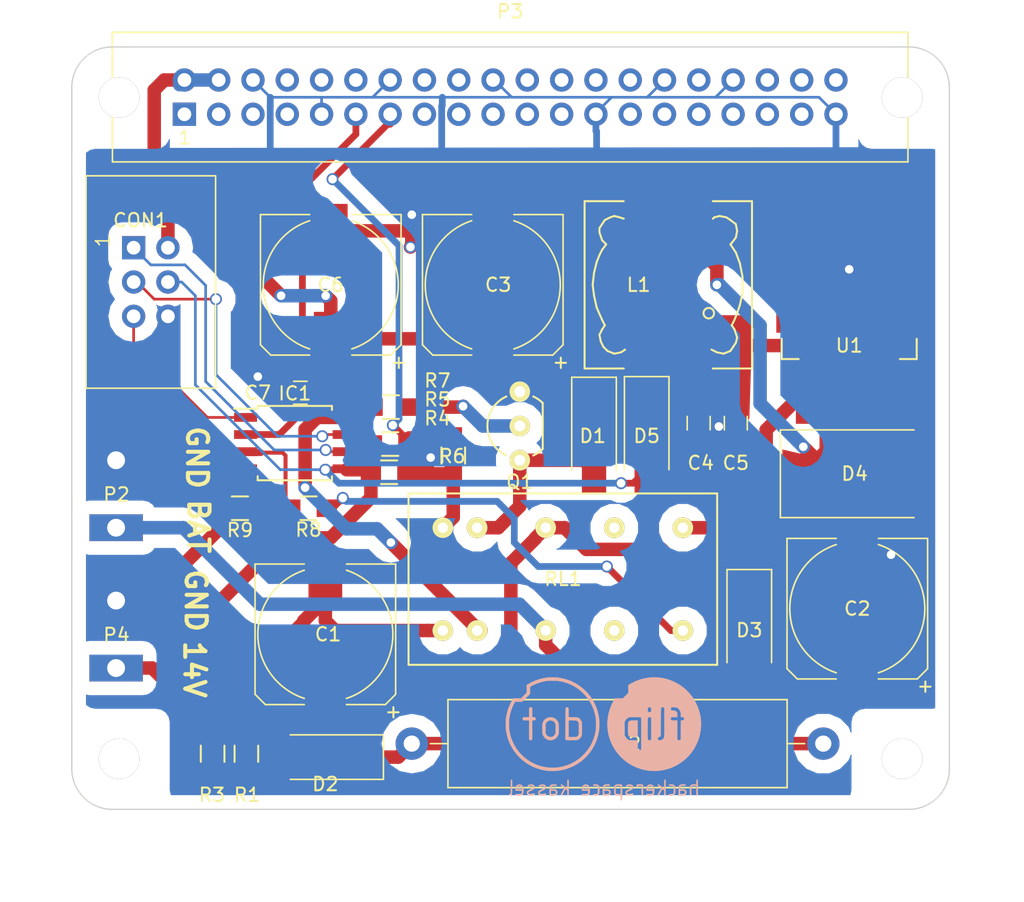
<source format=kicad_pcb>
(kicad_pcb (version 4) (host pcbnew 4.0.5)

  (general
    (links 73)
    (no_connects 0)
    (area 104.869932 71.019932 169.970001 127.620001)
    (thickness 1.6)
    (drawings 14)
    (tracks 291)
    (zones 0)
    (modules 35)
    (nets 19)
  )

  (page A4)
  (title_block
    (title "Raspberry Pi Hat Template")
    (date 2015-12-24)
    (rev 0.1)
    (company OpenFet)
    (comment 1 "Author: Julien")
    (comment 2 "License: CERN OHL V1.2")
  )

  (layers
    (0 F.Cu signal)
    (31 B.Cu signal)
    (32 B.Adhes user)
    (33 F.Adhes user)
    (34 B.Paste user)
    (35 F.Paste user)
    (36 B.SilkS user)
    (37 F.SilkS user)
    (38 B.Mask user)
    (39 F.Mask user)
    (40 Dwgs.User user)
    (41 Cmts.User user)
    (42 Eco1.User user)
    (43 Eco2.User user)
    (44 Edge.Cuts user)
    (45 Margin user)
    (46 B.CrtYd user)
    (47 F.CrtYd user)
    (48 B.Fab user)
    (49 F.Fab user)
  )

  (setup
    (last_trace_width 0.5)
    (user_trace_width 0.1)
    (user_trace_width 0.2)
    (user_trace_width 0.3)
    (user_trace_width 0.4)
    (user_trace_width 0.5)
    (user_trace_width 0.6)
    (user_trace_width 0.8)
    (user_trace_width 1)
    (trace_clearance 0.15)
    (zone_clearance 0)
    (zone_45_only no)
    (trace_min 0.1)
    (segment_width 0.2)
    (edge_width 0.1)
    (via_size 0.889)
    (via_drill 0.635)
    (via_min_size 0.26)
    (via_min_drill 0.16)
    (user_via 0.4 0.22)
    (user_via 1.5 0.8)
    (uvia_size 0.508)
    (uvia_drill 0.127)
    (uvias_allowed no)
    (uvia_min_size 0.508)
    (uvia_min_drill 0.127)
    (pcb_text_width 0.3)
    (pcb_text_size 1.5 1.5)
    (mod_edge_width 0.15)
    (mod_text_size 1 1)
    (mod_text_width 0.15)
    (pad_size 1.625 1.625)
    (pad_drill 0)
    (pad_to_mask_clearance 0)
    (aux_axis_origin 0 0)
    (grid_origin 211.1 101.7)
    (visible_elements 7FFFEFFF)
    (pcbplotparams
      (layerselection 0x01000_80000001)
      (usegerberextensions false)
      (excludeedgelayer true)
      (linewidth 0.100000)
      (plotframeref false)
      (viasonmask false)
      (mode 1)
      (useauxorigin false)
      (hpglpennumber 1)
      (hpglpenspeed 20)
      (hpglpendiameter 15)
      (hpglpenoverlay 2)
      (psnegative false)
      (psa4output false)
      (plotreference true)
      (plotvalue true)
      (plotinvisibletext false)
      (padsonsilk false)
      (subtractmaskfromsilk false)
      (outputformat 1)
      (mirror false)
      (drillshape 0)
      (scaleselection 1)
      (outputdirectory GBR/))
  )

  (net 0 "")
  (net 1 GND)
  (net 2 +5V)
  (net 3 +14V)
  (net 4 "Net-(C1-Pad2)")
  (net 5 "Net-(C2-Pad1)")
  (net 6 Rel_off)
  (net 7 "Net-(D2-Pad1)")
  (net 8 +BATT)
  (net 9 "Net-(D4-Pad1)")
  (net 10 RPI_READBACK)
  (net 11 RPI_SHUTDOWN)
  (net 12 "Net-(Q1-Pad2)")
  (net 13 Voltage)
  (net 14 Batt_Voltage)
  (net 15 miso)
  (net 16 sck)
  (net 17 mosi)
  (net 18 RST)

  (net_class Default "This is the default net class."
    (clearance 0.15)
    (trace_width 0.2)
    (via_dia 0.889)
    (via_drill 0.635)
    (uvia_dia 0.508)
    (uvia_drill 0.127)
    (add_net +14V)
    (add_net +5V)
    (add_net +BATT)
    (add_net Batt_Voltage)
    (add_net GND)
    (add_net "Net-(C1-Pad2)")
    (add_net "Net-(C2-Pad1)")
    (add_net "Net-(D2-Pad1)")
    (add_net "Net-(D4-Pad1)")
    (add_net "Net-(Q1-Pad2)")
    (add_net RPI_READBACK)
    (add_net RPI_SHUTDOWN)
    (add_net RST)
    (add_net Rel_off)
    (add_net Voltage)
    (add_net miso)
    (add_net mosi)
    (add_net sck)
  )

  (module Resistors_ThroughHole:R_Axial_Power_L25.0mm_W6.4mm_P30.48mm (layer F.Cu) (tedit 58B07DC7) (tstamp 589F4178)
    (at 160.58 122.7 180)
    (descr "Resistor, Axial_Power series, Axial, Horizontal, pin pitch=30.48mm, 5W, length*diameter=25*6.4mm^2, http://cdn-reichelt.de/documents/datenblatt/B400/5WAXIAL_9WAXIAL_11WAXIAL_17WAXIAL%23YAG.pdf")
    (tags "Resistor Axial_Power series Axial Horizontal pin pitch 30.48mm 5W length 25mm diameter 6.4mm")
    (path /57792D09)
    (fp_text reference R2 (at 14.48 0 180) (layer F.SilkS)
      (effects (font (size 1 1) (thickness 0.15)))
    )
    (fp_text value 33R (at 15.24 4.26 180) (layer F.Fab)
      (effects (font (size 1 1) (thickness 0.15)))
    )
    (fp_line (start 2.74 -3.2) (end 2.74 3.2) (layer F.Fab) (width 0.1))
    (fp_line (start 2.74 3.2) (end 27.74 3.2) (layer F.Fab) (width 0.1))
    (fp_line (start 27.74 3.2) (end 27.74 -3.2) (layer F.Fab) (width 0.1))
    (fp_line (start 27.74 -3.2) (end 2.74 -3.2) (layer F.Fab) (width 0.1))
    (fp_line (start 0 0) (end 2.74 0) (layer F.Fab) (width 0.1))
    (fp_line (start 30.48 0) (end 27.74 0) (layer F.Fab) (width 0.1))
    (fp_line (start 2.68 -3.26) (end 2.68 3.26) (layer F.SilkS) (width 0.12))
    (fp_line (start 2.68 3.26) (end 27.8 3.26) (layer F.SilkS) (width 0.12))
    (fp_line (start 27.8 3.26) (end 27.8 -3.26) (layer F.SilkS) (width 0.12))
    (fp_line (start 27.8 -3.26) (end 2.68 -3.26) (layer F.SilkS) (width 0.12))
    (fp_line (start 1.38 0) (end 2.68 0) (layer F.SilkS) (width 0.12))
    (fp_line (start 29.1 0) (end 27.8 0) (layer F.SilkS) (width 0.12))
    (fp_line (start -1.45 -3.55) (end -1.45 3.55) (layer F.CrtYd) (width 0.05))
    (fp_line (start -1.45 3.55) (end 31.95 3.55) (layer F.CrtYd) (width 0.05))
    (fp_line (start 31.95 3.55) (end 31.95 -3.55) (layer F.CrtYd) (width 0.05))
    (fp_line (start 31.95 -3.55) (end -1.45 -3.55) (layer F.CrtYd) (width 0.05))
    (pad 1 thru_hole circle (at 0 0 180) (size 2.4 2.4) (drill 1.2) (layers *.Cu *.Mask)
      (net 8 +BATT))
    (pad 2 thru_hole oval (at 30.48 0 180) (size 2.4 2.4) (drill 1.2) (layers *.Cu *.Mask)
      (net 7 "Net-(D2-Pad1)"))
    (model Resistors_ThroughHole.3dshapes/R_Axial_Power_L25.0mm_W6.4mm_P30.48mm.wrl
      (at (xyz 0 0 0))
      (scale (xyz 0.393701 0.393701 0.393701))
      (rotate (xyz 0 0 0))
    )
  )

  (module Resistors_SMD:R_0805_HandSoldering (layer F.Cu) (tedit 58B07E94) (tstamp 577AE5F8)
    (at 117.374 105.256 180)
    (descr "Resistor SMD 0805, hand soldering")
    (tags "resistor 0805")
    (path /577A42A0)
    (attr smd)
    (fp_text reference R9 (at 0 -1.624 360) (layer F.SilkS)
      (effects (font (size 1 1) (thickness 0.15)))
    )
    (fp_text value 100k (at 0 2.1 180) (layer F.Fab)
      (effects (font (size 1 1) (thickness 0.15)))
    )
    (fp_line (start -2.4 -1) (end 2.4 -1) (layer F.CrtYd) (width 0.05))
    (fp_line (start -2.4 1) (end 2.4 1) (layer F.CrtYd) (width 0.05))
    (fp_line (start -2.4 -1) (end -2.4 1) (layer F.CrtYd) (width 0.05))
    (fp_line (start 2.4 -1) (end 2.4 1) (layer F.CrtYd) (width 0.05))
    (fp_line (start 0.6 0.875) (end -0.6 0.875) (layer F.SilkS) (width 0.15))
    (fp_line (start -0.6 -0.875) (end 0.6 -0.875) (layer F.SilkS) (width 0.15))
    (pad 1 smd rect (at -1.35 0 180) (size 1.5 1.3) (layers F.Cu F.Paste F.Mask)
      (net 13 Voltage))
    (pad 2 smd rect (at 1.35 0 180) (size 1.5 1.3) (layers F.Cu F.Paste F.Mask)
      (net 1 GND))
    (model Resistors_SMD.3dshapes/R_0805_HandSoldering.wrl
      (at (xyz 0 0 0))
      (scale (xyz 1 1 1))
      (rotate (xyz 0 0 0))
    )
  )

  (module Mounting_Holes:MountingHole_3mm locked (layer F.Cu) (tedit 5509CE9A) (tstamp 5509D3BE)
    (at 166.42 74.82)
    (descr "Mounting hole, Befestigungsbohrung, 3mm, No Annular, Kein Restring,")
    (tags "Mounting hole, Befestigungsbohrung, 3mm, No Annular, Kein Restring,")
    (fp_text reference REF** (at 0 -4.0005) (layer F.SilkS) hide
      (effects (font (size 0.5 0.5) (thickness 0.125)))
    )
    (fp_text value MountingHole_3mm (at 1.00076 5.00126) (layer F.Fab) hide
      (effects (font (size 0.5 0.5) (thickness 0.125)))
    )
    (fp_circle (center 0 0) (end 2.99974 0) (layer Cmts.User) (width 0.381))
    (pad 1 thru_hole circle (at 0 0) (size 2.99974 2.99974) (drill 2.99974) (layers))
  )

  (module Mounting_Holes:MountingHole_3mm locked (layer F.Cu) (tedit 5509CEA9) (tstamp 5509D3C4)
    (at 166.42 123.82)
    (descr "Mounting hole, Befestigungsbohrung, 3mm, No Annular, Kein Restring,")
    (tags "Mounting hole, Befestigungsbohrung, 3mm, No Annular, Kein Restring,")
    (fp_text reference REF** (at 0 -4.0005) (layer F.SilkS) hide
      (effects (font (size 0.5 0.5) (thickness 0.125)))
    )
    (fp_text value MountingHole_3mm (at 1.00076 5.00126) (layer F.Fab) hide
      (effects (font (size 0.5 0.5) (thickness 0.125)))
    )
    (fp_circle (center 0 0) (end 2.99974 0) (layer Cmts.User) (width 0.381))
    (pad 1 thru_hole circle (at 0 0) (size 2.99974 2.99974) (drill 2.99974) (layers))
  )

  (module Mounting_Holes:MountingHole_3mm locked (layer F.Cu) (tedit 58B1BEA1) (tstamp 5509D3C2)
    (at 108.42 123.82)
    (descr "Mounting hole, Befestigungsbohrung, 3mm, No Annular, Kein Restring,")
    (tags "Mounting hole, Befestigungsbohrung, 3mm, No Annular, Kein Restring,")
    (fp_text reference REF** (at 0 -4.0005) (layer F.SilkS) hide
      (effects (font (size 0.5 0.5) (thickness 0.125)))
    )
    (fp_text value MountingHole_3mm (at 1.00076 5.00126) (layer F.Fab) hide
      (effects (font (size 0.5 0.5) (thickness 0.125)))
    )
    (fp_circle (center 0 0) (end 2.99974 0) (layer Cmts.User) (width 0.381))
    (pad 1 thru_hole circle (at 0 0) (size 2.99974 2.99974) (drill 2.99974) (layers))
  )

  (module Mounting_Holes:MountingHole_3mm locked (layer F.Cu) (tedit 5509CE9D) (tstamp 5509D3C0)
    (at 108.42 74.82)
    (descr "Mounting hole, Befestigungsbohrung, 3mm, No Annular, Kein Restring,")
    (tags "Mounting hole, Befestigungsbohrung, 3mm, No Annular, Kein Restring,")
    (fp_text reference REF** (at 0 -4.0005) (layer F.SilkS) hide
      (effects (font (size 0.5 0.5) (thickness 0.125)))
    )
    (fp_text value MountingHole_3mm (at 1.00076 5.00126) (layer F.Fab) hide
      (effects (font (size 0.5 0.5) (thickness 0.125)))
    )
    (fp_circle (center 0 0) (end 2.99974 0) (layer Cmts.User) (width 0.381))
    (pad 1 thru_hole circle (at 0 0) (size 2.99974 2.99974) (drill 2.99974) (layers))
  )

  (module Resistors_SMD:R_0805_HandSoldering (layer F.Cu) (tedit 577C3C7F) (tstamp 575168FF)
    (at 117.85 123.45 90)
    (descr "Resistor SMD 0805, hand soldering")
    (tags "resistor 0805")
    (path /57793066)
    (attr smd)
    (fp_text reference R1 (at -3.05 0.05 180) (layer F.SilkS)
      (effects (font (size 1 1) (thickness 0.15)))
    )
    (fp_text value 1k (at 0 2.1 90) (layer F.Fab)
      (effects (font (size 1 1) (thickness 0.15)))
    )
    (fp_line (start -2.4 -1) (end 2.4 -1) (layer F.CrtYd) (width 0.05))
    (fp_line (start -2.4 1) (end 2.4 1) (layer F.CrtYd) (width 0.05))
    (fp_line (start -2.4 -1) (end -2.4 1) (layer F.CrtYd) (width 0.05))
    (fp_line (start 2.4 -1) (end 2.4 1) (layer F.CrtYd) (width 0.05))
    (fp_line (start 0.6 0.875) (end -0.6 0.875) (layer F.SilkS) (width 0.15))
    (fp_line (start -0.6 -0.875) (end 0.6 -0.875) (layer F.SilkS) (width 0.15))
    (pad 1 smd rect (at -1.35 0 90) (size 1.5 1.3) (layers F.Cu F.Paste F.Mask)
      (net 3 +14V))
    (pad 2 smd rect (at 1.35 0 90) (size 1.5 1.3) (layers F.Cu F.Paste F.Mask)
      (net 4 "Net-(C1-Pad2)"))
    (model Resistors_SMD.3dshapes/R_0805_HandSoldering.wrl
      (at (xyz 0 0 0))
      (scale (xyz 1 1 1))
      (rotate (xyz 0 0 0))
    )
  )

  (module Resistors_SMD:R_0805_HandSoldering (layer F.Cu) (tedit 54189DEE) (tstamp 57516909)
    (at 115.35 123.45 90)
    (descr "Resistor SMD 0805, hand soldering")
    (tags "resistor 0805")
    (path /5779404E)
    (attr smd)
    (fp_text reference R3 (at -3.05 -0.05 180) (layer F.SilkS)
      (effects (font (size 1 1) (thickness 0.15)))
    )
    (fp_text value 1k (at 0 2.1 90) (layer F.Fab)
      (effects (font (size 1 1) (thickness 0.15)))
    )
    (fp_line (start -2.4 -1) (end 2.4 -1) (layer F.CrtYd) (width 0.05))
    (fp_line (start -2.4 1) (end 2.4 1) (layer F.CrtYd) (width 0.05))
    (fp_line (start -2.4 -1) (end -2.4 1) (layer F.CrtYd) (width 0.05))
    (fp_line (start 2.4 -1) (end 2.4 1) (layer F.CrtYd) (width 0.05))
    (fp_line (start 0.6 0.875) (end -0.6 0.875) (layer F.SilkS) (width 0.15))
    (fp_line (start -0.6 -0.875) (end 0.6 -0.875) (layer F.SilkS) (width 0.15))
    (pad 1 smd rect (at -1.35 0 90) (size 1.5 1.3) (layers F.Cu F.Paste F.Mask)
      (net 3 +14V))
    (pad 2 smd rect (at 1.35 0 90) (size 1.5 1.3) (layers F.Cu F.Paste F.Mask)
      (net 17 mosi))
    (model Resistors_SMD.3dshapes/R_0805_HandSoldering.wrl
      (at (xyz 0 0 0))
      (scale (xyz 1 1 1))
      (rotate (xyz 0 0 0))
    )
  )

  (module Resistors_SMD:R_0805_HandSoldering (layer F.Cu) (tedit 58B07EA9) (tstamp 5751690E)
    (at 128.423 102.589)
    (descr "Resistor SMD 0805, hand soldering")
    (tags "resistor 0805")
    (path /5779410D)
    (attr smd)
    (fp_text reference R4 (at 3.577 -3.989) (layer F.SilkS)
      (effects (font (size 1 1) (thickness 0.15)))
    )
    (fp_text value 1k (at 0 2.1) (layer F.Fab)
      (effects (font (size 1 1) (thickness 0.15)))
    )
    (fp_line (start -2.4 -1) (end 2.4 -1) (layer F.CrtYd) (width 0.05))
    (fp_line (start -2.4 1) (end 2.4 1) (layer F.CrtYd) (width 0.05))
    (fp_line (start -2.4 -1) (end -2.4 1) (layer F.CrtYd) (width 0.05))
    (fp_line (start 2.4 -1) (end 2.4 1) (layer F.CrtYd) (width 0.05))
    (fp_line (start 0.6 0.875) (end -0.6 0.875) (layer F.SilkS) (width 0.15))
    (fp_line (start -0.6 -0.875) (end 0.6 -0.875) (layer F.SilkS) (width 0.15))
    (pad 1 smd rect (at -1.35 0) (size 1.5 1.3) (layers F.Cu F.Paste F.Mask)
      (net 17 mosi))
    (pad 2 smd rect (at 1.35 0) (size 1.5 1.3) (layers F.Cu F.Paste F.Mask)
      (net 1 GND))
    (model Resistors_SMD.3dshapes/R_0805_HandSoldering.wrl
      (at (xyz 0 0 0))
      (scale (xyz 1 1 1))
      (rotate (xyz 0 0 0))
    )
  )

  (module Resistors_SMD:R_0805_HandSoldering (layer F.Cu) (tedit 58B07EB0) (tstamp 57516913)
    (at 128.5 100.5)
    (descr "Resistor SMD 0805, hand soldering")
    (tags "resistor 0805")
    (path /577946D3)
    (attr smd)
    (fp_text reference R5 (at 3.5 -3.3) (layer F.SilkS)
      (effects (font (size 1 1) (thickness 0.15)))
    )
    (fp_text value 2k2 (at 0 2.1) (layer F.Fab)
      (effects (font (size 1 1) (thickness 0.15)))
    )
    (fp_line (start -2.4 -1) (end 2.4 -1) (layer F.CrtYd) (width 0.05))
    (fp_line (start -2.4 1) (end 2.4 1) (layer F.CrtYd) (width 0.05))
    (fp_line (start -2.4 -1) (end -2.4 1) (layer F.CrtYd) (width 0.05))
    (fp_line (start 2.4 -1) (end 2.4 1) (layer F.CrtYd) (width 0.05))
    (fp_line (start 0.6 0.875) (end -0.6 0.875) (layer F.SilkS) (width 0.15))
    (fp_line (start -0.6 -0.875) (end 0.6 -0.875) (layer F.SilkS) (width 0.15))
    (pad 1 smd rect (at -1.35 0) (size 1.5 1.3) (layers F.Cu F.Paste F.Mask)
      (net 15 miso))
    (pad 2 smd rect (at 1.35 0) (size 1.5 1.3) (layers F.Cu F.Paste F.Mask)
      (net 11 RPI_SHUTDOWN))
    (model Resistors_SMD.3dshapes/R_0805_HandSoldering.wrl
      (at (xyz 0 0 0))
      (scale (xyz 1 1 1))
      (rotate (xyz 0 0 0))
    )
  )

  (module TO_SOT_Packages_THT:TO-92_Inline_Wide (layer F.Cu) (tedit 58B07E68) (tstamp 5779559E)
    (at 138.1 101.7 90)
    (descr "TO-92 leads in-line, wide, drill 0.8mm (see NXP sot054_po.pdf)")
    (tags "to-92 sc-43 sc-43a sot54 PA33 transistor")
    (path /57794C29)
    (fp_text reference Q1 (at -1.6 0 180) (layer F.SilkS)
      (effects (font (size 1 1) (thickness 0.15)))
    )
    (fp_text value BC547 (at 0 3 90) (layer F.Fab)
      (effects (font (size 1 1) (thickness 0.15)))
    )
    (fp_arc (start 2.54 0) (end 0.84 1.7) (angle 20.5) (layer F.SilkS) (width 0.15))
    (fp_arc (start 2.54 0) (end 4.24 1.7) (angle -20.5) (layer F.SilkS) (width 0.15))
    (fp_line (start -1 1.95) (end -1 -2.65) (layer F.CrtYd) (width 0.05))
    (fp_line (start -1 1.95) (end 6.1 1.95) (layer F.CrtYd) (width 0.05))
    (fp_line (start 0.84 1.7) (end 4.24 1.7) (layer F.SilkS) (width 0.15))
    (fp_arc (start 2.54 0) (end 2.54 -2.4) (angle -65.55604127) (layer F.SilkS) (width 0.15))
    (fp_arc (start 2.54 0) (end 2.54 -2.4) (angle 65.55604127) (layer F.SilkS) (width 0.15))
    (fp_line (start -1 -2.65) (end 6.1 -2.65) (layer F.CrtYd) (width 0.05))
    (fp_line (start 6.1 1.95) (end 6.1 -2.65) (layer F.CrtYd) (width 0.05))
    (pad 2 thru_hole circle (at 2.54 0 180) (size 1.524 1.524) (drill 0.8) (layers *.Cu *.Mask F.SilkS)
      (net 12 "Net-(Q1-Pad2)"))
    (pad 3 thru_hole circle (at 5.08 0 180) (size 1.524 1.524) (drill 0.8) (layers *.Cu *.Mask F.SilkS)
      (net 1 GND))
    (pad 1 thru_hole circle (at 0 0 180) (size 1.524 1.524) (drill 0.8) (layers *.Cu *.Mask F.SilkS)
      (net 6 Rel_off))
    (model TO_SOT_Packages_THT.3dshapes/TO-92_Inline_Wide.wrl
      (at (xyz 0.1 0 0))
      (scale (xyz 1 1 1))
      (rotate (xyz 0 0 -90))
    )
  )

  (module Resistors_SMD:R_0805_HandSoldering (layer F.Cu) (tedit 58B07E74) (tstamp 577955A9)
    (at 133.1728 101.35 270)
    (descr "Resistor SMD 0805, hand soldering")
    (tags "resistor 0805")
    (path /577947F7)
    (attr smd)
    (fp_text reference R6 (at 0.05 0.0728 540) (layer F.SilkS)
      (effects (font (size 1 1) (thickness 0.15)))
    )
    (fp_text value 3k3 (at 0 2.1 270) (layer F.Fab)
      (effects (font (size 1 1) (thickness 0.15)))
    )
    (fp_line (start -2.4 -1) (end 2.4 -1) (layer F.CrtYd) (width 0.05))
    (fp_line (start -2.4 1) (end 2.4 1) (layer F.CrtYd) (width 0.05))
    (fp_line (start -2.4 -1) (end -2.4 1) (layer F.CrtYd) (width 0.05))
    (fp_line (start 2.4 -1) (end 2.4 1) (layer F.CrtYd) (width 0.05))
    (fp_line (start 0.6 0.875) (end -0.6 0.875) (layer F.SilkS) (width 0.15))
    (fp_line (start -0.6 -0.875) (end 0.6 -0.875) (layer F.SilkS) (width 0.15))
    (pad 1 smd rect (at -1.35 0 270) (size 1.5 1.3) (layers F.Cu F.Paste F.Mask)
      (net 11 RPI_SHUTDOWN))
    (pad 2 smd rect (at 1.35 0 270) (size 1.5 1.3) (layers F.Cu F.Paste F.Mask)
      (net 1 GND))
    (model Resistors_SMD.3dshapes/R_0805_HandSoldering.wrl
      (at (xyz 0 0 0))
      (scale (xyz 1 1 1))
      (rotate (xyz 0 0 0))
    )
  )

  (module Resistors_SMD:R_0805_HandSoldering (layer F.Cu) (tedit 58B07EB5) (tstamp 577955AF)
    (at 128.55 97.763)
    (descr "Resistor SMD 0805, hand soldering")
    (tags "resistor 0805")
    (path /57795095)
    (attr smd)
    (fp_text reference R7 (at 3.45 -1.963) (layer F.SilkS)
      (effects (font (size 1 1) (thickness 0.15)))
    )
    (fp_text value 1k (at 0 2.1) (layer F.Fab)
      (effects (font (size 1 1) (thickness 0.15)))
    )
    (fp_line (start -2.4 -1) (end 2.4 -1) (layer F.CrtYd) (width 0.05))
    (fp_line (start -2.4 1) (end 2.4 1) (layer F.CrtYd) (width 0.05))
    (fp_line (start -2.4 -1) (end -2.4 1) (layer F.CrtYd) (width 0.05))
    (fp_line (start 2.4 -1) (end 2.4 1) (layer F.CrtYd) (width 0.05))
    (fp_line (start 0.6 0.875) (end -0.6 0.875) (layer F.SilkS) (width 0.15))
    (fp_line (start -0.6 -0.875) (end 0.6 -0.875) (layer F.SilkS) (width 0.15))
    (pad 1 smd rect (at -1.35 0) (size 1.5 1.3) (layers F.Cu F.Paste F.Mask)
      (net 16 sck))
    (pad 2 smd rect (at 1.35 0) (size 1.5 1.3) (layers F.Cu F.Paste F.Mask)
      (net 12 "Net-(Q1-Pad2)"))
    (model Resistors_SMD.3dshapes/R_0805_HandSoldering.wrl
      (at (xyz 0 0 0))
      (scale (xyz 1 1 1))
      (rotate (xyz 0 0 0))
    )
  )

  (module TO_SOT_Packages_SMD:TO-263-5Lead (layer F.Cu) (tedit 55D39254) (tstamp 577955B0)
    (at 162.5 96.7 90)
    (descr "D2PAK / TO-263 3-lead smd package")
    (tags "D2PAK D2PAK-3 TO-263AB TO-263")
    (path /5779103A)
    (attr smd)
    (fp_text reference U1 (at 3.5 0 180) (layer F.SilkS)
      (effects (font (size 1 1) (thickness 0.15)))
    )
    (fp_text value LM2596S-5 (at 15.25 -0.25 180) (layer F.Fab)
      (effects (font (size 1 1) (thickness 0.15)))
    )
    (fp_line (start 14.1 5.65) (end -2.55 5.65) (layer F.CrtYd) (width 0.05))
    (fp_line (start 14.1 -5.65) (end 14.1 5.65) (layer F.CrtYd) (width 0.05))
    (fp_line (start 14.1 -5.65) (end -2.55 -5.65) (layer F.CrtYd) (width 0.05))
    (fp_line (start -2.55 -5.65) (end -2.55 5.65) (layer F.CrtYd) (width 0.05))
    (fp_line (start 2.5 5) (end 2.5 3.75) (layer F.SilkS) (width 0.15))
    (fp_line (start 2.5 5) (end 4 5) (layer F.SilkS) (width 0.15))
    (fp_line (start 2.5 -5) (end 4 -5) (layer F.SilkS) (width 0.15))
    (fp_line (start 2.5 -5) (end 2.5 -3.75) (layer F.SilkS) (width 0.15))
    (pad 5 smd rect (at 0 3.4 90) (size 4.6 1.1) (layers F.Cu F.Paste F.Mask)
      (net 1 GND))
    (pad 4 smd rect (at 0 1.7 90) (size 4.6 1.1) (layers F.Cu F.Paste F.Mask)
      (net 2 +5V))
    (pad 2 smd rect (at 0 -1.7 90) (size 4.6 1.1) (layers F.Cu F.Paste F.Mask)
      (net 9 "Net-(D4-Pad1)"))
    (pad 3 smd rect (at 9.15 0 90) (size 9.4 10.8) (layers F.Cu F.Paste F.Mask)
      (net 1 GND))
    (pad 3 smd rect (at 0 0 90) (size 4.6 1.1) (layers F.Cu F.Paste F.Mask)
      (net 1 GND))
    (pad 1 smd rect (at 0 -3.4 90) (size 4.6 1.1) (layers F.Cu F.Paste F.Mask)
      (net 5 "Net-(C2-Pad1)"))
    (model TO_SOT_Packages_SMD.3dshapes/TO-263-5Lead.wrl
      (at (xyz 0 0 0))
      (scale (xyz 1 1 1))
      (rotate (xyz 0 0 90))
    )
  )

  (module Resistors_SMD:R_0805_HandSoldering (layer F.Cu) (tedit 58B07E8E) (tstamp 577AE5F2)
    (at 122.454 105.256 180)
    (descr "Resistor SMD 0805, hand soldering")
    (tags "resistor 0805")
    (path /577A4143)
    (attr smd)
    (fp_text reference R8 (at 0 -1.6 180) (layer F.SilkS)
      (effects (font (size 1 1) (thickness 0.15)))
    )
    (fp_text value 330k (at 0 2.1 180) (layer F.Fab)
      (effects (font (size 1 1) (thickness 0.15)))
    )
    (fp_line (start -2.4 -1) (end 2.4 -1) (layer F.CrtYd) (width 0.05))
    (fp_line (start -2.4 1) (end 2.4 1) (layer F.CrtYd) (width 0.05))
    (fp_line (start -2.4 -1) (end -2.4 1) (layer F.CrtYd) (width 0.05))
    (fp_line (start 2.4 -1) (end 2.4 1) (layer F.CrtYd) (width 0.05))
    (fp_line (start 0.6 0.875) (end -0.6 0.875) (layer F.SilkS) (width 0.15))
    (fp_line (start -0.6 -0.875) (end 0.6 -0.875) (layer F.SilkS) (width 0.15))
    (pad 1 smd rect (at -1.35 0 180) (size 1.5 1.3) (layers F.Cu F.Paste F.Mask)
      (net 14 Batt_Voltage))
    (pad 2 smd rect (at 1.35 0 180) (size 1.5 1.3) (layers F.Cu F.Paste F.Mask)
      (net 13 Voltage))
    (model Resistors_SMD.3dshapes/R_0805_HandSoldering.wrl
      (at (xyz 0 0 0))
      (scale (xyz 1 1 1))
      (rotate (xyz 0 0 0))
    )
  )

  (module Capacitors_SMD:CP_Elec_10x10 (layer F.Cu) (tedit 58B07DB2) (tstamp 589F4129)
    (at 123.7 114.6 90)
    (descr "SMT capacitor, aluminium electrolytic, 10x10")
    (path /589F4266)
    (attr smd)
    (fp_text reference C1 (at 0 0.2 180) (layer F.SilkS)
      (effects (font (size 1 1) (thickness 0.15)))
    )
    (fp_text value 47uF (at 0 -6.4643 90) (layer F.Fab)
      (effects (font (size 1 1) (thickness 0.15)))
    )
    (fp_line (start -5.207 -4.445) (end -5.207 -1.5621) (layer F.SilkS) (width 0.12))
    (fp_line (start -5.207 4.445) (end -5.207 1.5621) (layer F.SilkS) (width 0.12))
    (fp_line (start 5.207 5.207) (end 5.207 1.5621) (layer F.SilkS) (width 0.12))
    (fp_line (start 5.207 -5.207) (end 5.207 -1.5621) (layer F.SilkS) (width 0.12))
    (fp_arc (start 0 0) (end 4.7498 1.5621) (angle 143.5903069) (layer F.SilkS) (width 0.12))
    (fp_arc (start 0 0) (end -4.7498 -1.5621) (angle 143.5903069) (layer F.SilkS) (width 0.12))
    (fp_line (start 5.0546 5.0546) (end 5.0546 -5.0546) (layer F.Fab) (width 0.1))
    (fp_line (start -4.3815 5.0546) (end 5.0546 5.0546) (layer F.Fab) (width 0.1))
    (fp_line (start -5.0546 4.3815) (end -4.3815 5.0546) (layer F.Fab) (width 0.1))
    (fp_line (start -5.0546 -4.3815) (end -5.0546 4.3815) (layer F.Fab) (width 0.1))
    (fp_line (start -4.3815 -5.0546) (end -5.0546 -4.3815) (layer F.Fab) (width 0.1))
    (fp_line (start 5.0546 -5.0546) (end -4.3815 -5.0546) (layer F.Fab) (width 0.1))
    (fp_text user + (at -2.9083 -0.0762 90) (layer F.Fab)
      (effects (font (size 1 1) (thickness 0.15)))
    )
    (fp_text user + (at -5.7785 4.9657 90) (layer F.SilkS)
      (effects (font (size 1 1) (thickness 0.15)))
    )
    (fp_line (start 6.35 -5.6) (end -6.35 -5.6) (layer F.CrtYd) (width 0.05))
    (fp_line (start -6.35 -5.6) (end -6.35 5.6) (layer F.CrtYd) (width 0.05))
    (fp_line (start -6.35 5.6) (end 6.35 5.6) (layer F.CrtYd) (width 0.05))
    (fp_line (start 6.35 5.6) (end 6.35 -5.6) (layer F.CrtYd) (width 0.05))
    (fp_line (start 5.207 5.207) (end -4.445 5.207) (layer F.SilkS) (width 0.12))
    (fp_line (start -4.445 5.207) (end -5.207 4.445) (layer F.SilkS) (width 0.12))
    (fp_line (start -5.207 -4.445) (end -4.445 -5.207) (layer F.SilkS) (width 0.12))
    (fp_line (start -4.445 -5.207) (end 5.207 -5.207) (layer F.SilkS) (width 0.12))
    (pad 1 smd rect (at -4 0 270) (size 4 2.5) (layers F.Cu F.Paste F.Mask)
      (net 3 +14V))
    (pad 2 smd rect (at 4 0 270) (size 4 2.5) (layers F.Cu F.Paste F.Mask)
      (net 4 "Net-(C1-Pad2)"))
    (model Capacitors_SMD.3dshapes/CP_Elec_10x10.wrl
      (at (xyz 0 0 0))
      (scale (xyz 1 1 1))
      (rotate (xyz 0 0 180))
    )
  )

  (module Capacitors_SMD:CP_Elec_10x10 (layer F.Cu) (tedit 58B07DD3) (tstamp 589F412E)
    (at 163.1 112.7 90)
    (descr "SMT capacitor, aluminium electrolytic, 10x10")
    (path /57791086)
    (attr smd)
    (fp_text reference C2 (at 0 0 180) (layer F.SilkS)
      (effects (font (size 1 1) (thickness 0.15)))
    )
    (fp_text value 1mF (at 0 -6.4643 90) (layer F.Fab)
      (effects (font (size 1 1) (thickness 0.15)))
    )
    (fp_line (start -5.207 -4.445) (end -5.207 -1.5621) (layer F.SilkS) (width 0.12))
    (fp_line (start -5.207 4.445) (end -5.207 1.5621) (layer F.SilkS) (width 0.12))
    (fp_line (start 5.207 5.207) (end 5.207 1.5621) (layer F.SilkS) (width 0.12))
    (fp_line (start 5.207 -5.207) (end 5.207 -1.5621) (layer F.SilkS) (width 0.12))
    (fp_arc (start 0 0) (end 4.7498 1.5621) (angle 143.5903069) (layer F.SilkS) (width 0.12))
    (fp_arc (start 0 0) (end -4.7498 -1.5621) (angle 143.5903069) (layer F.SilkS) (width 0.12))
    (fp_line (start 5.0546 5.0546) (end 5.0546 -5.0546) (layer F.Fab) (width 0.1))
    (fp_line (start -4.3815 5.0546) (end 5.0546 5.0546) (layer F.Fab) (width 0.1))
    (fp_line (start -5.0546 4.3815) (end -4.3815 5.0546) (layer F.Fab) (width 0.1))
    (fp_line (start -5.0546 -4.3815) (end -5.0546 4.3815) (layer F.Fab) (width 0.1))
    (fp_line (start -4.3815 -5.0546) (end -5.0546 -4.3815) (layer F.Fab) (width 0.1))
    (fp_line (start 5.0546 -5.0546) (end -4.3815 -5.0546) (layer F.Fab) (width 0.1))
    (fp_text user + (at -2.9083 -0.0762 90) (layer F.Fab)
      (effects (font (size 1 1) (thickness 0.15)))
    )
    (fp_text user + (at -5.7785 4.9657 90) (layer F.SilkS)
      (effects (font (size 1 1) (thickness 0.15)))
    )
    (fp_line (start 6.35 -5.6) (end -6.35 -5.6) (layer F.CrtYd) (width 0.05))
    (fp_line (start -6.35 -5.6) (end -6.35 5.6) (layer F.CrtYd) (width 0.05))
    (fp_line (start -6.35 5.6) (end 6.35 5.6) (layer F.CrtYd) (width 0.05))
    (fp_line (start 6.35 5.6) (end 6.35 -5.6) (layer F.CrtYd) (width 0.05))
    (fp_line (start 5.207 5.207) (end -4.445 5.207) (layer F.SilkS) (width 0.12))
    (fp_line (start -4.445 5.207) (end -5.207 4.445) (layer F.SilkS) (width 0.12))
    (fp_line (start -5.207 -4.445) (end -4.445 -5.207) (layer F.SilkS) (width 0.12))
    (fp_line (start -4.445 -5.207) (end 5.207 -5.207) (layer F.SilkS) (width 0.12))
    (pad 1 smd rect (at -4 0 270) (size 4 2.5) (layers F.Cu F.Paste F.Mask)
      (net 5 "Net-(C2-Pad1)"))
    (pad 2 smd rect (at 4 0 270) (size 4 2.5) (layers F.Cu F.Paste F.Mask)
      (net 1 GND))
    (model Capacitors_SMD.3dshapes/CP_Elec_10x10.wrl
      (at (xyz 0 0 0))
      (scale (xyz 1 1 1))
      (rotate (xyz 0 0 180))
    )
  )

  (module Capacitors_SMD:CP_Elec_10x10 (layer F.Cu) (tedit 58B07ED9) (tstamp 589F4133)
    (at 136.1 88.7 90)
    (descr "SMT capacitor, aluminium electrolytic, 10x10")
    (path /57791743)
    (attr smd)
    (fp_text reference C3 (at 0 0.4 180) (layer F.SilkS)
      (effects (font (size 1 1) (thickness 0.15)))
    )
    (fp_text value 1mF (at 0 -6.4643 90) (layer F.Fab)
      (effects (font (size 1 1) (thickness 0.15)))
    )
    (fp_line (start -5.207 -4.445) (end -5.207 -1.5621) (layer F.SilkS) (width 0.12))
    (fp_line (start -5.207 4.445) (end -5.207 1.5621) (layer F.SilkS) (width 0.12))
    (fp_line (start 5.207 5.207) (end 5.207 1.5621) (layer F.SilkS) (width 0.12))
    (fp_line (start 5.207 -5.207) (end 5.207 -1.5621) (layer F.SilkS) (width 0.12))
    (fp_arc (start 0 0) (end 4.7498 1.5621) (angle 143.5903069) (layer F.SilkS) (width 0.12))
    (fp_arc (start 0 0) (end -4.7498 -1.5621) (angle 143.5903069) (layer F.SilkS) (width 0.12))
    (fp_line (start 5.0546 5.0546) (end 5.0546 -5.0546) (layer F.Fab) (width 0.1))
    (fp_line (start -4.3815 5.0546) (end 5.0546 5.0546) (layer F.Fab) (width 0.1))
    (fp_line (start -5.0546 4.3815) (end -4.3815 5.0546) (layer F.Fab) (width 0.1))
    (fp_line (start -5.0546 -4.3815) (end -5.0546 4.3815) (layer F.Fab) (width 0.1))
    (fp_line (start -4.3815 -5.0546) (end -5.0546 -4.3815) (layer F.Fab) (width 0.1))
    (fp_line (start 5.0546 -5.0546) (end -4.3815 -5.0546) (layer F.Fab) (width 0.1))
    (fp_text user + (at -2.9083 -0.0762 90) (layer F.Fab)
      (effects (font (size 1 1) (thickness 0.15)))
    )
    (fp_text user + (at -5.7785 4.9657 90) (layer F.SilkS)
      (effects (font (size 1 1) (thickness 0.15)))
    )
    (fp_line (start 6.35 -5.6) (end -6.35 -5.6) (layer F.CrtYd) (width 0.05))
    (fp_line (start -6.35 -5.6) (end -6.35 5.6) (layer F.CrtYd) (width 0.05))
    (fp_line (start -6.35 5.6) (end 6.35 5.6) (layer F.CrtYd) (width 0.05))
    (fp_line (start 6.35 5.6) (end 6.35 -5.6) (layer F.CrtYd) (width 0.05))
    (fp_line (start 5.207 5.207) (end -4.445 5.207) (layer F.SilkS) (width 0.12))
    (fp_line (start -4.445 5.207) (end -5.207 4.445) (layer F.SilkS) (width 0.12))
    (fp_line (start -5.207 -4.445) (end -4.445 -5.207) (layer F.SilkS) (width 0.12))
    (fp_line (start -4.445 -5.207) (end 5.207 -5.207) (layer F.SilkS) (width 0.12))
    (pad 1 smd rect (at -4 0 270) (size 4 2.5) (layers F.Cu F.Paste F.Mask)
      (net 2 +5V))
    (pad 2 smd rect (at 4 0 270) (size 4 2.5) (layers F.Cu F.Paste F.Mask)
      (net 1 GND))
    (model Capacitors_SMD.3dshapes/CP_Elec_10x10.wrl
      (at (xyz 0 0 0))
      (scale (xyz 1 1 1))
      (rotate (xyz 0 0 180))
    )
  )

  (module Capacitors_SMD:C_0805_HandSoldering (layer F.Cu) (tedit 58B07E1A) (tstamp 589F413D)
    (at 151.35 98.95 270)
    (descr "Capacitor SMD 0805, hand soldering")
    (tags "capacitor 0805")
    (path /589CE5B4)
    (attr smd)
    (fp_text reference C4 (at 2.95 -0.15 360) (layer F.SilkS)
      (effects (font (size 1 1) (thickness 0.15)))
    )
    (fp_text value 10n (at 0 2.1 270) (layer F.Fab)
      (effects (font (size 1 1) (thickness 0.15)))
    )
    (fp_line (start -1 0.625) (end -1 -0.625) (layer F.Fab) (width 0.1))
    (fp_line (start 1 0.625) (end -1 0.625) (layer F.Fab) (width 0.1))
    (fp_line (start 1 -0.625) (end 1 0.625) (layer F.Fab) (width 0.1))
    (fp_line (start -1 -0.625) (end 1 -0.625) (layer F.Fab) (width 0.1))
    (fp_line (start -2.3 -1) (end 2.3 -1) (layer F.CrtYd) (width 0.05))
    (fp_line (start -2.3 1) (end 2.3 1) (layer F.CrtYd) (width 0.05))
    (fp_line (start -2.3 -1) (end -2.3 1) (layer F.CrtYd) (width 0.05))
    (fp_line (start 2.3 -1) (end 2.3 1) (layer F.CrtYd) (width 0.05))
    (fp_line (start 0.5 -0.85) (end -0.5 -0.85) (layer F.SilkS) (width 0.12))
    (fp_line (start -0.5 0.85) (end 0.5 0.85) (layer F.SilkS) (width 0.12))
    (pad 1 smd rect (at -1.25 0 270) (size 1.5 1.25) (layers F.Cu F.Paste F.Mask)
      (net 2 +5V))
    (pad 2 smd rect (at 1.25 0 270) (size 1.5 1.25) (layers F.Cu F.Paste F.Mask)
      (net 1 GND))
    (model Capacitors_SMD.3dshapes/C_0805_HandSoldering.wrl
      (at (xyz 0 0 0))
      (scale (xyz 1 1 1))
      (rotate (xyz 0 0 0))
    )
  )

  (module Capacitors_SMD:C_0805_HandSoldering (layer F.Cu) (tedit 58B07E11) (tstamp 589F4143)
    (at 154.1 98.95 270)
    (descr "Capacitor SMD 0805, hand soldering")
    (tags "capacitor 0805")
    (path /589CE684)
    (attr smd)
    (fp_text reference C5 (at 2.95 0 360) (layer F.SilkS)
      (effects (font (size 1 1) (thickness 0.15)))
    )
    (fp_text value 100n (at 0 2.1 270) (layer F.Fab)
      (effects (font (size 1 1) (thickness 0.15)))
    )
    (fp_line (start -1 0.625) (end -1 -0.625) (layer F.Fab) (width 0.1))
    (fp_line (start 1 0.625) (end -1 0.625) (layer F.Fab) (width 0.1))
    (fp_line (start 1 -0.625) (end 1 0.625) (layer F.Fab) (width 0.1))
    (fp_line (start -1 -0.625) (end 1 -0.625) (layer F.Fab) (width 0.1))
    (fp_line (start -2.3 -1) (end 2.3 -1) (layer F.CrtYd) (width 0.05))
    (fp_line (start -2.3 1) (end 2.3 1) (layer F.CrtYd) (width 0.05))
    (fp_line (start -2.3 -1) (end -2.3 1) (layer F.CrtYd) (width 0.05))
    (fp_line (start 2.3 -1) (end 2.3 1) (layer F.CrtYd) (width 0.05))
    (fp_line (start 0.5 -0.85) (end -0.5 -0.85) (layer F.SilkS) (width 0.12))
    (fp_line (start -0.5 0.85) (end 0.5 0.85) (layer F.SilkS) (width 0.12))
    (pad 1 smd rect (at -1.25 0 270) (size 1.5 1.25) (layers F.Cu F.Paste F.Mask)
      (net 2 +5V))
    (pad 2 smd rect (at 1.25 0 270) (size 1.5 1.25) (layers F.Cu F.Paste F.Mask)
      (net 1 GND))
    (model Capacitors_SMD.3dshapes/C_0805_HandSoldering.wrl
      (at (xyz 0 0 0))
      (scale (xyz 1 1 1))
      (rotate (xyz 0 0 0))
    )
  )

  (module Capacitors_SMD:CP_Elec_10x10 (layer F.Cu) (tedit 58B07EE1) (tstamp 589F4149)
    (at 124.1 88.7 90)
    (descr "SMT capacitor, aluminium electrolytic, 10x10")
    (path /589F2A21)
    (attr smd)
    (fp_text reference C6 (at 0 0 180) (layer F.SilkS)
      (effects (font (size 1 1) (thickness 0.15)))
    )
    (fp_text value DNL (at 0 -6.4643 90) (layer F.Fab)
      (effects (font (size 1 1) (thickness 0.15)))
    )
    (fp_line (start -5.207 -4.445) (end -5.207 -1.5621) (layer F.SilkS) (width 0.12))
    (fp_line (start -5.207 4.445) (end -5.207 1.5621) (layer F.SilkS) (width 0.12))
    (fp_line (start 5.207 5.207) (end 5.207 1.5621) (layer F.SilkS) (width 0.12))
    (fp_line (start 5.207 -5.207) (end 5.207 -1.5621) (layer F.SilkS) (width 0.12))
    (fp_arc (start 0 0) (end 4.7498 1.5621) (angle 143.5903069) (layer F.SilkS) (width 0.12))
    (fp_arc (start 0 0) (end -4.7498 -1.5621) (angle 143.5903069) (layer F.SilkS) (width 0.12))
    (fp_line (start 5.0546 5.0546) (end 5.0546 -5.0546) (layer F.Fab) (width 0.1))
    (fp_line (start -4.3815 5.0546) (end 5.0546 5.0546) (layer F.Fab) (width 0.1))
    (fp_line (start -5.0546 4.3815) (end -4.3815 5.0546) (layer F.Fab) (width 0.1))
    (fp_line (start -5.0546 -4.3815) (end -5.0546 4.3815) (layer F.Fab) (width 0.1))
    (fp_line (start -4.3815 -5.0546) (end -5.0546 -4.3815) (layer F.Fab) (width 0.1))
    (fp_line (start 5.0546 -5.0546) (end -4.3815 -5.0546) (layer F.Fab) (width 0.1))
    (fp_text user + (at -2.9083 -0.0762 90) (layer F.Fab)
      (effects (font (size 1 1) (thickness 0.15)))
    )
    (fp_text user + (at -5.7785 4.9657 90) (layer F.SilkS)
      (effects (font (size 1 1) (thickness 0.15)))
    )
    (fp_line (start 6.35 -5.6) (end -6.35 -5.6) (layer F.CrtYd) (width 0.05))
    (fp_line (start -6.35 -5.6) (end -6.35 5.6) (layer F.CrtYd) (width 0.05))
    (fp_line (start -6.35 5.6) (end 6.35 5.6) (layer F.CrtYd) (width 0.05))
    (fp_line (start 6.35 5.6) (end 6.35 -5.6) (layer F.CrtYd) (width 0.05))
    (fp_line (start 5.207 5.207) (end -4.445 5.207) (layer F.SilkS) (width 0.12))
    (fp_line (start -4.445 5.207) (end -5.207 4.445) (layer F.SilkS) (width 0.12))
    (fp_line (start -5.207 -4.445) (end -4.445 -5.207) (layer F.SilkS) (width 0.12))
    (fp_line (start -4.445 -5.207) (end 5.207 -5.207) (layer F.SilkS) (width 0.12))
    (pad 1 smd rect (at -4 0 270) (size 4 2.5) (layers F.Cu F.Paste F.Mask)
      (net 2 +5V))
    (pad 2 smd rect (at 4 0 270) (size 4 2.5) (layers F.Cu F.Paste F.Mask)
      (net 1 GND))
    (model Capacitors_SMD.3dshapes/CP_Elec_10x10.wrl
      (at (xyz 0 0 0))
      (scale (xyz 1 1 1))
      (rotate (xyz 0 0 180))
    )
  )

  (module Capacitors_SMD:C_0805_HandSoldering (layer F.Cu) (tedit 58B07EC4) (tstamp 589F414F)
    (at 121.85 96.7 180)
    (descr "Capacitor SMD 0805, hand soldering")
    (tags "capacitor 0805")
    (path /589CE0D3)
    (attr smd)
    (fp_text reference C7 (at 3.15 0 180) (layer F.SilkS)
      (effects (font (size 1 1) (thickness 0.15)))
    )
    (fp_text value 100nF (at 0 2.1 180) (layer F.Fab)
      (effects (font (size 1 1) (thickness 0.15)))
    )
    (fp_line (start -1 0.625) (end -1 -0.625) (layer F.Fab) (width 0.1))
    (fp_line (start 1 0.625) (end -1 0.625) (layer F.Fab) (width 0.1))
    (fp_line (start 1 -0.625) (end 1 0.625) (layer F.Fab) (width 0.1))
    (fp_line (start -1 -0.625) (end 1 -0.625) (layer F.Fab) (width 0.1))
    (fp_line (start -2.3 -1) (end 2.3 -1) (layer F.CrtYd) (width 0.05))
    (fp_line (start -2.3 1) (end 2.3 1) (layer F.CrtYd) (width 0.05))
    (fp_line (start -2.3 -1) (end -2.3 1) (layer F.CrtYd) (width 0.05))
    (fp_line (start 2.3 -1) (end 2.3 1) (layer F.CrtYd) (width 0.05))
    (fp_line (start 0.5 -0.85) (end -0.5 -0.85) (layer F.SilkS) (width 0.12))
    (fp_line (start -0.5 0.85) (end 0.5 0.85) (layer F.SilkS) (width 0.12))
    (pad 1 smd rect (at -1.25 0 180) (size 1.5 1.25) (layers F.Cu F.Paste F.Mask)
      (net 2 +5V))
    (pad 2 smd rect (at 1.25 0 180) (size 1.5 1.25) (layers F.Cu F.Paste F.Mask)
      (net 1 GND))
    (model Capacitors_SMD.3dshapes/C_0805_HandSoldering.wrl
      (at (xyz 0 0 0))
      (scale (xyz 1 1 1))
      (rotate (xyz 0 0 0))
    )
  )

  (module Diodes_SMD:D_SMA_Handsoldering (layer F.Cu) (tedit 58B07E25) (tstamp 589F4150)
    (at 143.6 99.95 270)
    (descr "Diode SMA Handsoldering")
    (tags "Diode SMA Handsoldering")
    (path /57796161)
    (attr smd)
    (fp_text reference D1 (at -0.05 0.1 360) (layer F.SilkS)
      (effects (font (size 1 1) (thickness 0.15)))
    )
    (fp_text value SB120 (at 0.05 4.4 270) (layer F.Fab)
      (effects (font (size 1 1) (thickness 0.15)))
    )
    (fp_line (start -4.4 -1.65) (end -4.4 1.65) (layer F.SilkS) (width 0.12))
    (fp_line (start 2.3 1.5) (end -2.3 1.5) (layer F.Fab) (width 0.1))
    (fp_line (start -2.3 1.5) (end -2.3 -1.5) (layer F.Fab) (width 0.1))
    (fp_line (start 2.3 -1.5) (end 2.3 1.5) (layer F.Fab) (width 0.1))
    (fp_line (start 2.3 -1.5) (end -2.3 -1.5) (layer F.Fab) (width 0.1))
    (fp_line (start -4.5 -1.75) (end 4.5 -1.75) (layer F.CrtYd) (width 0.05))
    (fp_line (start 4.5 -1.75) (end 4.5 1.75) (layer F.CrtYd) (width 0.05))
    (fp_line (start 4.5 1.75) (end -4.5 1.75) (layer F.CrtYd) (width 0.05))
    (fp_line (start -4.5 1.75) (end -4.5 -1.75) (layer F.CrtYd) (width 0.05))
    (fp_line (start -0.64944 0.00102) (end -1.55114 0.00102) (layer F.Fab) (width 0.1))
    (fp_line (start 0.50118 0.00102) (end 1.4994 0.00102) (layer F.Fab) (width 0.1))
    (fp_line (start -0.64944 -0.79908) (end -0.64944 0.80112) (layer F.Fab) (width 0.1))
    (fp_line (start 0.50118 0.75032) (end 0.50118 -0.79908) (layer F.Fab) (width 0.1))
    (fp_line (start -0.64944 0.00102) (end 0.50118 0.75032) (layer F.Fab) (width 0.1))
    (fp_line (start -0.64944 0.00102) (end 0.50118 -0.79908) (layer F.Fab) (width 0.1))
    (fp_line (start -4.4 1.65) (end 2.5 1.65) (layer F.SilkS) (width 0.12))
    (fp_line (start -4.4 -1.65) (end 2.5 -1.65) (layer F.SilkS) (width 0.12))
    (pad 1 smd rect (at -2.5 0 270) (size 3.5 1.8) (layers F.Cu F.Paste F.Mask)
      (net 2 +5V))
    (pad 2 smd rect (at 2.5 0 270) (size 3.5 1.8) (layers F.Cu F.Paste F.Mask)
      (net 6 Rel_off))
    (model Diodes_SMD.3dshapes/D_SMA_Handsoldering.wrl
      (at (xyz 0 0 0))
      (scale (xyz 0.3937 0.3937 0.3937))
      (rotate (xyz 0 0 180))
    )
  )

  (module Diodes_SMD:D_SMA_Handsoldering (layer F.Cu) (tedit 58B07DBE) (tstamp 589F4155)
    (at 123.6 123.7 180)
    (descr "Diode SMA Handsoldering")
    (tags "Diode SMA Handsoldering")
    (path /5779248D)
    (attr smd)
    (fp_text reference D2 (at -0.1 -2 180) (layer F.SilkS)
      (effects (font (size 1 1) (thickness 0.15)))
    )
    (fp_text value SB120 (at 0.05 4.4 180) (layer F.Fab)
      (effects (font (size 1 1) (thickness 0.15)))
    )
    (fp_line (start -4.4 -1.65) (end -4.4 1.65) (layer F.SilkS) (width 0.12))
    (fp_line (start 2.3 1.5) (end -2.3 1.5) (layer F.Fab) (width 0.1))
    (fp_line (start -2.3 1.5) (end -2.3 -1.5) (layer F.Fab) (width 0.1))
    (fp_line (start 2.3 -1.5) (end 2.3 1.5) (layer F.Fab) (width 0.1))
    (fp_line (start 2.3 -1.5) (end -2.3 -1.5) (layer F.Fab) (width 0.1))
    (fp_line (start -4.5 -1.75) (end 4.5 -1.75) (layer F.CrtYd) (width 0.05))
    (fp_line (start 4.5 -1.75) (end 4.5 1.75) (layer F.CrtYd) (width 0.05))
    (fp_line (start 4.5 1.75) (end -4.5 1.75) (layer F.CrtYd) (width 0.05))
    (fp_line (start -4.5 1.75) (end -4.5 -1.75) (layer F.CrtYd) (width 0.05))
    (fp_line (start -0.64944 0.00102) (end -1.55114 0.00102) (layer F.Fab) (width 0.1))
    (fp_line (start 0.50118 0.00102) (end 1.4994 0.00102) (layer F.Fab) (width 0.1))
    (fp_line (start -0.64944 -0.79908) (end -0.64944 0.80112) (layer F.Fab) (width 0.1))
    (fp_line (start 0.50118 0.75032) (end 0.50118 -0.79908) (layer F.Fab) (width 0.1))
    (fp_line (start -0.64944 0.00102) (end 0.50118 0.75032) (layer F.Fab) (width 0.1))
    (fp_line (start -0.64944 0.00102) (end 0.50118 -0.79908) (layer F.Fab) (width 0.1))
    (fp_line (start -4.4 1.65) (end 2.5 1.65) (layer F.SilkS) (width 0.12))
    (fp_line (start -4.4 -1.65) (end 2.5 -1.65) (layer F.SilkS) (width 0.12))
    (pad 1 smd rect (at -2.5 0 180) (size 3.5 1.8) (layers F.Cu F.Paste F.Mask)
      (net 7 "Net-(D2-Pad1)"))
    (pad 2 smd rect (at 2.5 0 180) (size 3.5 1.8) (layers F.Cu F.Paste F.Mask)
      (net 3 +14V))
    (model Diodes_SMD.3dshapes/D_SMA_Handsoldering.wrl
      (at (xyz 0 0 0))
      (scale (xyz 0.3937 0.3937 0.3937))
      (rotate (xyz 0 0 180))
    )
  )

  (module Diodes_SMD:D_SMA_Handsoldering (layer F.Cu) (tedit 58B07DEA) (tstamp 589F415A)
    (at 155.1 114.2 270)
    (descr "Diode SMA Handsoldering")
    (tags "Diode SMA Handsoldering")
    (path /57792BD5)
    (attr smd)
    (fp_text reference D3 (at 0.1 0 360) (layer F.SilkS)
      (effects (font (size 1 1) (thickness 0.15)))
    )
    (fp_text value SB120 (at 0.05 4.4 270) (layer F.Fab)
      (effects (font (size 1 1) (thickness 0.15)))
    )
    (fp_line (start -4.4 -1.65) (end -4.4 1.65) (layer F.SilkS) (width 0.12))
    (fp_line (start 2.3 1.5) (end -2.3 1.5) (layer F.Fab) (width 0.1))
    (fp_line (start -2.3 1.5) (end -2.3 -1.5) (layer F.Fab) (width 0.1))
    (fp_line (start 2.3 -1.5) (end 2.3 1.5) (layer F.Fab) (width 0.1))
    (fp_line (start 2.3 -1.5) (end -2.3 -1.5) (layer F.Fab) (width 0.1))
    (fp_line (start -4.5 -1.75) (end 4.5 -1.75) (layer F.CrtYd) (width 0.05))
    (fp_line (start 4.5 -1.75) (end 4.5 1.75) (layer F.CrtYd) (width 0.05))
    (fp_line (start 4.5 1.75) (end -4.5 1.75) (layer F.CrtYd) (width 0.05))
    (fp_line (start -4.5 1.75) (end -4.5 -1.75) (layer F.CrtYd) (width 0.05))
    (fp_line (start -0.64944 0.00102) (end -1.55114 0.00102) (layer F.Fab) (width 0.1))
    (fp_line (start 0.50118 0.00102) (end 1.4994 0.00102) (layer F.Fab) (width 0.1))
    (fp_line (start -0.64944 -0.79908) (end -0.64944 0.80112) (layer F.Fab) (width 0.1))
    (fp_line (start 0.50118 0.75032) (end 0.50118 -0.79908) (layer F.Fab) (width 0.1))
    (fp_line (start -0.64944 0.00102) (end 0.50118 0.75032) (layer F.Fab) (width 0.1))
    (fp_line (start -0.64944 0.00102) (end 0.50118 -0.79908) (layer F.Fab) (width 0.1))
    (fp_line (start -4.4 1.65) (end 2.5 1.65) (layer F.SilkS) (width 0.12))
    (fp_line (start -4.4 -1.65) (end 2.5 -1.65) (layer F.SilkS) (width 0.12))
    (pad 1 smd rect (at -2.5 0 270) (size 3.5 1.8) (layers F.Cu F.Paste F.Mask)
      (net 7 "Net-(D2-Pad1)"))
    (pad 2 smd rect (at 2.5 0 270) (size 3.5 1.8) (layers F.Cu F.Paste F.Mask)
      (net 8 +BATT))
    (model Diodes_SMD.3dshapes/D_SMA_Handsoldering.wrl
      (at (xyz 0 0 0))
      (scale (xyz 0.3937 0.3937 0.3937))
      (rotate (xyz 0 0 180))
    )
  )

  (module Diodes_SMD:D_SMB-SMC_Universal_Handsoldering (layer F.Cu) (tedit 58B07E01) (tstamp 589F415F)
    (at 162.9 102.7)
    (descr "Diode, Universal, SMB, SMC, Handsoldering,")
    (tags "Diode Universal SMB SMC Handsoldering ")
    (path /57791417)
    (attr smd)
    (fp_text reference D4 (at 0 0) (layer F.SilkS)
      (effects (font (size 1 1) (thickness 0.15)))
    )
    (fp_text value D_Schottky (at 0 4.1) (layer F.Fab)
      (effects (font (size 1 1) (thickness 0.15)))
    )
    (fp_line (start -5.5 3.25) (end -5.5 -3.25) (layer F.SilkS) (width 0.12))
    (fp_line (start 3.55 3.1) (end -3.55 3.1) (layer F.Fab) (width 0.1))
    (fp_line (start -3.55 3.1) (end -3.55 -3.1) (layer F.Fab) (width 0.1))
    (fp_line (start 3.55 -3.1) (end 3.55 3.1) (layer F.Fab) (width 0.1))
    (fp_line (start 3.55 -3.1) (end -3.55 -3.1) (layer F.Fab) (width 0.1))
    (fp_line (start 2.3 2) (end -2.3 2) (layer F.Fab) (width 0.1))
    (fp_line (start -2.3 2) (end -2.3 -2) (layer F.Fab) (width 0.1))
    (fp_line (start 2.3 -2) (end 2.3 2) (layer F.Fab) (width 0.1))
    (fp_line (start 2.3 -2) (end -2.3 -2) (layer F.Fab) (width 0.1))
    (fp_line (start -5.6 -3.35) (end 5.6 -3.35) (layer F.CrtYd) (width 0.05))
    (fp_line (start 5.6 -3.35) (end 5.6 3.35) (layer F.CrtYd) (width 0.05))
    (fp_line (start 5.6 3.35) (end -5.6 3.35) (layer F.CrtYd) (width 0.05))
    (fp_line (start -5.6 3.35) (end -5.6 -3.35) (layer F.CrtYd) (width 0.05))
    (fp_line (start -0.64944 0.00102) (end -1.55114 0.00102) (layer F.Fab) (width 0.1))
    (fp_line (start 0.50118 0.00102) (end 1.4994 0.00102) (layer F.Fab) (width 0.1))
    (fp_line (start -0.64944 -0.79908) (end -0.64944 0.80112) (layer F.Fab) (width 0.1))
    (fp_line (start 0.50118 0.75032) (end 0.50118 -0.79908) (layer F.Fab) (width 0.1))
    (fp_line (start -0.64944 0.00102) (end 0.50118 0.75032) (layer F.Fab) (width 0.1))
    (fp_line (start -0.64944 0.00102) (end 0.50118 -0.79908) (layer F.Fab) (width 0.1))
    (fp_line (start -5.5 3.25) (end 4.4 3.25) (layer F.SilkS) (width 0.12))
    (fp_line (start -5.5 -3.25) (end 4.4 -3.25) (layer F.SilkS) (width 0.12))
    (pad 1 smd trapezoid (at -3.2 0) (size 4.3 2.6) (rect_delta 1 0 ) (layers F.Cu F.Paste F.Mask)
      (net 9 "Net-(D4-Pad1)"))
    (pad 2 smd trapezoid (at 3.2 0 180) (size 4.3 2.6) (rect_delta 1 0 ) (layers F.Cu F.Paste F.Mask)
      (net 1 GND))
    (model Diodes_SMD.3dshapes/D_SMB-SMC_Universal_Handsoldering.wrl
      (at (xyz 0 0 0))
      (scale (xyz 0.3937 0.3937 0.3937))
      (rotate (xyz 0 0 180))
    )
  )

  (module Diodes_SMD:D_SMA_Handsoldering (layer F.Cu) (tedit 58B07E1F) (tstamp 589F4164)
    (at 147.5 99.9 270)
    (descr "Diode SMA Handsoldering")
    (tags "Diode SMA Handsoldering")
    (path /57794396)
    (attr smd)
    (fp_text reference D5 (at 0 0 360) (layer F.SilkS)
      (effects (font (size 1 1) (thickness 0.15)))
    )
    (fp_text value SB120 (at 0.05 4.4 270) (layer F.Fab)
      (effects (font (size 1 1) (thickness 0.15)))
    )
    (fp_line (start -4.4 -1.65) (end -4.4 1.65) (layer F.SilkS) (width 0.12))
    (fp_line (start 2.3 1.5) (end -2.3 1.5) (layer F.Fab) (width 0.1))
    (fp_line (start -2.3 1.5) (end -2.3 -1.5) (layer F.Fab) (width 0.1))
    (fp_line (start 2.3 -1.5) (end 2.3 1.5) (layer F.Fab) (width 0.1))
    (fp_line (start 2.3 -1.5) (end -2.3 -1.5) (layer F.Fab) (width 0.1))
    (fp_line (start -4.5 -1.75) (end 4.5 -1.75) (layer F.CrtYd) (width 0.05))
    (fp_line (start 4.5 -1.75) (end 4.5 1.75) (layer F.CrtYd) (width 0.05))
    (fp_line (start 4.5 1.75) (end -4.5 1.75) (layer F.CrtYd) (width 0.05))
    (fp_line (start -4.5 1.75) (end -4.5 -1.75) (layer F.CrtYd) (width 0.05))
    (fp_line (start -0.64944 0.00102) (end -1.55114 0.00102) (layer F.Fab) (width 0.1))
    (fp_line (start 0.50118 0.00102) (end 1.4994 0.00102) (layer F.Fab) (width 0.1))
    (fp_line (start -0.64944 -0.79908) (end -0.64944 0.80112) (layer F.Fab) (width 0.1))
    (fp_line (start 0.50118 0.75032) (end 0.50118 -0.79908) (layer F.Fab) (width 0.1))
    (fp_line (start -0.64944 0.00102) (end 0.50118 0.75032) (layer F.Fab) (width 0.1))
    (fp_line (start -0.64944 0.00102) (end 0.50118 -0.79908) (layer F.Fab) (width 0.1))
    (fp_line (start -4.4 1.65) (end 2.5 1.65) (layer F.SilkS) (width 0.12))
    (fp_line (start -4.4 -1.65) (end 2.5 -1.65) (layer F.SilkS) (width 0.12))
    (pad 1 smd rect (at -2.5 0 270) (size 3.5 1.8) (layers F.Cu F.Paste F.Mask)
      (net 2 +5V))
    (pad 2 smd rect (at 2.5 0 270) (size 3.5 1.8) (layers F.Cu F.Paste F.Mask)
      (net 17 mosi))
    (model Diodes_SMD.3dshapes/D_SMA_Handsoldering.wrl
      (at (xyz 0 0 0))
      (scale (xyz 0.3937 0.3937 0.3937))
      (rotate (xyz 0 0 180))
    )
  )

  (module Choke_SMD:Choke_SMD_12x12mm_h8mm (layer F.Cu) (tedit 58B07ED2) (tstamp 589F4169)
    (at 149.1 88.7 90)
    (descr "Choke, SMD, 12x12mm 8mm height")
    (tags "Choke, SMD")
    (path /577913B1)
    (attr smd)
    (fp_text reference L1 (at 0 -2.2 360) (layer F.SilkS)
      (effects (font (size 1 1) (thickness 0.15)))
    )
    (fp_text value 33uH (at 0 8.89 90) (layer F.Fab)
      (effects (font (size 1 1) (thickness 0.15)))
    )
    (fp_line (start -6.858 -6.604) (end 6.858 -6.604) (layer F.CrtYd) (width 0.05))
    (fp_line (start 6.858 -6.604) (end 6.858 6.604) (layer F.CrtYd) (width 0.05))
    (fp_line (start 6.858 6.604) (end -6.858 6.604) (layer F.CrtYd) (width 0.05))
    (fp_line (start -6.858 6.604) (end -6.858 -6.604) (layer F.CrtYd) (width 0.05))
    (fp_circle (center 0 0) (end 0.89916 0) (layer F.Adhes) (width 0.381))
    (fp_circle (center 0 0) (end 0.55118 0) (layer F.Adhes) (width 0.381))
    (fp_circle (center 0 0) (end 0.14986 0.14986) (layer F.Adhes) (width 0.381))
    (fp_circle (center -2.10058 2.99974) (end -1.80086 3.2512) (layer F.SilkS) (width 0.15))
    (fp_line (start 4.89966 3.29946) (end 5.00126 3.40106) (layer F.SilkS) (width 0.15))
    (fp_line (start 5.00126 3.40106) (end 5.10032 3.79984) (layer F.SilkS) (width 0.15))
    (fp_line (start 5.10032 3.79984) (end 5.00126 4.30022) (layer F.SilkS) (width 0.15))
    (fp_line (start 5.00126 4.30022) (end 4.8006 4.59994) (layer F.SilkS) (width 0.15))
    (fp_line (start 4.8006 4.59994) (end 4.50088 5.00126) (layer F.SilkS) (width 0.15))
    (fp_line (start 4.50088 5.00126) (end 4.0005 5.10032) (layer F.SilkS) (width 0.15))
    (fp_line (start 4.0005 5.10032) (end 3.50012 5.00126) (layer F.SilkS) (width 0.15))
    (fp_line (start 3.50012 5.00126) (end 3.0988 4.699) (layer F.SilkS) (width 0.15))
    (fp_line (start 3.0988 4.699) (end 2.99974 4.59994) (layer F.SilkS) (width 0.15))
    (fp_line (start 2.99974 4.59994) (end 2.4003 5.00126) (layer F.SilkS) (width 0.15))
    (fp_line (start 2.4003 5.00126) (end 1.6002 5.30098) (layer F.SilkS) (width 0.15))
    (fp_line (start 1.6002 5.30098) (end 0.59944 5.4991) (layer F.SilkS) (width 0.15))
    (fp_line (start 0.59944 5.4991) (end -0.59944 5.4991) (layer F.SilkS) (width 0.15))
    (fp_line (start -0.59944 5.4991) (end -1.50114 5.30098) (layer F.SilkS) (width 0.15))
    (fp_line (start -1.50114 5.30098) (end -2.10058 5.10032) (layer F.SilkS) (width 0.15))
    (fp_line (start -2.10058 5.10032) (end -2.60096 4.89966) (layer F.SilkS) (width 0.15))
    (fp_line (start -2.60096 4.89966) (end -2.99974 4.699) (layer F.SilkS) (width 0.15))
    (fp_line (start -2.99974 4.699) (end -3.29946 4.89966) (layer F.SilkS) (width 0.15))
    (fp_line (start -3.29946 4.89966) (end -3.8989 5.10032) (layer F.SilkS) (width 0.15))
    (fp_line (start -3.8989 5.10032) (end -4.30022 5.00126) (layer F.SilkS) (width 0.15))
    (fp_line (start -4.30022 5.00126) (end -4.59994 4.8006) (layer F.SilkS) (width 0.15))
    (fp_line (start -4.59994 4.8006) (end -4.89966 4.59994) (layer F.SilkS) (width 0.15))
    (fp_line (start -4.89966 4.59994) (end -5.10032 4.09956) (layer F.SilkS) (width 0.15))
    (fp_line (start -5.10032 4.09956) (end -5.00126 3.59918) (layer F.SilkS) (width 0.15))
    (fp_line (start -5.00126 3.59918) (end -4.8006 3.2004) (layer F.SilkS) (width 0.15))
    (fp_line (start 4.89966 -3.29946) (end 5.00126 -3.59918) (layer F.SilkS) (width 0.15))
    (fp_line (start 5.00126 -3.59918) (end 5.10032 -4.0005) (layer F.SilkS) (width 0.15))
    (fp_line (start 5.10032 -4.0005) (end 5.00126 -4.30022) (layer F.SilkS) (width 0.15))
    (fp_line (start 5.00126 -4.30022) (end 4.8006 -4.699) (layer F.SilkS) (width 0.15))
    (fp_line (start 4.8006 -4.699) (end 4.50088 -4.89966) (layer F.SilkS) (width 0.15))
    (fp_line (start 4.50088 -4.89966) (end 4.20116 -5.10032) (layer F.SilkS) (width 0.15))
    (fp_line (start 4.20116 -5.10032) (end 3.8989 -5.10032) (layer F.SilkS) (width 0.15))
    (fp_line (start 3.8989 -5.10032) (end 3.59918 -5.00126) (layer F.SilkS) (width 0.15))
    (fp_line (start 3.59918 -5.00126) (end 3.29946 -4.89966) (layer F.SilkS) (width 0.15))
    (fp_line (start 3.29946 -4.89966) (end 2.99974 -4.59994) (layer F.SilkS) (width 0.15))
    (fp_line (start 2.99974 -4.59994) (end 2.60096 -4.89966) (layer F.SilkS) (width 0.15))
    (fp_line (start 2.60096 -4.89966) (end 2.19964 -5.10032) (layer F.SilkS) (width 0.15))
    (fp_line (start 2.19964 -5.10032) (end 1.69926 -5.30098) (layer F.SilkS) (width 0.15))
    (fp_line (start 1.69926 -5.30098) (end 0.89916 -5.4991) (layer F.SilkS) (width 0.15))
    (fp_line (start 0.89916 -5.4991) (end 0 -5.6007) (layer F.SilkS) (width 0.15))
    (fp_line (start 0 -5.6007) (end -0.8001 -5.4991) (layer F.SilkS) (width 0.15))
    (fp_line (start -0.8001 -5.4991) (end -1.69926 -5.30098) (layer F.SilkS) (width 0.15))
    (fp_line (start -1.69926 -5.30098) (end -2.60096 -4.89966) (layer F.SilkS) (width 0.15))
    (fp_line (start -2.60096 -4.89966) (end -2.99974 -4.699) (layer F.SilkS) (width 0.15))
    (fp_line (start -2.99974 -4.699) (end -3.29946 -4.89966) (layer F.SilkS) (width 0.15))
    (fp_line (start -3.29946 -4.89966) (end -3.70078 -5.10032) (layer F.SilkS) (width 0.15))
    (fp_line (start -3.70078 -5.10032) (end -4.20116 -5.00126) (layer F.SilkS) (width 0.15))
    (fp_line (start -4.20116 -5.00126) (end -4.59994 -4.8006) (layer F.SilkS) (width 0.15))
    (fp_line (start -4.59994 -4.8006) (end -4.89966 -4.50088) (layer F.SilkS) (width 0.15))
    (fp_line (start -4.89966 -4.50088) (end -5.10032 -4.0005) (layer F.SilkS) (width 0.15))
    (fp_line (start -5.10032 -4.0005) (end -5.00126 -3.50012) (layer F.SilkS) (width 0.15))
    (fp_line (start -5.00126 -3.50012) (end -4.8006 -3.2004) (layer F.SilkS) (width 0.15))
    (fp_line (start -6.20014 3.29946) (end -6.20014 6.20014) (layer F.SilkS) (width 0.15))
    (fp_line (start -6.20014 6.20014) (end 6.20014 6.20014) (layer F.SilkS) (width 0.15))
    (fp_line (start 6.20014 6.20014) (end 6.20014 3.29946) (layer F.SilkS) (width 0.15))
    (fp_line (start 6.20014 -6.20014) (end -6.20014 -6.20014) (layer F.SilkS) (width 0.15))
    (fp_line (start -6.20014 -6.20014) (end -6.20014 -3.29946) (layer F.SilkS) (width 0.15))
    (fp_line (start 6.20014 -6.20014) (end 6.20014 -3.29946) (layer F.SilkS) (width 0.15))
    (pad 1 smd rect (at -4.95046 0 90) (size 2.90068 5.40004) (layers F.Cu F.Paste F.Mask)
      (net 2 +5V))
    (pad 2 smd rect (at 4.95046 0 90) (size 2.90068 5.40004) (layers F.Cu F.Paste F.Mask)
      (net 9 "Net-(D4-Pad1)"))
    (model Choke_SMD.3dshapes/Choke_SMD_12x12mm_h8mm.wrl
      (at (xyz 0 0 0))
      (scale (xyz 4 4 4))
      (rotate (xyz 0 0 0))
    )
  )

  (module flipdot:logo_15x15 (layer B.Cu) (tedit 0) (tstamp 58B1DE39)
    (at 144.298 122.274 180)
    (fp_text reference G*** (at 0 0 180) (layer B.SilkS) hide
      (effects (font (thickness 0.3)) (justify mirror))
    )
    (fp_text value LOGO (at 0.75 0 180) (layer B.SilkS) hide
      (effects (font (thickness 0.3)) (justify mirror))
    )
    (fp_poly (pts (xy -1.206513 -3.44264) (xy -1.14322 -3.443794) (xy -1.0676 -3.445594) (xy -1.012633 -3.447741)
      (xy -0.973577 -3.450976) (xy -0.945687 -3.456035) (xy -0.92422 -3.463658) (xy -0.904434 -3.474583)
      (xy -0.891458 -3.482989) (xy -0.85843 -3.506947) (xy -0.833168 -3.531952) (xy -0.81465 -3.561712)
      (xy -0.801855 -3.599932) (xy -0.793762 -3.650321) (xy -0.789351 -3.716585) (xy -0.7876 -3.802432)
      (xy -0.7874 -3.8608) (xy -0.788103 -3.95931) (xy -0.79089 -4.036149) (xy -0.796785 -4.095024)
      (xy -0.806806 -4.139643) (xy -0.821977 -4.173711) (xy -0.843317 -4.200935) (xy -0.871849 -4.225024)
      (xy -0.891477 -4.23861) (xy -0.915003 -4.253151) (xy -0.937534 -4.263184) (xy -0.964644 -4.269726)
      (xy -1.001906 -4.273796) (xy -1.054895 -4.276412) (xy -1.107126 -4.278) (xy -1.27 -4.28245)
      (xy -1.27 -4.443735) (xy -1.270811 -4.518146) (xy -1.273896 -4.57078) (xy -1.280238 -4.605228)
      (xy -1.290818 -4.62508) (xy -1.306619 -4.633927) (xy -1.322433 -4.6355) (xy -1.34892 -4.626978)
      (xy -1.364343 -4.615542) (xy -1.369184 -4.608297) (xy -1.373186 -4.595642) (xy -1.376428 -4.575346)
      (xy -1.378985 -4.545175) (xy -1.380937 -4.502898) (xy -1.382359 -4.446281) (xy -1.383329 -4.373092)
      (xy -1.383925 -4.281098) (xy -1.384223 -4.168066) (xy -1.3843 -4.038599) (xy -1.384283 -4.00623)
      (xy -1.267934 -4.00623) (xy -1.26751 -4.069396) (xy -1.266566 -4.11672) (xy -1.265137 -4.14434)
      (xy -1.2643 -4.149437) (xy -1.249485 -4.156765) (xy -1.215683 -4.161983) (xy -1.169222 -4.165047)
      (xy -1.11643 -4.165915) (xy -1.063637 -4.164543) (xy -1.017169 -4.160888) (xy -0.983355 -4.154907)
      (xy -0.973891 -4.151413) (xy -0.949443 -4.137474) (xy -0.931279 -4.121676) (xy -0.918464 -4.100241)
      (xy -0.910065 -4.06939) (xy -0.905148 -4.025346) (xy -0.90278 -3.96433) (xy -0.902026 -3.882565)
      (xy -0.901983 -3.86045) (xy -0.902586 -3.764229) (xy -0.906177 -3.690499) (xy -0.915015 -3.636362)
      (xy -0.931361 -3.59892) (xy -0.957475 -3.575274) (xy -0.995617 -3.562526) (xy -1.048046 -3.557779)
      (xy -1.117022 -3.558133) (xy -1.13729 -3.558684) (xy -1.26365 -3.56235) (xy -1.267076 -3.847812)
      (xy -1.267801 -3.931081) (xy -1.267934 -4.00623) (xy -1.384283 -4.00623) (xy -1.384227 -3.904005)
      (xy -1.383951 -3.792545) (xy -1.383391 -3.701956) (xy -1.382463 -3.629973) (xy -1.381086 -3.574331)
      (xy -1.379177 -3.532767) (xy -1.376654 -3.503015) (xy -1.373435 -3.48281) (xy -1.369436 -3.469889)
      (xy -1.364575 -3.461986) (xy -1.363263 -3.460576) (xy -1.352145 -3.452536) (xy -1.334929 -3.447028)
      (xy -1.307597 -3.443748) (xy -1.266131 -3.442387) (xy -1.206513 -3.44264)) (layer B.SilkS) (width 0.01))
    (fp_poly (pts (xy -6.915488 -3.089063) (xy -6.901096 -3.100347) (xy -6.891677 -3.123541) (xy -6.886249 -3.162237)
      (xy -6.883831 -3.220025) (xy -6.8834 -3.277864) (xy -6.8834 -3.439149) (xy -6.720526 -3.443599)
      (xy -6.65242 -3.445795) (xy -6.604138 -3.448697) (xy -6.570106 -3.453322) (xy -6.544751 -3.46069)
      (xy -6.522499 -3.471817) (xy -6.504877 -3.482989) (xy -6.475139 -3.503948) (xy -6.451664 -3.525107)
      (xy -6.433714 -3.549659) (xy -6.420553 -3.580793) (xy -6.411444 -3.621702) (xy -6.405651 -3.675577)
      (xy -6.402438 -3.745611) (xy -6.401067 -3.834994) (xy -6.4008 -3.933954) (xy -6.401204 -4.041921)
      (xy -6.402471 -4.126351) (xy -6.404686 -4.189098) (xy -6.407936 -4.232013) (xy -6.412305 -4.256947)
      (xy -6.41604 -4.26466) (xy -6.446056 -4.278947) (xy -6.479629 -4.271688) (xy -6.495143 -4.259942)
      (xy -6.501579 -4.250338) (xy -6.5065 -4.233982) (xy -6.510098 -4.207784) (xy -6.512565 -4.168656)
      (xy -6.514093 -4.113507) (xy -6.514874 -4.039249) (xy -6.5151 -3.942793) (xy -6.5151 -3.938918)
      (xy -6.515294 -3.837284) (xy -6.516286 -3.757947) (xy -6.518691 -3.697803) (xy -6.523124 -3.653751)
      (xy -6.5302 -3.622688) (xy -6.540535 -3.601511) (xy -6.554744 -3.587117) (xy -6.573442 -3.576404)
      (xy -6.588259 -3.569959) (xy -6.620612 -3.562836) (xy -6.672582 -3.558848) (xy -6.738533 -3.558385)
      (xy -6.75069 -3.558684) (xy -6.87705 -3.56235) (xy -6.880437 -3.904203) (xy -6.882174 -4.025122)
      (xy -6.884742 -4.121613) (xy -6.888129 -4.193442) (xy -6.892325 -4.240376) (xy -6.897316 -4.262179)
      (xy -6.897867 -4.262978) (xy -6.925093 -4.278469) (xy -6.957801 -4.273833) (xy -6.977743 -4.259942)
      (xy -6.982584 -4.252697) (xy -6.986586 -4.240042) (xy -6.989828 -4.219746) (xy -6.992385 -4.189575)
      (xy -6.994337 -4.147298) (xy -6.995759 -4.090681) (xy -6.996729 -4.017492) (xy -6.997325 -3.925498)
      (xy -6.997623 -3.812466) (xy -6.9977 -3.682999) (xy -6.997614 -3.547821) (xy -6.997304 -3.43581)
      (xy -6.996693 -3.344733) (xy -6.995704 -3.272358) (xy -6.994259 -3.216452) (xy -6.992281 -3.174782)
      (xy -6.989694 -3.145116) (xy -6.986419 -3.125222) (xy -6.982379 -3.112866) (xy -6.977743 -3.106057)
      (xy -6.952038 -3.089725) (xy -6.935833 -3.0861) (xy -6.915488 -3.089063)) (layer B.SilkS) (width 0.01))
    (fp_poly (pts (xy -5.893892 -3.443495) (xy -5.889033 -3.44362) (xy -5.81951 -3.445733) (xy -5.769997 -3.44846)
      (xy -5.735104 -3.452755) (xy -5.709442 -3.459573) (xy -5.687624 -3.469867) (xy -5.666672 -3.482989)
      (xy -5.636935 -3.503949) (xy -5.613461 -3.525109) (xy -5.595512 -3.549661) (xy -5.582351 -3.580796)
      (xy -5.573243 -3.621706) (xy -5.567451 -3.675582) (xy -5.564238 -3.745616) (xy -5.562867 -3.835)
      (xy -5.5626 -3.933954) (xy -5.563004 -4.041921) (xy -5.564271 -4.126351) (xy -5.566486 -4.189098)
      (xy -5.569736 -4.232013) (xy -5.574105 -4.256947) (xy -5.577841 -4.26466) (xy -5.596252 -4.271571)
      (xy -5.636268 -4.276301) (xy -5.699168 -4.278946) (xy -5.777866 -4.279621) (xy -5.855207 -4.278954)
      (xy -5.912145 -4.276891) (xy -5.953661 -4.272928) (xy -5.984736 -4.266565) (xy -6.01035 -4.257299)
      (xy -6.01345 -4.255896) (xy -6.077662 -4.21485) (xy -6.123535 -4.15786) (xy -6.139844 -4.124559)
      (xy -6.157017 -4.052637) (xy -6.156343 -4.046279) (xy -6.038733 -4.046279) (xy -6.026187 -4.094153)
      (xy -5.995306 -4.133874) (xy -5.96265 -4.153593) (xy -5.939563 -4.158073) (xy -5.897861 -4.161757)
      (xy -5.844325 -4.164158) (xy -5.807075 -4.164794) (xy -5.6769 -4.1656) (xy -5.6769 -3.909414)
      (xy -5.822695 -3.913682) (xy -5.885931 -3.915844) (xy -5.929208 -3.918726) (xy -5.957965 -3.923507)
      (xy -5.977637 -3.931365) (xy -5.993663 -3.943481) (xy -6.003382 -3.952875) (xy -6.031585 -3.996953)
      (xy -6.038733 -4.046279) (xy -6.156343 -4.046279) (xy -6.149392 -3.980813) (xy -6.117466 -3.911482)
      (xy -6.087555 -3.872852) (xy -6.056651 -3.843187) (xy -6.022885 -3.822221) (xy -5.98123 -3.808571)
      (xy -5.926662 -3.800853) (xy -5.854155 -3.797682) (xy -5.813425 -3.79737) (xy -5.6769 -3.7973)
      (xy -5.6769 -3.720265) (xy -5.679895 -3.662919) (xy -5.690965 -3.62039) (xy -5.71324 -3.590575)
      (xy -5.749848 -3.571374) (xy -5.803919 -3.560682) (xy -5.878581 -3.556398) (xy -5.92138 -3.556)
      (xy -5.991744 -3.555053) (xy -6.040533 -3.551374) (xy -6.071529 -3.543704) (xy -6.088515 -3.530783)
      (xy -6.095273 -3.511352) (xy -6.096 -3.497865) (xy -6.093285 -3.47559) (xy -6.082818 -3.459816)
      (xy -6.061123 -3.449631) (xy -6.024722 -3.444124) (xy -5.970138 -3.442382) (xy -5.893892 -3.443495)) (layer B.SilkS) (width 0.01))
    (fp_poly (pts (xy -4.93241 -3.443727) (xy -4.88502 -3.450222) (xy -4.855927 -3.462783) (xy -4.841695 -3.48273)
      (xy -4.8387 -3.504552) (xy -4.842687 -3.524904) (xy -4.857132 -3.539189) (xy -4.885768 -3.54864)
      (xy -4.932324 -3.554489) (xy -5.000362 -3.557963) (xy -5.059786 -3.560399) (xy -5.099762 -3.563856)
      (xy -5.12624 -3.56976) (xy -5.145167 -3.579538) (xy -5.162494 -3.594616) (xy -5.165462 -3.597563)
      (xy -5.20065 -3.632777) (xy -5.20065 -4.088822) (xy -5.165462 -4.124036) (xy -5.147846 -4.140078)
      (xy -5.129564 -4.150595) (xy -5.104668 -4.157013) (xy -5.067208 -4.16076) (xy -5.011237 -4.163262)
      (xy -5.000362 -4.163636) (xy -4.944224 -4.166699) (xy -4.896914 -4.171445) (xy -4.864649 -4.177129)
      (xy -4.854575 -4.181066) (xy -4.83998 -4.207413) (xy -4.844681 -4.239683) (xy -4.858658 -4.259942)
      (xy -4.883593 -4.271297) (xy -4.926842 -4.278328) (xy -4.981705 -4.281121) (xy -5.04148 -4.279762)
      (xy -5.099467 -4.274336) (xy -5.148966 -4.264929) (xy -5.17525 -4.255896) (xy -5.239462 -4.21485)
      (xy -5.285335 -4.15786) (xy -5.301644 -4.124559) (xy -5.310195 -4.089772) (xy -5.316546 -4.035447)
      (xy -5.320698 -3.967351) (xy -5.322651 -3.89125) (xy -5.322405 -3.812912) (xy -5.31996 -3.738102)
      (xy -5.315315 -3.672588) (xy -5.308472 -3.622137) (xy -5.301644 -3.59704) (xy -5.268668 -3.536731)
      (xy -5.225246 -3.492768) (xy -5.168096 -3.463453) (xy -5.09393 -3.447088) (xy -5.001533 -3.441978)
      (xy -4.93241 -3.443727)) (layer B.SilkS) (width 0.01))
    (fp_poly (pts (xy -4.52526 -3.091367) (xy -4.51104 -3.10134) (xy -4.505785 -3.115028) (xy -4.501737 -3.145555)
      (xy -4.498807 -3.194773) (xy -4.496909 -3.264535) (xy -4.495955 -3.356693) (xy -4.4958 -3.42519)
      (xy -4.495497 -3.510696) (xy -4.494643 -3.58711) (xy -4.493326 -3.65098) (xy -4.491632 -3.698859)
      (xy -4.489648 -3.727297) (xy -4.48807 -3.7338) (xy -4.475921 -3.726608) (xy -4.446645 -3.706572)
      (xy -4.403499 -3.676003) (xy -4.349743 -3.637212) (xy -4.288631 -3.592509) (xy -4.282169 -3.58775)
      (xy -4.21954 -3.542368) (xy -4.162832 -3.502732) (xy -4.115564 -3.471186) (xy -4.081259 -3.450075)
      (xy -4.063436 -3.441744) (xy -4.062854 -3.4417) (xy -4.037045 -3.45081) (xy -4.026481 -3.46005)
      (xy -4.014187 -3.482897) (xy -4.016345 -3.507583) (xy -4.03473 -3.536747) (xy -4.071117 -3.573028)
      (xy -4.127281 -3.619063) (xy -4.1402 -3.629027) (xy -4.186713 -3.666046) (xy -4.224223 -3.698579)
      (xy -4.248909 -3.723116) (xy -4.256946 -3.73615) (xy -4.256942 -3.736164) (xy -4.249939 -3.751437)
      (xy -4.232709 -3.785374) (xy -4.207158 -3.834326) (xy -4.175194 -3.894642) (xy -4.138726 -3.962673)
      (xy -4.133117 -3.973073) (xy -4.096169 -4.042952) (xy -4.063838 -4.106825) (xy -4.037999 -4.160763)
      (xy -4.020525 -4.200836) (xy -4.013291 -4.223117) (xy -4.0132 -4.224425) (xy -4.024182 -4.253477)
      (xy -4.050715 -4.272586) (xy -4.083184 -4.275237) (xy -4.086705 -4.274244) (xy -4.099026 -4.261317)
      (xy -4.120941 -4.229249) (xy -4.150369 -4.181457) (xy -4.185225 -4.121356) (xy -4.223428 -4.052361)
      (xy -4.234067 -4.032611) (xy -4.28137 -3.945966) (xy -4.319598 -3.879554) (xy -4.348292 -3.83412)
      (xy -4.36699 -3.810405) (xy -4.374008 -3.807196) (xy -4.392319 -3.819321) (xy -4.422991 -3.840001)
      (xy -4.442066 -3.852962) (xy -4.4958 -3.889575) (xy -4.4958 -4.069497) (xy -4.496448 -4.14774)
      (xy -4.498967 -4.204077) (xy -4.504224 -4.241982) (xy -4.513084 -4.264931) (xy -4.526413 -4.276398)
      (xy -4.545078 -4.279857) (xy -4.548233 -4.2799) (xy -4.57472 -4.271378) (xy -4.590143 -4.259942)
      (xy -4.594984 -4.252697) (xy -4.598986 -4.240042) (xy -4.602228 -4.219746) (xy -4.604785 -4.189575)
      (xy -4.606737 -4.147298) (xy -4.608159 -4.090681) (xy -4.609129 -4.017492) (xy -4.609725 -3.925498)
      (xy -4.610023 -3.812466) (xy -4.6101 -3.682999) (xy -4.610014 -3.547821) (xy -4.609704 -3.43581)
      (xy -4.609093 -3.344733) (xy -4.608104 -3.272358) (xy -4.606659 -3.216452) (xy -4.604681 -3.174782)
      (xy -4.602094 -3.145116) (xy -4.598819 -3.125222) (xy -4.594779 -3.112866) (xy -4.590143 -3.106057)
      (xy -4.558203 -3.088075) (xy -4.52526 -3.091367)) (layer B.SilkS) (width 0.01))
    (fp_poly (pts (xy -3.386829 -3.456718) (xy -3.315547 -3.48706) (xy -3.253586 -3.535506) (xy -3.205238 -3.601217)
      (xy -3.192126 -3.628617) (xy -3.183289 -3.664181) (xy -3.177354 -3.71852) (xy -3.175012 -3.785105)
      (xy -3.175 -3.790261) (xy -3.175 -3.911039) (xy -3.413125 -3.914494) (xy -3.65125 -3.91795)
      (xy -3.65125 -4.00339) (xy -3.6501 -4.051182) (xy -3.645004 -4.082074) (xy -3.633497 -4.10452)
      (xy -3.616073 -4.12404) (xy -3.602076 -4.13732) (xy -3.587931 -4.146895) (xy -3.56928 -4.153538)
      (xy -3.541766 -4.158018) (xy -3.501031 -4.161107) (xy -3.442719 -4.163575) (xy -3.381123 -4.1656)
      (xy -3.18135 -4.17195) (xy -3.177258 -4.207642) (xy -3.175972 -4.233792) (xy -3.181242 -4.252763)
      (xy -3.196396 -4.265689) (xy -3.224767 -4.273698) (xy -3.269683 -4.277921) (xy -3.334476 -4.27949)
      (xy -3.389281 -4.279621) (xy -3.466791 -4.278962) (xy -3.523878 -4.276921) (xy -3.565503 -4.273002)
      (xy -3.596628 -4.266706) (xy -3.622215 -4.257536) (xy -3.62585 -4.255896) (xy -3.674232 -4.229473)
      (xy -3.711031 -4.198237) (xy -3.737686 -4.158565) (xy -3.755637 -4.106834) (xy -3.766323 -4.03942)
      (xy -3.771182 -3.9527) (xy -3.7719 -3.888204) (xy -3.770707 -3.795201) (xy -3.76838 -3.756859)
      (xy -3.6576 -3.756859) (xy -3.6576 -3.7973) (xy -3.2893 -3.7973) (xy -3.2893 -3.745869)
      (xy -3.30056 -3.677953) (xy -3.332488 -3.622357) (xy -3.382307 -3.58242) (xy -3.4421 -3.562282)
      (xy -3.50306 -3.563879) (xy -3.559592 -3.586756) (xy -3.607132 -3.626796) (xy -3.641119 -3.679878)
      (xy -3.656992 -3.741885) (xy -3.6576 -3.756859) (xy -3.76838 -3.756859) (xy -3.766315 -3.722864)
      (xy -3.757512 -3.66654) (xy -3.743082 -3.621572) (xy -3.721811 -3.583305) (xy -3.692486 -3.547083)
      (xy -3.6793 -3.533216) (xy -3.613666 -3.48273) (xy -3.540181 -3.453713) (xy -3.463138 -3.445322)
      (xy -3.386829 -3.456718)) (layer B.SilkS) (width 0.01))
    (fp_poly (pts (xy -2.613622 -3.442105) (xy -2.556416 -3.44355) (xy -2.516963 -3.446381) (xy -2.491445 -3.45094)
      (xy -2.476043 -3.457572) (xy -2.471058 -3.461657) (xy -2.458395 -3.488051) (xy -2.451551 -3.529931)
      (xy -2.450527 -3.578057) (xy -2.455321 -3.623191) (xy -2.465935 -3.656093) (xy -2.471058 -3.663042)
      (xy -2.501851 -3.680763) (xy -2.531369 -3.676105) (xy -2.554834 -3.651844) (xy -2.567463 -3.610759)
      (xy -2.567865 -3.6068) (xy -2.57175 -3.56235) (xy -2.81305 -3.56235) (xy -2.816437 -3.904203)
      (xy -2.818174 -4.025122) (xy -2.820742 -4.121613) (xy -2.824129 -4.193442) (xy -2.828325 -4.240376)
      (xy -2.833316 -4.262179) (xy -2.833867 -4.262978) (xy -2.861093 -4.278469) (xy -2.893801 -4.273833)
      (xy -2.913743 -4.259942) (xy -2.919528 -4.25134) (xy -2.924099 -4.236583) (xy -2.927594 -4.212938)
      (xy -2.930148 -4.177673) (xy -2.9319 -4.128053) (xy -2.932984 -4.061345) (xy -2.933539 -3.974816)
      (xy -2.9337 -3.865733) (xy -2.9337 -3.8608) (xy -2.933552 -3.750745) (xy -2.933016 -3.663355)
      (xy -2.931956 -3.595898) (xy -2.930234 -3.545639) (xy -2.927715 -3.509845) (xy -2.924261 -3.485783)
      (xy -2.919736 -3.470719) (xy -2.914003 -3.46192) (xy -2.913743 -3.461657) (xy -2.901886 -3.45389)
      (xy -2.881773 -3.448364) (xy -2.849585 -3.444735) (xy -2.801503 -3.442658) (xy -2.73371 -3.441789)
      (xy -2.6924 -3.4417) (xy -2.613622 -3.442105)) (layer B.SilkS) (width 0.01))
    (fp_poly (pts (xy -1.903399 -3.448305) (xy -1.8397 -3.459036) (xy -1.782143 -3.47664) (xy -1.734647 -3.499633)
      (xy -1.70113 -3.52653) (xy -1.685512 -3.555846) (xy -1.690211 -3.583474) (xy -1.709345 -3.607504)
      (xy -1.735538 -3.615119) (xy -1.774024 -3.60687) (xy -1.803277 -3.595364) (xy -1.874792 -3.571395)
      (xy -1.942207 -3.56119) (xy -2.002115 -3.563821) (xy -2.051109 -3.578361) (xy -2.085782 -3.603883)
      (xy -2.102727 -3.639459) (xy -2.100798 -3.676321) (xy -2.094482 -3.690676) (xy -2.080802 -3.705539)
      (xy -2.056524 -3.722993) (xy -2.01841 -3.745126) (xy -1.963225 -3.774022) (xy -1.900194 -3.805599)
      (xy -1.834633 -3.838643) (xy -1.775784 -3.869342) (xy -1.728016 -3.895336) (xy -1.695695 -3.914265)
      (xy -1.684625 -3.922028) (xy -1.648654 -3.97038) (xy -1.628792 -4.0311) (xy -1.626099 -4.096097)
      (xy -1.641633 -4.157277) (xy -1.651387 -4.175988) (xy -1.689619 -4.216055) (xy -1.747014 -4.246905)
      (xy -1.818675 -4.267454) (xy -1.899701 -4.276618) (xy -1.985194 -4.27331) (xy -2.0447 -4.26308)
      (xy -2.124712 -4.240167) (xy -2.17999 -4.214054) (xy -2.211043 -4.184373) (xy -2.218381 -4.150755)
      (xy -2.215789 -4.13906) (xy -2.197235 -4.11475) (xy -2.162118 -4.108159) (xy -2.109644 -4.119203)
      (xy -2.090802 -4.125791) (xy -2.019025 -4.147095) (xy -1.946766 -4.158811) (xy -1.878963 -4.161095)
      (xy -1.820555 -4.154101) (xy -1.776478 -4.137983) (xy -1.752816 -4.115203) (xy -1.740687 -4.072876)
      (xy -1.746594 -4.03261) (xy -1.762125 -4.009901) (xy -1.780798 -3.99779) (xy -1.818027 -3.977208)
      (xy -1.869379 -3.950484) (xy -1.930421 -3.919944) (xy -1.972028 -3.899711) (xy -2.046734 -3.863063)
      (xy -2.101573 -3.834211) (xy -2.140044 -3.810994) (xy -2.165647 -3.791252) (xy -2.181882 -3.772825)
      (xy -2.184716 -3.768453) (xy -2.213831 -3.700228) (xy -2.219156 -3.633924) (xy -2.202264 -3.57282)
      (xy -2.164729 -3.520195) (xy -2.108125 -3.47933) (xy -2.034024 -3.453502) (xy -2.033547 -3.453402)
      (xy -1.969321 -3.445932) (xy -1.903399 -3.448305)) (layer B.SilkS) (width 0.01))
    (fp_poly (pts (xy -0.267449 -3.443637) (xy -0.19966 -3.445834) (xy -0.151653 -3.448763) (xy -0.117812 -3.453455)
      (xy -0.092519 -3.460943) (xy -0.070159 -3.472259) (xy -0.053277 -3.482989) (xy -0.023539 -3.503948)
      (xy -0.000064 -3.525107) (xy 0.017886 -3.549659) (xy 0.031047 -3.580793) (xy 0.040156 -3.621702)
      (xy 0.045949 -3.675577) (xy 0.049162 -3.745611) (xy 0.050533 -3.834994) (xy 0.0508 -3.933954)
      (xy 0.050396 -4.041921) (xy 0.049129 -4.126351) (xy 0.046914 -4.189098) (xy 0.043664 -4.232013)
      (xy 0.039295 -4.256947) (xy 0.035559 -4.26466) (xy 0.017148 -4.271571) (xy -0.022868 -4.276301)
      (xy -0.085768 -4.278946) (xy -0.164466 -4.279621) (xy -0.241807 -4.278954) (xy -0.298745 -4.276891)
      (xy -0.340261 -4.272928) (xy -0.371336 -4.266565) (xy -0.39695 -4.257299) (xy -0.40005 -4.255896)
      (xy -0.464262 -4.21485) (xy -0.510135 -4.15786) (xy -0.526444 -4.124559) (xy -0.543547 -4.052677)
      (xy -0.542883 -4.046328) (xy -0.425937 -4.046328) (xy -0.408098 -4.097263) (xy -0.406813 -4.099363)
      (xy -0.387519 -4.125806) (xy -0.365015 -4.144001) (xy -0.334317 -4.155478) (xy -0.290443 -4.161768)
      (xy -0.228409 -4.164399) (xy -0.193675 -4.164794) (xy -0.0635 -4.1656) (xy -0.0635 -3.909414)
      (xy -0.209295 -3.913682) (xy -0.272881 -3.915917) (xy -0.316428 -3.918933) (xy -0.345296 -3.923818)
      (xy -0.364845 -3.931659) (xy -0.380435 -3.943544) (xy -0.386788 -3.9497) (xy -0.418732 -3.996379)
      (xy -0.425937 -4.046328) (xy -0.542883 -4.046328) (xy -0.536025 -3.980758) (xy -0.504476 -3.911756)
      (xy -0.475869 -3.87475) (xy -0.442404 -3.843602) (xy -0.404153 -3.821661) (xy -0.356191 -3.807554)
      (xy -0.293592 -3.799902) (xy -0.211429 -3.797332) (xy -0.198552 -3.7973) (xy -0.0635 -3.7973)
      (xy -0.0635 -3.720265) (xy -0.066316 -3.663731) (xy -0.076837 -3.621609) (xy -0.098176 -3.591871)
      (xy -0.133445 -3.572489) (xy -0.185756 -3.561433) (xy -0.25822 -3.556676) (xy -0.315511 -3.556)
      (xy -0.383335 -3.555532) (xy -0.429794 -3.553098) (xy -0.458919 -3.547152) (xy -0.474741 -3.536148)
      (xy -0.481291 -3.518539) (xy -0.4826 -3.492778) (xy -0.4826 -3.491908) (xy -0.477666 -3.47157)
      (xy -0.460874 -3.457156) (xy -0.42924 -3.447996) (xy -0.379778 -3.44342) (xy -0.309504 -3.442759)
      (xy -0.267449 -3.443637)) (layer B.SilkS) (width 0.01))
    (fp_poly (pts (xy 0.68099 -3.443727) (xy 0.72838 -3.450222) (xy 0.757473 -3.462783) (xy 0.771705 -3.48273)
      (xy 0.7747 -3.504552) (xy 0.770713 -3.524904) (xy 0.756268 -3.539189) (xy 0.727632 -3.54864)
      (xy 0.681076 -3.554489) (xy 0.613038 -3.557963) (xy 0.553614 -3.560399) (xy 0.513638 -3.563856)
      (xy 0.48716 -3.56976) (xy 0.468233 -3.579538) (xy 0.450906 -3.594616) (xy 0.447938 -3.597563)
      (xy 0.41275 -3.632777) (xy 0.41275 -4.088822) (xy 0.447938 -4.124036) (xy 0.465554 -4.140078)
      (xy 0.483836 -4.150595) (xy 0.508732 -4.157013) (xy 0.546192 -4.16076) (xy 0.602163 -4.163262)
      (xy 0.613038 -4.163636) (xy 0.669176 -4.166699) (xy 0.716486 -4.171445) (xy 0.748751 -4.177129)
      (xy 0.758825 -4.181066) (xy 0.77342 -4.207413) (xy 0.768719 -4.239683) (xy 0.754742 -4.259942)
      (xy 0.729807 -4.271297) (xy 0.686558 -4.278328) (xy 0.631695 -4.281121) (xy 0.57192 -4.279762)
      (xy 0.513933 -4.274336) (xy 0.464434 -4.264929) (xy 0.43815 -4.255896) (xy 0.373938 -4.21485)
      (xy 0.328065 -4.15786) (xy 0.311756 -4.124559) (xy 0.303914 -4.099305) (xy 0.298319 -4.064314)
      (xy 0.294678 -4.015687) (xy 0.292702 -3.949526) (xy 0.2921 -3.86193) (xy 0.2921 -3.8608)
      (xy 0.292882 -3.767669) (xy 0.295778 -3.695725) (xy 0.301612 -3.64079) (xy 0.311208 -3.598683)
      (xy 0.32539 -3.565225) (xy 0.344983 -3.536236) (xy 0.359381 -3.519572) (xy 0.401132 -3.484079)
      (xy 0.452628 -3.460293) (xy 0.518609 -3.44676) (xy 0.603812 -3.442022) (xy 0.611867 -3.441978)
      (xy 0.68099 -3.443727)) (layer B.SilkS) (width 0.01))
    (fp_poly (pts (xy 1.388371 -3.456718) (xy 1.459653 -3.48706) (xy 1.521614 -3.535506) (xy 1.569962 -3.601217)
      (xy 1.583074 -3.628617) (xy 1.591911 -3.664181) (xy 1.597846 -3.71852) (xy 1.600188 -3.785105)
      (xy 1.6002 -3.790261) (xy 1.6002 -3.911039) (xy 1.362075 -3.914494) (xy 1.12395 -3.91795)
      (xy 1.12395 -4.00339) (xy 1.1251 -4.051182) (xy 1.130196 -4.082074) (xy 1.141703 -4.10452)
      (xy 1.159127 -4.12404) (xy 1.173124 -4.13732) (xy 1.187269 -4.146895) (xy 1.20592 -4.153538)
      (xy 1.233434 -4.158018) (xy 1.274169 -4.161107) (xy 1.332481 -4.163575) (xy 1.394077 -4.1656)
      (xy 1.59385 -4.17195) (xy 1.597942 -4.207642) (xy 1.599228 -4.233792) (xy 1.593958 -4.252763)
      (xy 1.578804 -4.265689) (xy 1.550433 -4.273698) (xy 1.505517 -4.277921) (xy 1.440724 -4.27949)
      (xy 1.385919 -4.279621) (xy 1.308409 -4.278962) (xy 1.251322 -4.276921) (xy 1.209697 -4.273002)
      (xy 1.178572 -4.266706) (xy 1.152985 -4.257536) (xy 1.14935 -4.255896) (xy 1.100968 -4.229473)
      (xy 1.064169 -4.198237) (xy 1.037514 -4.158565) (xy 1.019563 -4.106834) (xy 1.008877 -4.03942)
      (xy 1.004018 -3.9527) (xy 1.0033 -3.888204) (xy 1.004493 -3.795201) (xy 1.00682 -3.756859)
      (xy 1.1176 -3.756859) (xy 1.1176 -3.7973) (xy 1.4859 -3.7973) (xy 1.4859 -3.745869)
      (xy 1.47464 -3.677953) (xy 1.442712 -3.622357) (xy 1.392893 -3.58242) (xy 1.3331 -3.562282)
      (xy 1.27214 -3.563879) (xy 1.215608 -3.586756) (xy 1.168068 -3.626796) (xy 1.134081 -3.679878)
      (xy 1.118208 -3.741885) (xy 1.1176 -3.756859) (xy 1.00682 -3.756859) (xy 1.008885 -3.722864)
      (xy 1.017688 -3.66654) (xy 1.032118 -3.621572) (xy 1.053389 -3.583305) (xy 1.082714 -3.547083)
      (xy 1.0959 -3.533216) (xy 1.161534 -3.48273) (xy 1.235019 -3.453713) (xy 1.312062 -3.445322)
      (xy 1.388371 -3.456718)) (layer B.SilkS) (width 0.01))
    (fp_poly (pts (xy 2.65024 -3.091367) (xy 2.66446 -3.10134) (xy 2.669715 -3.115028) (xy 2.673763 -3.145555)
      (xy 2.676693 -3.194773) (xy 2.678591 -3.264535) (xy 2.679545 -3.356693) (xy 2.6797 -3.42519)
      (xy 2.680074 -3.510669) (xy 2.681125 -3.587031) (xy 2.682747 -3.650832) (xy 2.684834 -3.698628)
      (xy 2.687279 -3.726977) (xy 2.689225 -3.733412) (xy 2.701934 -3.726064) (xy 2.731676 -3.705829)
      (xy 2.775152 -3.675045) (xy 2.829064 -3.636051) (xy 2.890113 -3.591185) (xy 2.895274 -3.587362)
      (xy 2.957571 -3.541966) (xy 3.013952 -3.502344) (xy 3.060892 -3.470856) (xy 3.094864 -3.449864)
      (xy 3.112344 -3.441727) (xy 3.112794 -3.4417) (xy 3.138466 -3.450804) (xy 3.149019 -3.46005)
      (xy 3.161313 -3.482897) (xy 3.159155 -3.507583) (xy 3.14077 -3.536747) (xy 3.104383 -3.573028)
      (xy 3.048219 -3.619063) (xy 3.0353 -3.629027) (xy 2.988787 -3.666046) (xy 2.951277 -3.698579)
      (xy 2.926591 -3.723116) (xy 2.918554 -3.73615) (xy 2.918558 -3.736164) (xy 2.925561 -3.751437)
      (xy 2.942791 -3.785374) (xy 2.968342 -3.834326) (xy 3.000306 -3.894642) (xy 3.036774 -3.962673)
      (xy 3.042383 -3.973073) (xy 3.079331 -4.042952) (xy 3.111662 -4.106825) (xy 3.137501 -4.160763)
      (xy 3.154975 -4.200836) (xy 3.162209 -4.223117) (xy 3.1623 -4.224425) (xy 3.151318 -4.253477)
      (xy 3.124785 -4.272586) (xy 3.092316 -4.275237) (xy 3.088795 -4.274244) (xy 3.076474 -4.261317)
      (xy 3.054559 -4.229249) (xy 3.025131 -4.181457) (xy 2.990274 -4.121355) (xy 2.952071 -4.052359)
      (xy 2.941428 -4.032601) (xy 2.897334 -3.951859) (xy 2.860207 -3.88714) (xy 2.831117 -3.84018)
      (xy 2.811134 -3.812712) (xy 2.801728 -3.80614) (xy 2.783772 -3.817774) (xy 2.753495 -3.838499)
      (xy 2.733675 -3.852382) (xy 2.6797 -3.890505) (xy 2.6797 -4.069962) (xy 2.679049 -4.148111)
      (xy 2.676518 -4.204357) (xy 2.671237 -4.242178) (xy 2.66234 -4.265051) (xy 2.648956 -4.276453)
      (xy 2.630218 -4.279862) (xy 2.627267 -4.2799) (xy 2.60078 -4.271378) (xy 2.585357 -4.259942)
      (xy 2.580516 -4.252697) (xy 2.576514 -4.240042) (xy 2.573272 -4.219746) (xy 2.570715 -4.189575)
      (xy 2.568763 -4.147298) (xy 2.567341 -4.090681) (xy 2.566371 -4.017492) (xy 2.565775 -3.925498)
      (xy 2.565477 -3.812466) (xy 2.5654 -3.682999) (xy 2.565486 -3.547821) (xy 2.565796 -3.43581)
      (xy 2.566407 -3.344733) (xy 2.567396 -3.272358) (xy 2.568841 -3.216452) (xy 2.570819 -3.174782)
      (xy 2.573406 -3.145116) (xy 2.576681 -3.125222) (xy 2.580721 -3.112866) (xy 2.585357 -3.106057)
      (xy 2.617297 -3.088075) (xy 2.65024 -3.091367)) (layer B.SilkS) (width 0.01))
    (fp_poly (pts (xy 3.737142 -3.448257) (xy 3.787661 -3.449403) (xy 3.823092 -3.452269) (xy 3.848591 -3.457638)
      (xy 3.869313 -3.466294) (xy 3.890413 -3.47902) (xy 3.896442 -3.482989) (xy 3.926175 -3.503952)
      (xy 3.949646 -3.525114) (xy 3.967593 -3.549668) (xy 3.980752 -3.580805) (xy 3.989859 -3.621716)
      (xy 3.99565 -3.675594) (xy 3.998863 -3.74563) (xy 4.000233 -3.835015) (xy 4.0005 -3.933954)
      (xy 4.000096 -4.041921) (xy 3.998829 -4.126351) (xy 3.996614 -4.189098) (xy 3.993364 -4.232013)
      (xy 3.988995 -4.256947) (xy 3.98526 -4.26466) (xy 3.966848 -4.271571) (xy 3.926832 -4.276301)
      (xy 3.863932 -4.278946) (xy 3.785235 -4.279621) (xy 3.707893 -4.278954) (xy 3.650955 -4.276891)
      (xy 3.609439 -4.272928) (xy 3.578364 -4.266565) (xy 3.55275 -4.257299) (xy 3.54965 -4.255896)
      (xy 3.485438 -4.21485) (xy 3.439565 -4.15786) (xy 3.423256 -4.124559) (xy 3.406153 -4.052677)
      (xy 3.406822 -4.046279) (xy 3.524367 -4.046279) (xy 3.536913 -4.094153) (xy 3.567794 -4.133874)
      (xy 3.60045 -4.153593) (xy 3.623537 -4.158073) (xy 3.665239 -4.161757) (xy 3.718775 -4.164158)
      (xy 3.756025 -4.164794) (xy 3.8862 -4.1656) (xy 3.8862 -3.909414) (xy 3.740405 -3.913682)
      (xy 3.677169 -3.915844) (xy 3.633892 -3.918726) (xy 3.605135 -3.923507) (xy 3.585463 -3.931365)
      (xy 3.569437 -3.943481) (xy 3.559718 -3.952875) (xy 3.531515 -3.996953) (xy 3.524367 -4.046279)
      (xy 3.406822 -4.046279) (xy 3.413675 -3.980758) (xy 3.445224 -3.911756) (xy 3.473831 -3.87475)
      (xy 3.507296 -3.843602) (xy 3.545547 -3.821661) (xy 3.593509 -3.807554) (xy 3.656108 -3.799902)
      (xy 3.738271 -3.797332) (xy 3.751148 -3.7973) (xy 3.8862 -3.7973) (xy 3.8862 -3.720265)
      (xy 3.883409 -3.663848) (xy 3.872966 -3.621785) (xy 3.85176 -3.592059) (xy 3.816683 -3.572651)
      (xy 3.764625 -3.561544) (xy 3.692477 -3.556721) (xy 3.633072 -3.556) (xy 3.480283 -3.556)
      (xy 3.471821 -3.522284) (xy 3.466913 -3.495089) (xy 3.470047 -3.475442) (xy 3.484391 -3.462136)
      (xy 3.51311 -3.453962) (xy 3.559373 -3.449712) (xy 3.626346 -3.448177) (xy 3.666379 -3.44805)
      (xy 3.737142 -3.448257)) (layer B.SilkS) (width 0.01))
    (fp_poly (pts (xy 4.586357 -3.452606) (xy 4.648495 -3.466664) (xy 4.704362 -3.486004) (xy 4.748292 -3.50889)
      (xy 4.774616 -3.533591) (xy 4.778789 -3.542954) (xy 4.776649 -3.571197) (xy 4.761694 -3.599606)
      (xy 4.740444 -3.617594) (xy 4.731644 -3.6195) (xy 4.710724 -3.61463) (xy 4.676843 -3.602294)
      (xy 4.658799 -3.594671) (xy 4.589788 -3.571174) (xy 4.523797 -3.561348) (xy 4.46443 -3.564197)
      (xy 4.415286 -3.578724) (xy 4.379969 -3.603935) (xy 4.36208 -3.638833) (xy 4.363502 -3.676321)
      (xy 4.369818 -3.690676) (xy 4.383498 -3.705539) (xy 4.407776 -3.722993) (xy 4.44589 -3.745126)
      (xy 4.501075 -3.774022) (xy 4.564106 -3.805599) (xy 4.629667 -3.838643) (xy 4.688516 -3.869342)
      (xy 4.736284 -3.895336) (xy 4.768605 -3.914265) (xy 4.779675 -3.922028) (xy 4.815646 -3.97038)
      (xy 4.835508 -4.0311) (xy 4.838201 -4.096097) (xy 4.822667 -4.157277) (xy 4.812913 -4.175988)
      (xy 4.775441 -4.215083) (xy 4.718769 -4.245755) (xy 4.648061 -4.266765) (xy 4.568479 -4.276877)
      (xy 4.485186 -4.274853) (xy 4.433637 -4.266896) (xy 4.349795 -4.244678) (xy 4.290328 -4.218354)
      (xy 4.255464 -4.188082) (xy 4.245432 -4.154016) (xy 4.248096 -4.140369) (xy 4.266559 -4.115285)
      (xy 4.30104 -4.107996) (xy 4.352573 -4.118377) (xy 4.372056 -4.12512) (xy 4.443755 -4.146319)
      (xy 4.516038 -4.158087) (xy 4.583965 -4.160569) (xy 4.642599 -4.153909) (xy 4.687 -4.13825)
      (xy 4.711484 -4.115203) (xy 4.723399 -4.074828) (xy 4.719444 -4.035832) (xy 4.704107 -4.01158)
      (xy 4.686292 -4.0003) (xy 4.649902 -3.980175) (xy 4.599204 -3.953462) (xy 4.538464 -3.922424)
      (xy 4.491382 -3.8989) (xy 4.420425 -3.863505) (xy 4.368607 -3.836561) (xy 4.33218 -3.815492)
      (xy 4.3074 -3.797726) (xy 4.290521 -3.780689) (xy 4.277798 -3.761808) (xy 4.269554 -3.7465)
      (xy 4.247009 -3.679295) (xy 4.248002 -3.615403) (xy 4.270677 -3.557655) (xy 4.313176 -3.508878)
      (xy 4.373643 -3.471903) (xy 4.450221 -3.44956) (xy 4.465937 -3.447264) (xy 4.523616 -3.445561)
      (xy 4.586357 -3.452606)) (layer B.SilkS) (width 0.01))
    (fp_poly (pts (xy 5.424557 -3.452606) (xy 5.486695 -3.466664) (xy 5.542562 -3.486004) (xy 5.586492 -3.50889)
      (xy 5.612816 -3.533591) (xy 5.616989 -3.542954) (xy 5.614849 -3.571197) (xy 5.599894 -3.599606)
      (xy 5.578644 -3.617594) (xy 5.569844 -3.6195) (xy 5.548924 -3.61463) (xy 5.515043 -3.602294)
      (xy 5.496999 -3.594671) (xy 5.407777 -3.565637) (xy 5.326003 -3.560805) (xy 5.285807 -3.567997)
      (xy 5.235842 -3.589707) (xy 5.206759 -3.621) (xy 5.200262 -3.659459) (xy 5.20618 -3.681021)
      (xy 5.216533 -3.697777) (xy 5.235739 -3.71522) (xy 5.267351 -3.735622) (xy 5.314922 -3.761252)
      (xy 5.382007 -3.794379) (xy 5.388665 -3.797585) (xy 5.479223 -3.842244) (xy 5.548884 -3.879908)
      (xy 5.600297 -3.913108) (xy 5.636109 -3.944375) (xy 5.658971 -3.976239) (xy 5.67153 -4.01123)
      (xy 5.676436 -4.051879) (xy 5.676852 -4.072894) (xy 5.666738 -4.141416) (xy 5.635998 -4.195288)
      (xy 5.583856 -4.235707) (xy 5.565436 -4.244723) (xy 5.5001 -4.264487) (xy 5.420714 -4.274541)
      (xy 5.336927 -4.274309) (xy 5.258392 -4.263216) (xy 5.2578 -4.26308) (xy 5.177788 -4.240167)
      (xy 5.12251 -4.214054) (xy 5.091457 -4.184373) (xy 5.084119 -4.150755) (xy 5.086711 -4.13906)
      (xy 5.105265 -4.11475) (xy 5.140382 -4.108159) (xy 5.192856 -4.119203) (xy 5.211698 -4.125791)
      (xy 5.283475 -4.147095) (xy 5.355734 -4.158811) (xy 5.423537 -4.161095) (xy 5.481945 -4.154101)
      (xy 5.526022 -4.137983) (xy 5.549684 -4.115203) (xy 5.561599 -4.074828) (xy 5.557644 -4.035832)
      (xy 5.542307 -4.01158) (xy 5.524492 -4.0003) (xy 5.488102 -3.980175) (xy 5.437404 -3.953462)
      (xy 5.376664 -3.922424) (xy 5.329582 -3.8989) (xy 5.258625 -3.863505) (xy 5.206807 -3.836561)
      (xy 5.17038 -3.815492) (xy 5.1456 -3.797726) (xy 5.128721 -3.780689) (xy 5.115998 -3.761808)
      (xy 5.107754 -3.7465) (xy 5.085209 -3.679295) (xy 5.086202 -3.615403) (xy 5.108877 -3.557655)
      (xy 5.151376 -3.508878) (xy 5.211843 -3.471903) (xy 5.288421 -3.44956) (xy 5.304137 -3.447264)
      (xy 5.361816 -3.445561) (xy 5.424557 -3.452606)) (layer B.SilkS) (width 0.01))
    (fp_poly (pts (xy 6.329664 -3.463774) (xy 6.402246 -3.503987) (xy 6.441401 -3.538961) (xy 6.475004 -3.581712)
      (xy 6.4973 -3.629961) (xy 6.510022 -3.689616) (xy 6.514902 -3.766583) (xy 6.5151 -3.790261)
      (xy 6.5151 -3.911039) (xy 6.276975 -3.914494) (xy 6.03885 -3.91795) (xy 6.03885 -4.00339)
      (xy 6.04 -4.051182) (xy 6.045096 -4.082074) (xy 6.056603 -4.10452) (xy 6.074027 -4.12404)
      (xy 6.088024 -4.13732) (xy 6.102169 -4.146895) (xy 6.12082 -4.153538) (xy 6.148334 -4.158018)
      (xy 6.189069 -4.161107) (xy 6.247381 -4.163575) (xy 6.308977 -4.1656) (xy 6.50875 -4.17195)
      (xy 6.512842 -4.207642) (xy 6.514128 -4.233792) (xy 6.508858 -4.252763) (xy 6.493704 -4.265689)
      (xy 6.465333 -4.273698) (xy 6.420417 -4.277921) (xy 6.355624 -4.27949) (xy 6.300819 -4.279621)
      (xy 6.223309 -4.278962) (xy 6.166222 -4.276921) (xy 6.124597 -4.273002) (xy 6.093472 -4.266706)
      (xy 6.067885 -4.257536) (xy 6.06425 -4.255896) (xy 6.015164 -4.228919) (xy 5.97798 -4.196806)
      (xy 5.951216 -4.155897) (xy 5.933391 -4.102534) (xy 5.92302 -4.033055) (xy 5.918624 -3.943802)
      (xy 5.9182 -3.895262) (xy 5.91947 -3.799073) (xy 5.922057 -3.756859) (xy 6.0325 -3.756859)
      (xy 6.0325 -3.7973) (xy 6.4008 -3.7973) (xy 6.4008 -3.745869) (xy 6.38954 -3.677953)
      (xy 6.357612 -3.622357) (xy 6.307793 -3.58242) (xy 6.248 -3.562282) (xy 6.18704 -3.563879)
      (xy 6.130508 -3.586756) (xy 6.082968 -3.626796) (xy 6.048981 -3.679878) (xy 6.033108 -3.741885)
      (xy 6.0325 -3.756859) (xy 5.922057 -3.756859) (xy 5.924081 -3.723841) (xy 5.933235 -3.665213)
      (xy 5.948132 -3.618838) (xy 5.969973 -3.580362) (xy 5.999959 -3.545434) (xy 6.019946 -3.52653)
      (xy 6.092083 -3.477058) (xy 6.170482 -3.450189) (xy 6.251043 -3.445801) (xy 6.329664 -3.463774)) (layer B.SilkS) (width 0.01))
    (fp_poly (pts (xy 6.841851 -3.092851) (xy 6.851814 -3.098936) (xy 6.856653 -3.105958) (xy 6.860611 -3.119746)
      (xy 6.863771 -3.142594) (xy 6.866218 -3.176799) (xy 6.868036 -3.224657) (xy 6.869309 -3.288463)
      (xy 6.870121 -3.370515) (xy 6.870556 -3.473106) (xy 6.870698 -3.598534) (xy 6.8707 -3.614705)
      (xy 6.870743 -3.740661) (xy 6.870952 -3.843676) (xy 6.871445 -3.926206) (xy 6.872342 -3.990709)
      (xy 6.873761 -4.039643) (xy 6.875821 -4.075465) (xy 6.878641 -4.100633) (xy 6.882339 -4.117606)
      (xy 6.887034 -4.128839) (xy 6.892845 -4.136792) (xy 6.8961 -4.1402) (xy 6.920894 -4.15901)
      (xy 6.939642 -4.1656) (xy 6.965285 -4.175645) (xy 6.988275 -4.198607) (xy 6.9977 -4.22275)
      (xy 6.986739 -4.249671) (xy 6.960435 -4.271384) (xy 6.930117 -4.279621) (xy 6.901375 -4.274182)
      (xy 6.86342 -4.260949) (xy 6.85165 -4.255797) (xy 6.830345 -4.245893) (xy 6.812749 -4.236176)
      (xy 6.798489 -4.224262) (xy 6.787192 -4.207769) (xy 6.778484 -4.184314) (xy 6.771993 -4.151515)
      (xy 6.767346 -4.106989) (xy 6.76417 -4.048352) (xy 6.762092 -3.973222) (xy 6.760739 -3.879217)
      (xy 6.759737 -3.763953) (xy 6.759006 -3.66395) (xy 6.758358 -3.551795) (xy 6.758095 -3.44681)
      (xy 6.758197 -3.351888) (xy 6.758646 -3.26992) (xy 6.759426 -3.203798) (xy 6.760516 -3.156415)
      (xy 6.7619 -3.130662) (xy 6.762375 -3.127568) (xy 6.779983 -3.10238) (xy 6.810208 -3.089613)
      (xy 6.841851 -3.092851)) (layer B.SilkS) (width 0.01))
    (fp_poly (pts (xy -3.574406 4.484112) (xy -3.282217 4.455043) (xy -2.990374 4.401106) (xy -2.699968 4.322192)
      (xy -2.624246 4.297369) (xy -2.55012 4.269854) (xy -2.461136 4.233103) (xy -2.362781 4.189722)
      (xy -2.260543 4.142315) (xy -2.159907 4.093486) (xy -2.066362 4.045841) (xy -1.985393 4.001984)
      (xy -1.922488 3.96452) (xy -1.920875 3.963482) (xy -1.8415 3.912246) (xy -1.8415 3.333453)
      (xy -1.441162 2.933701) (xy -1.152125 2.9337) (xy -0.863088 2.9337) (xy -0.808009 2.847975)
      (xy -0.741827 2.737967) (xy -0.674186 2.612874) (xy -0.610033 2.482191) (xy -0.566357 2.384276)
      (xy -0.461601 2.10593) (xy -0.381402 1.823804) (xy -0.325489 1.539248) (xy -0.293586 1.253612)
      (xy -0.285421 0.968244) (xy -0.300721 0.684495) (xy -0.339211 0.403713) (xy -0.400619 0.127248)
      (xy -0.484671 -0.143551) (xy -0.591094 -0.407334) (xy -0.719614 -0.662752) (xy -0.869958 -0.908456)
      (xy -1.041852 -1.143095) (xy -1.235024 -1.365322) (xy -1.349545 -1.481096) (xy -1.528762 -1.643658)
      (xy -1.712224 -1.788161) (xy -1.905705 -1.918615) (xy -2.114978 -2.039032) (xy -2.255541 -2.11058)
      (xy -2.508018 -2.220405) (xy -2.772241 -2.310424) (xy -3.044476 -2.379916) (xy -3.320989 -2.428158)
      (xy -3.598046 -2.454428) (xy -3.871913 -2.458004) (xy -4.0132 -2.450551) (xy -4.305287 -2.415778)
      (xy -4.591214 -2.357095) (xy -4.869625 -2.275341) (xy -5.139163 -2.171355) (xy -5.398471 -2.045976)
      (xy -5.646193 -1.900044) (xy -5.880971 -1.734398) (xy -6.10145 -1.549878) (xy -6.306272 -1.347323)
      (xy -6.494081 -1.127573) (xy -6.66352 -0.891466) (xy -6.745254 -0.76025) (xy -6.885284 -0.499428)
      (xy -7.001504 -0.231571) (xy -7.094065 0.041927) (xy -7.163118 0.319673) (xy -7.208814 0.600274)
      (xy -7.231304 0.882336) (xy -7.230739 1.164464) (xy -7.210532 1.406241) (xy -5.969575 1.406241)
      (xy -5.958065 1.357318) (xy -5.937828 1.326573) (xy -5.91773 1.309749) (xy -5.894588 1.300296)
      (xy -5.86058 1.296192) (xy -5.817178 1.2954) (xy -5.765413 1.293732) (xy -5.736424 1.28844)
      (xy -5.727772 1.279525) (xy -5.727728 1.264156) (xy -5.727573 1.225764) (xy -5.727319 1.166729)
      (xy -5.726976 1.089427) (xy -5.726556 0.996237) (xy -5.726068 0.889536) (xy -5.725523 0.771703)
      (xy -5.724933 0.645115) (xy -5.724597 0.573569) (xy -5.72135 -0.116512) (xy -5.685717 -0.147156)
      (xy -5.640103 -0.172104) (xy -5.587902 -0.179215) (xy -5.537902 -0.168512) (xy -5.504873 -0.146627)
      (xy -5.4737 -0.115454) (xy -5.4737 0.969048) (xy -4.508523 0.969048) (xy -4.508502 0.796894)
      (xy -4.508302 0.646803) (xy -4.507792 0.517106) (xy -4.506836 0.406136) (xy -4.505301 0.312224)
      (xy -4.503054 0.2337) (xy -4.49996 0.168898) (xy -4.495886 0.116148) (xy -4.490698 0.073782)
      (xy -4.484263 0.040131) (xy -4.476446 0.013528) (xy -4.467115 -0.007697) (xy -4.456134 -0.025211)
      (xy -4.443372 -0.040684) (xy -4.428693 -0.055783) (xy -4.411964 -0.072177) (xy -4.40912 -0.075)
      (xy -4.35347 -0.118977) (xy -4.288819 -0.151888) (xy -4.220892 -0.172458) (xy -4.155415 -0.17941)
      (xy -4.098113 -0.171471) (xy -4.06079 -0.1526) (xy -4.028059 -0.112136) (xy -4.017861 -0.061887)
      (xy -4.025308 -0.020844) (xy -4.037819 0.00695) (xy -4.057684 0.02883) (xy -4.090104 0.048602)
      (xy -4.140277 0.07007) (xy -4.159585 0.077416) (xy -4.199773 0.095557) (xy -4.23042 0.115033)
      (xy -4.241852 0.127097) (xy -4.244398 0.144665) (xy -4.246695 0.18694) (xy -4.248734 0.253232)
      (xy -4.250506 0.342847) (xy -4.252002 0.455096) (xy -4.253213 0.589286) (xy -4.254129 0.744726)
      (xy -4.254743 0.920724) (xy -4.255044 1.11659) (xy -4.255054 1.132641) (xy -4.255281 1.289786)
      (xy -4.255769 1.440614) (xy -4.25594 1.474355) (xy -3.5306 1.474355) (xy -3.5306 -0.115454)
      (xy -3.499428 -0.146627) (xy -3.460219 -0.169931) (xy -3.410508 -0.178687) (xy -3.360993 -0.172335)
      (xy -3.328181 -0.155575) (xy -3.307458 -0.128772) (xy -3.291179 -0.090848) (xy -3.288977 -0.08255)
      (xy -3.286347 -0.058374) (xy -3.284045 -0.01186) (xy -3.282068 0.054151) (xy -3.280416 0.136817)
      (xy -3.279087 0.233299) (xy -3.278079 0.340755) (xy -3.27739 0.456344) (xy -3.277019 0.577225)
      (xy -3.276964 0.700558) (xy -3.277224 0.8235) (xy -3.277796 0.943212) (xy -3.27868 1.056853)
      (xy -3.279873 1.16158) (xy -3.281374 1.254555) (xy -3.283181 1.332934) (xy -3.285293 1.393878)
      (xy -3.287708 1.434546) (xy -3.289865 1.450601) (xy -3.301246 1.474355) (xy -2.794 1.474355)
      (xy -2.794 -0.852054) (xy -2.762828 -0.883227) (xy -2.723619 -0.906531) (xy -2.673908 -0.915287)
      (xy -2.624393 -0.908935) (xy -2.591581 -0.892175) (xy -2.576585 -0.876521) (xy -2.564747 -0.854689)
      (xy -2.555715 -0.823803) (xy -2.549137 -0.780987) (xy -2.544658 -0.723365) (xy -2.541928 -0.648062)
      (xy -2.540594 -0.5522) (xy -2.540303 -0.473892) (xy -2.54 -0.179435) (xy -2.232025 -0.175442)
      (xy -2.135587 -0.174118) (xy -2.06085 -0.172713) (xy -2.004114 -0.170858) (xy -1.961684 -0.168182)
      (xy -1.929859 -0.164318) (xy -1.904944 -0.158894) (xy -1.883238 -0.151542) (xy -1.861046 -0.141892)
      (xy -1.851431 -0.137413) (xy -1.760022 -0.081282) (xy -1.680553 -0.006122) (xy -1.618718 0.082477)
      (xy -1.609615 0.1) (xy -1.56845 0.183616) (xy -1.56845 1.17475) (xy -1.602487 1.24737)
      (xy -1.658591 1.338738) (xy -1.733722 1.418201) (xy -1.822272 1.480045) (xy -1.839853 1.489186)
      (xy -1.923423 1.53035) (xy -2.32688 1.534185) (xy -2.730336 1.53802) (xy -2.762168 1.506187)
      (xy -2.794 1.474355) (xy -3.301246 1.474355) (xy -3.31261 1.49807) (xy -3.350315 1.526209)
      (xy -3.405217 1.536576) (xy -3.413354 1.5367) (xy -3.45844 1.531461) (xy -3.491493 1.512919)
      (xy -3.499428 1.505528) (xy -3.5306 1.474355) (xy -4.25594 1.474355) (xy -4.256495 1.583039)
      (xy -4.257434 1.714976) (xy -4.258565 1.834339) (xy -4.259864 1.939043) (xy -4.261307 2.027003)
      (xy -4.262714 2.08915) (xy -3.5306 2.08915) (xy -3.53009 2.031665) (xy -3.52773 1.993486)
      (xy -3.522282 1.968526) (xy -3.512504 1.950699) (xy -3.499428 1.936173) (xy -3.458447 1.911312)
      (xy -3.40835 1.903222) (xy -3.358724 1.911962) (xy -3.3216 1.935046) (xy -3.29702 1.975013)
      (xy -3.282552 2.030353) (xy -3.278185 2.093147) (xy -3.283912 2.155471) (xy -3.299724 2.209402)
      (xy -3.321934 2.243588) (xy -3.362333 2.267677) (xy -3.412157 2.275031) (xy -3.461791 2.265729)
      (xy -3.499428 2.242128) (xy -3.514009 2.22555) (xy -3.523176 2.207163) (xy -3.52817 2.180881)
      (xy -3.530229 2.140616) (xy -3.5306 2.08915) (xy -4.262714 2.08915) (xy -4.262873 2.096133)
      (xy -4.264537 2.144348) (xy -4.266277 2.169563) (xy -4.266545 2.17124) (xy -4.285097 2.224758)
      (xy -4.31758 2.257693) (xy -4.366581 2.272184) (xy -4.389835 2.2733) (xy -4.434685 2.268532)
      (xy -4.467079 2.251473) (xy -4.477328 2.242128) (xy -4.5085 2.210955) (xy -4.5085 1.164933)
      (xy -4.508523 0.969048) (xy -5.4737 0.969048) (xy -5.4737 1.2954) (xy -5.263573 1.2954)
      (xy -5.185958 1.295527) (xy -5.129588 1.296264) (xy -5.090305 1.29815) (xy -5.063955 1.30172)
      (xy -5.046382 1.307511) (xy -5.033429 1.316061) (xy -5.022273 1.326573) (xy -4.997067 1.368149)
      (xy -4.989264 1.41873) (xy -4.998863 1.468821) (xy -5.022273 1.505528) (xy -5.034583 1.516993)
      (xy -5.047762 1.525234) (xy -5.06595 1.530784) (xy -5.093286 1.534173) (xy -5.133911 1.535934)
      (xy -5.191963 1.536599) (xy -5.264849 1.5367) (xy -5.476251 1.5367) (xy -5.471801 1.699575)
      (xy -5.469605 1.767681) (xy -5.466703 1.815963) (xy -5.462078 1.849995) (xy -5.45471 1.87535)
      (xy -5.443583 1.897602) (xy -5.432411 1.915224) (xy -5.39549 1.959845) (xy -5.350029 1.991719)
      (xy -5.291362 2.012874) (xy -5.214823 2.025336) (xy -5.170966 2.02879) (xy -5.111958 2.033089)
      (xy -5.072359 2.038513) (xy -5.046179 2.046508) (xy -5.027431 2.058522) (xy -5.020252 2.065194)
      (xy -4.996281 2.105529) (xy -4.989328 2.155239) (xy -4.999212 2.205015) (xy -5.023776 2.24363)
      (xy -5.038321 2.25729) (xy -5.052893 2.266287) (xy -5.072593 2.271345) (xy -5.102523 2.273189)
      (xy -5.147785 2.272543) (xy -5.211101 2.270225) (xy -5.293308 2.265516) (xy -5.356904 2.257427)
      (xy -5.408641 2.243955) (xy -5.45527 2.223095) (xy -5.503543 2.192846) (xy -5.526054 2.176769)
      (xy -5.58381 2.123805) (xy -5.637691 2.055259) (xy -5.680683 1.980756) (xy -5.696322 1.9431)
      (xy -5.704437 1.90793) (xy -5.712003 1.852962) (xy -5.718565 1.783801) (xy -5.723673 1.706049)
      (xy -5.726873 1.62531) (xy -5.727746 1.553964) (xy -5.739986 1.545299) (xy -5.775125 1.538578)
      (xy -5.824329 1.534597) (xy -5.875937 1.530923) (xy -5.908926 1.524989) (xy -5.930075 1.514853)
      (xy -5.944979 1.500052) (xy -5.965354 1.457236) (xy -5.969575 1.406241) (xy -7.210532 1.406241)
      (xy -7.20727 1.445267) (xy -7.161047 1.72335) (xy -7.092222 1.997319) (xy -7.000946 2.265782)
      (xy -6.887369 2.527345) (xy -6.751643 2.780613) (xy -6.593918 3.024194) (xy -6.414346 3.256695)
      (xy -6.295616 3.3909) (xy -6.151505 3.534985) (xy -5.989875 3.677628) (xy -5.818191 3.81282)
      (xy -5.643921 3.934554) (xy -5.537841 4.00064) (xy -5.273758 4.142532) (xy -5.002388 4.260335)
      (xy -4.724822 4.353936) (xy -4.44215 4.423226) (xy -4.155464 4.468092) (xy -3.865852 4.488425)
      (xy -3.574406 4.484112)) (layer B.SilkS) (width 0.01))
    (fp_poly (pts (xy 3.878186 4.485802) (xy 3.98419 4.483009) (xy 4.078042 4.478338) (xy 4.1529 4.471856)
      (xy 4.449101 4.424773) (xy 4.739414 4.353142) (xy 5.022574 4.257388) (xy 5.297317 4.137939)
      (xy 5.559425 3.996974) (xy 5.6896 3.919874) (xy 5.6896 3.346162) (xy 6.10263 2.9337)
      (xy 6.675773 2.9337) (xy 6.752865 2.803525) (xy 6.894598 2.540536) (xy 7.01248 2.270121)
      (xy 7.106973 1.990945) (xy 7.178539 1.701671) (xy 7.221559 1.4478) (xy 7.230515 1.361951)
      (xy 7.237132 1.257665) (xy 7.241362 1.141446) (xy 7.243156 1.0198) (xy 7.242467 0.89923)
      (xy 7.239245 0.786241) (xy 7.233442 0.687338) (xy 7.227657 0.62865) (xy 7.178656 0.33089)
      (xy 7.106423 0.042123) (xy 7.011689 -0.236609) (xy 6.895184 -0.504269) (xy 6.757636 -0.759815)
      (xy 6.599777 -1.002209) (xy 6.422335 -1.230411) (xy 6.226041 -1.443382) (xy 6.011624 -1.640082)
      (xy 5.779814 -1.819471) (xy 5.531341 -1.98051) (xy 5.312142 -2.099909) (xy 5.110579 -2.191112)
      (xy 4.89261 -2.272107) (xy 4.665874 -2.340645) (xy 4.438014 -2.394477) (xy 4.21667 -2.431354)
      (xy 4.1656 -2.437407) (xy 4.06558 -2.446075) (xy 3.951303 -2.452385) (xy 3.830624 -2.456175)
      (xy 3.711402 -2.457289) (xy 3.601492 -2.455568) (xy 3.508751 -2.450852) (xy 3.506918 -2.450709)
      (xy 3.222399 -2.416101) (xy 2.941284 -2.357626) (xy 2.665591 -2.276269) (xy 2.397339 -2.173011)
      (xy 2.138544 -2.048835) (xy 1.891224 -1.904722) (xy 1.657399 -1.741657) (xy 1.439085 -1.56062)
      (xy 1.2383 -1.362595) (xy 1.211236 -1.333055) (xy 1.016642 -1.099669) (xy 0.844828 -0.855057)
      (xy 0.695862 -0.599369) (xy 0.569817 -0.332759) (xy 0.466763 -0.055379) (xy 0.38677 0.23262)
      (xy 0.329908 0.531084) (xy 0.322365 0.5842) (xy 0.31183 0.686101) (xy 0.304687 0.805918)
      (xy 0.300937 0.936693) (xy 0.300729 1.016) (xy 0.553222 1.016) (xy 0.553482 0.907823)
      (xy 0.554439 0.82039) (xy 0.556358 0.74905) (xy 0.559503 0.68915) (xy 0.564139 0.636038)
      (xy 0.57053 0.585064) (xy 0.578941 0.531574) (xy 0.581681 0.515584) (xy 0.630036 0.277502)
      (xy 0.690158 0.056217) (xy 0.764223 -0.154993) (xy 0.854409 -0.362853) (xy 0.889167 -0.434027)
      (xy 1.001463 -0.640374) (xy 1.124394 -0.831168) (xy 1.262168 -1.012206) (xy 1.418993 -1.189283)
      (xy 1.491976 -1.264293) (xy 1.676685 -1.437139) (xy 1.865631 -1.588703) (xy 2.064439 -1.723064)
      (xy 2.27873 -1.844303) (xy 2.321534 -1.866128) (xy 2.49748 -1.948896) (xy 2.670647 -2.018496)
      (xy 2.846327 -2.076446) (xy 3.029807 -2.124263) (xy 3.226378 -2.163462) (xy 3.441327 -2.195562)
      (xy 3.4925 -2.201929) (xy 3.51787 -2.203312) (xy 3.564337 -2.204227) (xy 3.627599 -2.204654)
      (xy 3.703357 -2.204572) (xy 3.78731 -2.203962) (xy 3.82905 -2.203478) (xy 3.941986 -2.201392)
      (xy 4.034992 -2.198131) (xy 4.113526 -2.193319) (xy 4.183043 -2.186584) (xy 4.249003 -2.17755)
      (xy 4.279024 -2.172627) (xy 4.557632 -2.114189) (xy 4.821401 -2.036385) (xy 5.073291 -1.937946)
      (xy 5.31626 -1.817602) (xy 5.553268 -1.674085) (xy 5.7277 -1.551365) (xy 5.821878 -1.476181)
      (xy 5.924387 -1.385709) (xy 6.029814 -1.285359) (xy 6.132743 -1.18054) (xy 6.227764 -1.076662)
      (xy 6.309462 -0.979135) (xy 6.339666 -0.9398) (xy 6.496981 -0.711832) (xy 6.630882 -0.482163)
      (xy 6.742957 -0.247082) (xy 6.834792 -0.002882) (xy 6.907974 0.254149) (xy 6.961925 0.515095)
      (xy 6.970943 0.570339) (xy 6.977866 0.621779) (xy 6.982961 0.674075) (xy 6.98649 0.73189)
      (xy 6.98872 0.799883) (xy 6.989913 0.882716) (xy 6.990336 0.985051) (xy 6.990352 1.016)
      (xy 6.990089 1.124279) (xy 6.989126 1.211822) (xy 6.987196 1.283291) (xy 6.984037 1.343346)
      (xy 6.979382 1.39665) (xy 6.972969 1.447863) (xy 6.964532 1.501646) (xy 6.961925 1.516906)
      (xy 6.90686 1.780583) (xy 6.835414 2.031216) (xy 6.748435 2.266361) (xy 6.646771 2.483571)
      (xy 6.592695 2.581275) (xy 6.535176 2.6797) (xy 6.274414 2.6797) (xy 6.013652 2.679701)
      (xy 5.4356 3.257343) (xy 5.435577 3.517797) (xy 5.435554 3.77825) (xy 5.381602 3.812203)
      (xy 5.271071 3.875426) (xy 5.141147 3.939056) (xy 4.997684 4.000714) (xy 4.846535 4.058024)
      (xy 4.693554 4.108607) (xy 4.558066 4.14669) (xy 4.447789 4.173526) (xy 4.348246 4.194525)
      (xy 4.253675 4.210333) (xy 4.158312 4.221593) (xy 4.056395 4.22895) (xy 3.942161 4.233047)
      (xy 3.809847 4.234529) (xy 3.7719 4.234565) (xy 3.663366 4.234225) (xy 3.57556 4.233186)
      (xy 3.503812 4.231183) (xy 3.443454 4.227949) (xy 3.389818 4.223218) (xy 3.338233 4.216722)
      (xy 3.284032 4.208196) (xy 3.270994 4.20597) (xy 3.04602 4.161034) (xy 2.837969 4.106077)
      (xy 2.639544 4.038731) (xy 2.44345 3.95663) (xy 2.320838 3.89778) (xy 2.116118 3.786566)
      (xy 1.927566 3.665563) (xy 1.749169 3.530407) (xy 1.574914 3.376732) (xy 1.491881 3.296013)
      (xy 1.297733 3.085431) (xy 1.126132 2.864241) (xy 0.976649 2.631605) (xy 0.848856 2.386686)
      (xy 0.742324 2.128645) (xy 0.656625 1.856644) (xy 0.59133 1.569845) (xy 0.581681 1.516417)
      (xy 0.57266 1.461397) (xy 0.565733 1.410189) (xy 0.560634 1.35814) (xy 0.5571 1.300601)
      (xy 0.554866 1.232917) (xy 0.553667 1.150438) (xy 0.553239 1.048511) (xy 0.553222 1.016)
      (xy 0.300729 1.016) (xy 0.300583 1.071465) (xy 0.303625 1.203277) (xy 0.310065 1.325169)
      (xy 0.319905 1.430183) (xy 0.322179 1.4478) (xy 0.375285 1.748294) (xy 0.451277 2.038182)
      (xy 0.550006 2.317099) (xy 0.671326 2.584678) (xy 0.815087 2.840554) (xy 0.981141 3.084361)
      (xy 0.989049 3.094928) (xy 1.178843 3.32686) (xy 1.384917 3.539584) (xy 1.606325 3.732555)
      (xy 1.842118 3.905229) (xy 2.091347 4.05706) (xy 2.353065 4.187503) (xy 2.626323 4.296014)
      (xy 2.910173 4.382047) (xy 3.203666 4.445057) (xy 3.38455 4.471654) (xy 3.457603 4.478226)
      (xy 3.54974 4.482929) (xy 3.654714 4.48576) (xy 3.766278 4.486718) (xy 3.878186 4.485802)) (layer B.SilkS) (width 0.01))
    (fp_poly (pts (xy -2.354113 1.29464) (xy -2.263775 1.293155) (xy -2.165614 1.291194) (xy -2.089189 1.288568)
      (xy -2.030837 1.284497) (xy -1.986893 1.278197) (xy -1.953696 1.268886) (xy -1.927581 1.255784)
      (xy -1.904884 1.238107) (xy -1.881943 1.215074) (xy -1.877977 1.210809) (xy -1.861893 1.193014)
      (xy -1.848869 1.176075) (xy -1.838584 1.157218) (xy -1.830713 1.13367) (xy -1.824934 1.102655)
      (xy -1.820923 1.061399) (xy -1.818359 1.007127) (xy -1.816916 0.937066) (xy -1.816273 0.84844)
      (xy -1.816106 0.738476) (xy -1.8161 0.67945) (xy -1.816156 0.558646) (xy -1.816538 0.460468)
      (xy -1.817569 0.38214) (xy -1.819574 0.32089) (xy -1.822873 0.273941) (xy -1.827792 0.238521)
      (xy -1.834652 0.211854) (xy -1.843778 0.191166) (xy -1.855491 0.173683) (xy -1.870115 0.156629)
      (xy -1.877977 0.148092) (xy -1.901301 0.124123) (xy -1.923789 0.105636) (xy -1.949106 0.091849)
      (xy -1.980914 0.081981) (xy -2.022879 0.075248) (xy -2.078662 0.07087) (xy -2.151928 0.068065)
      (xy -2.246339 0.06605) (xy -2.263775 0.065746) (xy -2.364137 0.064497) (xy -2.440528 0.064644)
      (xy -2.494342 0.066236) (xy -2.526973 0.069318) (xy -2.539815 0.073937) (xy -2.540133 0.074957)
      (xy -2.54016 0.090167) (xy -2.540185 0.128174) (xy -2.540208 0.186376) (xy -2.540228 0.262172)
      (xy -2.540244 0.352957) (xy -2.540256 0.456131) (xy -2.540263 0.56909) (xy -2.540265 0.66675)
      (xy -2.540262 0.786326) (xy -2.540254 0.898705) (xy -2.540241 1.001208) (xy -2.540224 1.091157)
      (xy -2.540204 1.165875) (xy -2.54018 1.222684) (xy -2.540155 1.258905) (xy -2.540133 1.271244)
      (xy -2.539439 1.279954) (xy -2.53536 1.286459) (xy -2.52475 1.291008) (xy -2.504465 1.293852)
      (xy -2.471361 1.295239) (xy -2.422292 1.295418) (xy -2.354113 1.29464)) (layer B.SilkS) (width 0.01))
    (fp_poly (pts (xy 2.755522 2.257026) (xy 2.789081 2.233622) (xy 2.793186 2.228316) (xy 2.796802 2.220988)
      (xy 2.799966 2.210066) (xy 2.802714 2.193976) (xy 2.805082 2.171147) (xy 2.807107 2.140005)
      (xy 2.808825 2.098979) (xy 2.810274 2.046496) (xy 2.811488 1.980982) (xy 2.812505 1.900867)
      (xy 2.813361 1.804577) (xy 2.814093 1.69054) (xy 2.814737 1.557182) (xy 2.815329 1.402933)
      (xy 2.815906 1.226219) (xy 2.816421 1.053707) (xy 2.819793 -0.099725) (xy 2.788962 -0.135587)
      (xy 2.758131 -0.17145) (xy 2.39189 -0.173504) (xy 2.295164 -0.173674) (xy 2.204337 -0.173131)
      (xy 2.123202 -0.171953) (xy 2.055552 -0.170217) (xy 2.005181 -0.167999) (xy 1.975881 -0.165378)
      (xy 1.97367 -0.164982) (xy 1.874648 -0.132346) (xy 1.783923 -0.078154) (xy 1.706712 -0.006062)
      (xy 1.66418 0.05198) (xy 1.64472 0.085054) (xy 1.628779 0.11686) (xy 1.616037 0.150256)
      (xy 1.606174 0.188098) (xy 1.59887 0.233245) (xy 1.595542 0.269601) (xy 1.8288 0.269601)
      (xy 1.864161 0.201912) (xy 1.892098 0.156319) (xy 1.924292 0.124781) (xy 1.967211 0.098862)
      (xy 2.0349 0.0635) (xy 2.5781 0.0635) (xy 2.5781 1.2954) (xy 2.316048 1.2954)
      (xy 2.213978 1.294591) (xy 2.128523 1.292243) (xy 2.06219 1.288477) (xy 2.017486 1.283412)
      (xy 2.004161 1.280469) (xy 1.954979 1.25614) (xy 1.906457 1.216386) (xy 1.866327 1.168873)
      (xy 1.842321 1.121264) (xy 1.841825 1.119536) (xy 1.838381 1.09432) (xy 1.835336 1.046706)
      (xy 1.832778 0.979692) (xy 1.830793 0.896278) (xy 1.829467 0.799463) (xy 1.828889 0.692247)
      (xy 1.82887 0.671376) (xy 1.8288 0.269601) (xy 1.595542 0.269601) (xy 1.593806 0.288552)
      (xy 1.590662 0.356878) (xy 1.589117 0.441079) (xy 1.588851 0.544012) (xy 1.589546 0.668535)
      (xy 1.589933 0.715103) (xy 1.59385 1.163452) (xy 1.641676 1.260181) (xy 1.701762 1.356846)
      (xy 1.776147 1.433588) (xy 1.86359 1.489204) (xy 1.889739 1.500626) (xy 1.914339 1.509758)
      (xy 1.938965 1.51683) (xy 1.967374 1.522171) (xy 2.003319 1.52611) (xy 2.050556 1.528979)
      (xy 2.11284 1.531106) (xy 2.193925 1.532823) (xy 2.270125 1.53405) (xy 2.5781 1.538685)
      (xy 2.5781 1.868727) (xy 2.57856 1.962628) (xy 2.579866 2.047008) (xy 2.581901 2.118524)
      (xy 2.584549 2.173836) (xy 2.587694 2.209601) (xy 2.590314 2.221594) (xy 2.618725 2.250227)
      (xy 2.661168 2.266006) (xy 2.709486 2.268437) (xy 2.755522 2.257026)) (layer B.SilkS) (width 0.01))
    (fp_poly (pts (xy 4.001887 1.527338) (xy 4.107648 1.503336) (xy 4.207668 1.461644) (xy 4.299116 1.403076)
      (xy 4.379159 1.328446) (xy 4.444969 1.238569) (xy 4.493713 1.134258) (xy 4.51524 1.057527)
      (xy 4.522654 1.006904) (xy 4.528243 0.937026) (xy 4.532034 0.852844) (xy 4.534058 0.759306)
      (xy 4.534344 0.661363) (xy 4.53292 0.563963) (xy 4.529817 0.472056) (xy 4.525064 0.390592)
      (xy 4.518691 0.324519) (xy 4.510725 0.278787) (xy 4.510617 0.278369) (xy 4.468937 0.166981)
      (xy 4.406442 0.066562) (xy 4.326186 -0.019955) (xy 4.231224 -0.089639) (xy 4.124609 -0.139557)
      (xy 4.054861 -0.159112) (xy 3.961932 -0.173614) (xy 3.876688 -0.174173) (xy 3.785564 -0.160763)
      (xy 3.775089 -0.15854) (xy 3.665747 -0.122202) (xy 3.565183 -0.064243) (xy 3.476664 0.012163)
      (xy 3.40346 0.103842) (xy 3.348837 0.207619) (xy 3.325282 0.278369) (xy 3.317923 0.311392)
      (xy 3.31232 0.349345) (xy 3.308251 0.396047) (xy 3.305498 0.455319) (xy 3.303841 0.53098)
      (xy 3.30306 0.626848) (xy 3.302952 0.66675) (xy 3.303809 0.79938) (xy 3.307465 0.910066)
      (xy 3.314825 1.002193) (xy 3.317959 1.02235) (xy 3.54965 1.02235) (xy 3.54965 0.67945)
      (xy 3.549715 0.57706) (xy 3.550078 0.496762) (xy 3.550986 0.435246) (xy 3.552686 0.389205)
      (xy 3.555426 0.355329) (xy 3.559453 0.330311) (xy 3.565016 0.310842) (xy 3.572362 0.293613)
      (xy 3.579594 0.2794) (xy 3.636559 0.195746) (xy 3.709141 0.13037) (xy 3.794512 0.085595)
      (xy 3.82905 0.07464) (xy 3.881767 0.06809) (xy 3.94642 0.070382) (xy 4.011624 0.080292)
      (xy 4.065993 0.096599) (xy 4.075819 0.101151) (xy 4.159883 0.157252) (xy 4.226239 0.229775)
      (xy 4.25214 0.271907) (xy 4.28625 0.33655) (xy 4.28625 0.67945) (xy 4.286184 0.781841)
      (xy 4.285821 0.862139) (xy 4.284913 0.923655) (xy 4.283213 0.969696) (xy 4.280473 1.003572)
      (xy 4.276446 1.02859) (xy 4.270883 1.048059) (xy 4.263537 1.065288) (xy 4.256305 1.0795)
      (xy 4.199002 1.163986) (xy 4.125381 1.229229) (xy 4.08305 1.254484) (xy 4.040721 1.273416)
      (xy 3.998802 1.283731) (xy 3.946337 1.287748) (xy 3.9243 1.28809) (xy 3.824196 1.277406)
      (xy 3.735947 1.244529) (xy 3.660777 1.190183) (xy 3.599911 1.115089) (xy 3.583759 1.086994)
      (xy 3.54965 1.02235) (xy 3.317959 1.02235) (xy 3.32679 1.079145) (xy 3.344262 1.144307)
      (xy 3.368143 1.201064) (xy 3.399337 1.252801) (xy 3.438746 1.302903) (xy 3.486034 1.353504)
      (xy 3.578041 1.430164) (xy 3.67846 1.485063) (xy 3.784462 1.519015) (xy 3.893214 1.532835)
      (xy 4.001887 1.527338)) (layer B.SilkS) (width 0.01))
    (fp_poly (pts (xy 5.427023 2.264793) (xy 5.454308 2.255794) (xy 5.47689 2.23616) (xy 5.481149 2.231317)
      (xy 5.5118 2.195684) (xy 5.5118 1.5367) (xy 5.920153 1.5367) (xy 5.957276 1.499577)
      (xy 5.987502 1.456901) (xy 5.9944 1.422747) (xy 5.987679 1.379252) (xy 5.970519 1.338458)
      (xy 5.947425 1.309686) (xy 5.936681 1.30329) (xy 5.917389 1.300591) (xy 5.877558 1.298289)
      (xy 5.822044 1.296557) (xy 5.755707 1.295567) (xy 5.713961 1.2954) (xy 5.5118 1.2954)
      (xy 5.5118 -0.100183) (xy 5.483205 -0.133427) (xy 5.447293 -0.159259) (xy 5.400382 -0.173118)
      (xy 5.353445 -0.172857) (xy 5.32765 -0.163833) (xy 5.315518 -0.156802) (xy 5.305238 -0.149419)
      (xy 5.296654 -0.139657) (xy 5.289614 -0.12549) (xy 5.283966 -0.104891) (xy 5.279555 -0.075834)
      (xy 5.27623 -0.036294) (xy 5.273837 0.015756) (xy 5.272223 0.082342) (xy 5.271235 0.165491)
      (xy 5.27072 0.267228) (xy 5.270526 0.38958) (xy 5.270498 0.534574) (xy 5.2705 0.592978)
      (xy 5.2705 1.2954) (xy 5.188776 1.2954) (xy 5.140651 1.29719) (xy 5.098798 1.301835)
      (xy 5.07646 1.307032) (xy 5.04504 1.33126) (xy 5.026047 1.370456) (xy 5.020264 1.417015)
      (xy 5.028472 1.46333) (xy 5.051454 1.501797) (xy 5.055971 1.506192) (xy 5.080483 1.520635)
      (xy 5.11896 1.529709) (xy 5.176373 1.534724) (xy 5.2705 1.539477) (xy 5.2705 1.873232)
      (xy 5.270613 1.974589) (xy 5.271091 2.053668) (xy 5.272143 2.113591) (xy 5.273977 2.157478)
      (xy 5.276801 2.188451) (xy 5.280823 2.209632) (xy 5.286252 2.224142) (xy 5.293297 2.235101)
      (xy 5.294777 2.236969) (xy 5.315094 2.255701) (xy 5.342281 2.264674) (xy 5.384777 2.26695)
      (xy 5.427023 2.264793)) (layer B.SilkS) (width 0.01))
  )

  (module Connect:IDC_Header_Straight_40pins (layer F.Cu) (tedit 0) (tstamp 58CE8D48)
    (at 113.26 76.06)
    (descr "40 pins through hole IDC header")
    (tags "IDC header socket VASCH")
    (path /54E92361)
    (fp_text reference P3 (at 24.13 -7.62) (layer F.SilkS)
      (effects (font (size 1 1) (thickness 0.15)))
    )
    (fp_text value Raspberry_Pi_+_Conn (at 24.13 5.223) (layer F.Fab)
      (effects (font (size 1 1) (thickness 0.15)))
    )
    (fp_line (start -5.08 -5.82) (end 53.34 -5.82) (layer F.Fab) (width 0.1))
    (fp_line (start -4.54 -5.27) (end 52.78 -5.27) (layer F.Fab) (width 0.1))
    (fp_line (start -5.08 3.28) (end 53.34 3.28) (layer F.Fab) (width 0.1))
    (fp_line (start -4.54 2.73) (end 21.88 2.73) (layer F.Fab) (width 0.1))
    (fp_line (start 26.38 2.73) (end 52.78 2.73) (layer F.Fab) (width 0.1))
    (fp_line (start 21.88 2.73) (end 21.88 3.28) (layer F.Fab) (width 0.1))
    (fp_line (start 26.38 2.73) (end 26.38 3.28) (layer F.Fab) (width 0.1))
    (fp_line (start -5.08 -5.82) (end -5.08 3.28) (layer F.Fab) (width 0.1))
    (fp_line (start -4.54 -5.27) (end -4.54 2.73) (layer F.Fab) (width 0.1))
    (fp_line (start 53.34 -5.82) (end 53.34 3.28) (layer F.Fab) (width 0.1))
    (fp_line (start 52.78 -5.27) (end 52.78 2.73) (layer F.Fab) (width 0.1))
    (fp_line (start -5.08 -5.82) (end -4.54 -5.27) (layer F.Fab) (width 0.1))
    (fp_line (start 53.34 -5.82) (end 52.78 -5.27) (layer F.Fab) (width 0.1))
    (fp_line (start -5.08 3.28) (end -4.54 2.73) (layer F.Fab) (width 0.1))
    (fp_line (start 53.34 3.28) (end 52.78 2.73) (layer F.Fab) (width 0.1))
    (fp_line (start -5.58 -6.32) (end 53.84 -6.32) (layer F.CrtYd) (width 0.05))
    (fp_line (start 53.84 -6.32) (end 53.84 3.78) (layer F.CrtYd) (width 0.05))
    (fp_line (start 53.84 3.78) (end -5.58 3.78) (layer F.CrtYd) (width 0.05))
    (fp_line (start -5.58 3.78) (end -5.58 -6.32) (layer F.CrtYd) (width 0.05))
    (fp_text user 1 (at 0.02 1.72) (layer F.SilkS)
      (effects (font (size 1 1) (thickness 0.12)))
    )
    (fp_line (start -5.33 -6.07) (end 53.59 -6.07) (layer F.SilkS) (width 0.12))
    (fp_line (start 53.59 -6.07) (end 53.59 3.53) (layer F.SilkS) (width 0.12))
    (fp_line (start 53.59 3.53) (end -5.33 3.53) (layer F.SilkS) (width 0.12))
    (fp_line (start -5.33 3.53) (end -5.33 -6.07) (layer F.SilkS) (width 0.12))
    (pad 1 thru_hole rect (at 0 0) (size 1.7272 1.7272) (drill 1.016) (layers *.Cu *.Mask))
    (pad 2 thru_hole oval (at 0 -2.54) (size 1.7272 1.7272) (drill 1.016) (layers *.Cu *.Mask)
      (net 2 +5V))
    (pad 3 thru_hole oval (at 2.54 0) (size 1.7272 1.7272) (drill 1.016) (layers *.Cu *.Mask))
    (pad 4 thru_hole oval (at 2.54 -2.54) (size 1.7272 1.7272) (drill 1.016) (layers *.Cu *.Mask)
      (net 2 +5V))
    (pad 5 thru_hole oval (at 5.08 0) (size 1.7272 1.7272) (drill 1.016) (layers *.Cu *.Mask))
    (pad 6 thru_hole oval (at 5.08 -2.54) (size 1.7272 1.7272) (drill 1.016) (layers *.Cu *.Mask)
      (net 1 GND))
    (pad 7 thru_hole oval (at 7.62 0) (size 1.7272 1.7272) (drill 1.016) (layers *.Cu *.Mask))
    (pad 8 thru_hole oval (at 7.62 -2.54) (size 1.7272 1.7272) (drill 1.016) (layers *.Cu *.Mask))
    (pad 9 thru_hole oval (at 10.16 0) (size 1.7272 1.7272) (drill 1.016) (layers *.Cu *.Mask)
      (net 1 GND))
    (pad 10 thru_hole oval (at 10.16 -2.54) (size 1.7272 1.7272) (drill 1.016) (layers *.Cu *.Mask))
    (pad 11 thru_hole oval (at 12.7 0) (size 1.7272 1.7272) (drill 1.016) (layers *.Cu *.Mask)
      (net 10 RPI_READBACK))
    (pad 12 thru_hole oval (at 12.7 -2.54) (size 1.7272 1.7272) (drill 1.016) (layers *.Cu *.Mask))
    (pad 13 thru_hole oval (at 15.24 0) (size 1.7272 1.7272) (drill 1.016) (layers *.Cu *.Mask)
      (net 11 RPI_SHUTDOWN))
    (pad 14 thru_hole oval (at 15.24 -2.54) (size 1.7272 1.7272) (drill 1.016) (layers *.Cu *.Mask)
      (net 1 GND))
    (pad 15 thru_hole oval (at 17.78 0) (size 1.7272 1.7272) (drill 1.016) (layers *.Cu *.Mask))
    (pad 16 thru_hole oval (at 17.78 -2.54) (size 1.7272 1.7272) (drill 1.016) (layers *.Cu *.Mask))
    (pad 17 thru_hole oval (at 20.32 0) (size 1.7272 1.7272) (drill 1.016) (layers *.Cu *.Mask))
    (pad 18 thru_hole oval (at 20.32 -2.54) (size 1.7272 1.7272) (drill 1.016) (layers *.Cu *.Mask))
    (pad 19 thru_hole oval (at 22.86 0) (size 1.7272 1.7272) (drill 1.016) (layers *.Cu *.Mask))
    (pad 20 thru_hole oval (at 22.86 -2.54) (size 1.7272 1.7272) (drill 1.016) (layers *.Cu *.Mask)
      (net 1 GND))
    (pad 21 thru_hole oval (at 25.4 0) (size 1.7272 1.7272) (drill 1.016) (layers *.Cu *.Mask))
    (pad 22 thru_hole oval (at 25.4 -2.54) (size 1.7272 1.7272) (drill 1.016) (layers *.Cu *.Mask))
    (pad 23 thru_hole oval (at 27.94 0) (size 1.7272 1.7272) (drill 1.016) (layers *.Cu *.Mask))
    (pad 24 thru_hole oval (at 27.94 -2.54) (size 1.7272 1.7272) (drill 1.016) (layers *.Cu *.Mask))
    (pad 25 thru_hole oval (at 30.48 0) (size 1.7272 1.7272) (drill 1.016) (layers *.Cu *.Mask)
      (net 1 GND))
    (pad 26 thru_hole oval (at 30.48 -2.54) (size 1.7272 1.7272) (drill 1.016) (layers *.Cu *.Mask))
    (pad 27 thru_hole oval (at 33.02 0) (size 1.7272 1.7272) (drill 1.016) (layers *.Cu *.Mask))
    (pad 28 thru_hole oval (at 33.02 -2.54) (size 1.7272 1.7272) (drill 1.016) (layers *.Cu *.Mask))
    (pad 29 thru_hole oval (at 35.56 0) (size 1.7272 1.7272) (drill 1.016) (layers *.Cu *.Mask))
    (pad 30 thru_hole oval (at 35.56 -2.54) (size 1.7272 1.7272) (drill 1.016) (layers *.Cu *.Mask)
      (net 1 GND))
    (pad 31 thru_hole oval (at 38.1 0) (size 1.7272 1.7272) (drill 1.016) (layers *.Cu *.Mask))
    (pad 32 thru_hole oval (at 38.1 -2.54) (size 1.7272 1.7272) (drill 1.016) (layers *.Cu *.Mask))
    (pad 33 thru_hole oval (at 40.64 0) (size 1.7272 1.7272) (drill 1.016) (layers *.Cu *.Mask))
    (pad 34 thru_hole oval (at 40.64 -2.54) (size 1.7272 1.7272) (drill 1.016) (layers *.Cu *.Mask)
      (net 1 GND))
    (pad 35 thru_hole oval (at 43.18 0) (size 1.7272 1.7272) (drill 1.016) (layers *.Cu *.Mask))
    (pad 36 thru_hole oval (at 43.18 -2.54) (size 1.7272 1.7272) (drill 1.016) (layers *.Cu *.Mask))
    (pad 37 thru_hole oval (at 45.72 0) (size 1.7272 1.7272) (drill 1.016) (layers *.Cu *.Mask))
    (pad 38 thru_hole oval (at 45.72 -2.54) (size 1.7272 1.7272) (drill 1.016) (layers *.Cu *.Mask))
    (pad 39 thru_hole oval (at 48.26 0) (size 1.7272 1.7272) (drill 1.016) (layers *.Cu *.Mask)
      (net 1 GND))
    (pad 40 thru_hole oval (at 48.26 -2.54) (size 1.7272 1.7272) (drill 1.016) (layers *.Cu *.Mask))
  )

  (module HFD2-L2:HFD2-L2 (layer F.Cu) (tedit 58CE8809) (tstamp 577AE60A)
    (at 141.29 110.51)
    (path /577B3969)
    (fp_text reference RL1 (at 0.01 -0.01) (layer F.SilkS)
      (effects (font (size 1 1) (thickness 0.15)))
    )
    (fp_text value HFD2-L2 (at -8.89 7.62) (layer F.Fab)
      (effects (font (size 1 1) (thickness 0.15)))
    )
    (fp_line (start -11.43 -6.35) (end 11.43 -6.35) (layer F.SilkS) (width 0.15))
    (fp_line (start 11.43 -6.35) (end 11.43 6.35) (layer F.SilkS) (width 0.15))
    (fp_line (start 11.43 6.35) (end -11.43 6.35) (layer F.SilkS) (width 0.15))
    (fp_line (start -11.43 6.35) (end -11.43 -6.35) (layer F.SilkS) (width 0.15))
    (pad 16 thru_hole circle (at -8.89 -3.81) (size 1.524 1.524) (drill 0.762) (layers *.Cu *.Mask F.SilkS)
      (net 1 GND))
    (pad 15 thru_hole circle (at -6.35 -3.81) (size 1.524 1.524) (drill 0.762) (layers *.Cu *.Mask F.SilkS)
      (net 6 Rel_off))
    (pad 13 thru_hole circle (at -1.27 -3.81) (size 1.524 1.524) (drill 0.762) (layers *.Cu *.Mask F.SilkS)
      (net 7 "Net-(D2-Pad1)"))
    (pad 11 thru_hole circle (at 3.81 -3.81) (size 1.524 1.524) (drill 0.762) (layers *.Cu *.Mask F.SilkS))
    (pad 9 thru_hole circle (at 8.89 -3.81) (size 1.524 1.524) (drill 0.762) (layers *.Cu *.Mask F.SilkS)
      (net 5 "Net-(C2-Pad1)"))
    (pad 8 thru_hole circle (at 8.89 3.81) (size 1.524 1.524) (drill 0.762) (layers *.Cu *.Mask F.SilkS)
      (net 14 Batt_Voltage))
    (pad 6 thru_hole circle (at 3.81 3.81) (size 1.524 1.524) (drill 0.762) (layers *.Cu *.Mask F.SilkS))
    (pad 4 thru_hole circle (at -1.27 3.81) (size 1.524 1.524) (drill 0.762) (layers *.Cu *.Mask F.SilkS)
      (net 8 +BATT))
    (pad 2 thru_hole circle (at -6.35 3.81) (size 1.524 1.524) (drill 0.762) (layers *.Cu *.Mask F.SilkS)
      (net 2 +5V))
    (pad 1 thru_hole circle (at -8.89 3.81) (size 1.524 1.524) (drill 0.762) (layers *.Cu *.Mask F.SilkS)
      (net 4 "Net-(C1-Pad2)"))
  )

  (module Housings_SOIC:SOIJ-8_5.3x5.3mm_Pitch1.27mm (layer F.Cu) (tedit 58CC8F64) (tstamp 58CE8FCD)
    (at 121.438 100.43)
    (descr "8-Lead Plastic Small Outline (SM) - Medium, 5.28 mm Body [SOIC] (see Microchip Packaging Specification 00000049BS.pdf)")
    (tags "SOIC 1.27")
    (path /57B4F351)
    (attr smd)
    (fp_text reference IC1 (at 0 -3.68) (layer F.SilkS)
      (effects (font (size 1 1) (thickness 0.15)))
    )
    (fp_text value ATTINY13-S (at 0 3.68) (layer F.Fab)
      (effects (font (size 1 1) (thickness 0.15)))
    )
    (fp_text user %R (at 0 0) (layer F.Fab)
      (effects (font (size 1 1) (thickness 0.15)))
    )
    (fp_line (start -1.65 -2.65) (end 2.65 -2.65) (layer F.Fab) (width 0.15))
    (fp_line (start 2.65 -2.65) (end 2.65 2.65) (layer F.Fab) (width 0.15))
    (fp_line (start 2.65 2.65) (end -2.65 2.65) (layer F.Fab) (width 0.15))
    (fp_line (start -2.65 2.65) (end -2.65 -1.65) (layer F.Fab) (width 0.15))
    (fp_line (start -2.65 -1.65) (end -1.65 -2.65) (layer F.Fab) (width 0.15))
    (fp_line (start -4.75 -2.95) (end -4.75 2.95) (layer F.CrtYd) (width 0.05))
    (fp_line (start 4.75 -2.95) (end 4.75 2.95) (layer F.CrtYd) (width 0.05))
    (fp_line (start -4.75 -2.95) (end 4.75 -2.95) (layer F.CrtYd) (width 0.05))
    (fp_line (start -4.75 2.95) (end 4.75 2.95) (layer F.CrtYd) (width 0.05))
    (fp_line (start -2.75 -2.755) (end -2.75 -2.55) (layer F.SilkS) (width 0.15))
    (fp_line (start 2.75 -2.755) (end 2.75 -2.455) (layer F.SilkS) (width 0.15))
    (fp_line (start 2.75 2.755) (end 2.75 2.455) (layer F.SilkS) (width 0.15))
    (fp_line (start -2.75 2.755) (end -2.75 2.455) (layer F.SilkS) (width 0.15))
    (fp_line (start -2.75 -2.755) (end 2.75 -2.755) (layer F.SilkS) (width 0.15))
    (fp_line (start -2.75 2.755) (end 2.75 2.755) (layer F.SilkS) (width 0.15))
    (fp_line (start -2.75 -2.55) (end -4.5 -2.55) (layer F.SilkS) (width 0.15))
    (pad 1 smd rect (at -3.65 -1.905) (size 1.7 0.65) (layers F.Cu F.Paste F.Mask)
      (net 18 RST))
    (pad 2 smd rect (at -3.65 -0.635) (size 1.7 0.65) (layers F.Cu F.Paste F.Mask)
      (net 10 RPI_READBACK))
    (pad 3 smd rect (at -3.65 0.635) (size 1.7 0.65) (layers F.Cu F.Paste F.Mask)
      (net 13 Voltage))
    (pad 4 smd rect (at -3.65 1.905) (size 1.7 0.65) (layers F.Cu F.Paste F.Mask)
      (net 1 GND))
    (pad 5 smd rect (at 3.65 1.905) (size 1.7 0.65) (layers F.Cu F.Paste F.Mask)
      (net 17 mosi))
    (pad 6 smd rect (at 3.65 0.635) (size 1.7 0.65) (layers F.Cu F.Paste F.Mask)
      (net 15 miso))
    (pad 7 smd rect (at 3.65 -0.635) (size 1.7 0.65) (layers F.Cu F.Paste F.Mask)
      (net 16 sck))
    (pad 8 smd rect (at 3.65 -1.905) (size 1.7 0.65) (layers F.Cu F.Paste F.Mask)
      (net 2 +5V))
    (model Housings_SOIC.3dshapes/SOIJ-8_5.3x5.3mm_Pitch1.27mm.wrl
      (at (xyz 0 0 0))
      (scale (xyz 1 1 1))
      (rotate (xyz 0 0 0))
    )
  )

  (module Connect:IDC_Header_Straight_6pins (layer F.Cu) (tedit 58CE9C05) (tstamp 58CE974A)
    (at 109.5 85.952 270)
    (descr "6 pins through hole IDC header")
    (tags "IDC header socket VASCH AVR ISP")
    (path /58CE973B)
    (fp_text reference CON1 (at -2.032 -0.508 360) (layer F.SilkS)
      (effects (font (size 1 1) (thickness 0.15)))
    )
    (fp_text value AVR-ISP-6 (at 3 5 270) (layer F.Fab)
      (effects (font (size 1 1) (thickness 0.15)))
    )
    (fp_line (start -5.08 -5.82) (end 10.16 -5.82) (layer F.Fab) (width 0.1))
    (fp_line (start -4.54 -5.27) (end 9.6 -5.27) (layer F.Fab) (width 0.1))
    (fp_line (start -5.08 3.28) (end 10.16 3.28) (layer F.Fab) (width 0.1))
    (fp_line (start -4.54 2.73) (end 0.29 2.73) (layer F.Fab) (width 0.1))
    (fp_line (start 4.79 2.73) (end 9.6 2.73) (layer F.Fab) (width 0.1))
    (fp_line (start 0.29 2.73) (end 0.29 3.28) (layer F.Fab) (width 0.1))
    (fp_line (start 4.79 2.73) (end 4.79 3.28) (layer F.Fab) (width 0.1))
    (fp_line (start -5.08 -5.82) (end -5.08 3.28) (layer F.Fab) (width 0.1))
    (fp_line (start -4.54 -5.27) (end -4.54 2.73) (layer F.Fab) (width 0.1))
    (fp_line (start 10.16 -5.82) (end 10.16 3.28) (layer F.Fab) (width 0.1))
    (fp_line (start 9.6 -5.27) (end 9.6 2.73) (layer F.Fab) (width 0.1))
    (fp_line (start -5.08 -5.82) (end -4.54 -5.27) (layer F.Fab) (width 0.1))
    (fp_line (start 10.16 -5.82) (end 9.6 -5.27) (layer F.Fab) (width 0.1))
    (fp_line (start -5.08 3.28) (end -4.54 2.73) (layer F.Fab) (width 0.1))
    (fp_line (start 10.16 3.28) (end 9.6 2.73) (layer F.Fab) (width 0.1))
    (fp_line (start -5.58 -6.32) (end 10.66 -6.32) (layer F.CrtYd) (width 0.05))
    (fp_line (start 10.66 -6.32) (end 10.66 3.78) (layer F.CrtYd) (width 0.05))
    (fp_line (start 10.66 3.78) (end -5.58 3.78) (layer F.CrtYd) (width 0.05))
    (fp_line (start -5.58 3.78) (end -5.58 -6.32) (layer F.CrtYd) (width 0.05))
    (fp_text user 1 (at -0.508 2.286 270) (layer F.SilkS)
      (effects (font (size 1 1) (thickness 0.12)))
    )
    (fp_line (start -5.33 -6.07) (end 10.41 -6.07) (layer F.SilkS) (width 0.12))
    (fp_line (start 10.41 -6.07) (end 10.41 3.53) (layer F.SilkS) (width 0.12))
    (fp_line (start 10.41 3.53) (end -5.33 3.53) (layer F.SilkS) (width 0.12))
    (fp_line (start -5.33 3.53) (end -5.33 -6.07) (layer F.SilkS) (width 0.12))
    (pad 1 thru_hole rect (at 0 0 270) (size 1.7272 1.7272) (drill 1.016) (layers *.Cu *.Mask)
      (net 15 miso))
    (pad 2 thru_hole oval (at 0 -2.54 270) (size 1.7272 1.7272) (drill 1.016) (layers *.Cu *.Mask)
      (net 2 +5V))
    (pad 3 thru_hole oval (at 2.54 0 270) (size 1.7272 1.7272) (drill 1.016) (layers *.Cu *.Mask)
      (net 16 sck))
    (pad 4 thru_hole oval (at 2.54 -2.54 270) (size 1.7272 1.7272) (drill 1.016) (layers *.Cu *.Mask)
      (net 17 mosi))
    (pad 5 thru_hole oval (at 5.08 0 270) (size 1.7272 1.7272) (drill 1.016) (layers *.Cu *.Mask)
      (net 18 RST))
    (pad 6 thru_hole oval (at 5.08 -2.54 270) (size 1.7272 1.7272) (drill 1.016) (layers *.Cu *.Mask)
      (net 1 GND))
  )

  (module HFD2-L2:AK300-2_my (layer B.Cu) (tedit 58CE9BEC) (tstamp 58CE8CE3)
    (at 108.2 106.7 90)
    (descr CONNECTOR)
    (tags CONNECTOR)
    (path /54F65B78)
    (fp_text reference P2 (at 2.46 0.03 180) (layer F.SilkS)
      (effects (font (size 1 1) (thickness 0.15)))
    )
    (fp_text value CONN_01X02 (at 2.78 -7.75 90) (layer B.Fab)
      (effects (font (size 1 1) (thickness 0.15)) (justify mirror))
    )
    (fp_line (start 8.36 -6.47) (end 8.36 6.47) (layer B.CrtYd) (width 0.05))
    (fp_line (start -2.83 6.47) (end -2.83 -6.47) (layer B.CrtYd) (width 0.05))
    (fp_line (start -1.26 -2.54) (end 1.28 -2.54) (layer B.Fab) (width 0.1))
    (fp_line (start 1.28 -2.54) (end 1.28 0.25) (layer B.Fab) (width 0.1))
    (fp_line (start -1.26 0.25) (end 1.28 0.25) (layer B.Fab) (width 0.1))
    (fp_line (start -1.26 -2.54) (end -1.26 0.25) (layer B.Fab) (width 0.1))
    (fp_line (start 3.74 -2.54) (end 6.28 -2.54) (layer B.Fab) (width 0.1))
    (fp_line (start 6.28 -2.54) (end 6.28 0.25) (layer B.Fab) (width 0.1))
    (fp_line (start 3.74 0.25) (end 6.28 0.25) (layer B.Fab) (width 0.1))
    (fp_line (start 3.74 -2.54) (end 3.74 0.25) (layer B.Fab) (width 0.1))
    (fp_line (start 7.61 6.22) (end 7.61 3.17) (layer B.Fab) (width 0.1))
    (fp_line (start 7.61 6.22) (end -2.58 6.22) (layer B.Fab) (width 0.1))
    (fp_line (start 7.61 6.22) (end 8.11 6.22) (layer B.Fab) (width 0.1))
    (fp_line (start 8.11 6.22) (end 8.11 1.4) (layer B.Fab) (width 0.1))
    (fp_line (start 8.11 1.4) (end 7.61 1.65) (layer B.Fab) (width 0.1))
    (fp_line (start 8.11 -5.46) (end 7.61 -5.21) (layer B.Fab) (width 0.1))
    (fp_line (start 7.61 -5.21) (end 7.61 -6.22) (layer B.Fab) (width 0.1))
    (fp_line (start 8.11 -3.81) (end 7.61 -4.06) (layer B.Fab) (width 0.1))
    (fp_line (start 7.61 -4.06) (end 7.61 -5.21) (layer B.Fab) (width 0.1))
    (fp_line (start 8.11 -3.81) (end 8.11 -5.46) (layer B.Fab) (width 0.1))
    (fp_line (start 2.98 -6.22) (end 2.98 -4.32) (layer B.Fab) (width 0.1))
    (fp_line (start 7.05 0.25) (end 7.05 -4.32) (layer B.Fab) (width 0.1))
    (fp_line (start 2.98 -6.22) (end 7.05 -6.22) (layer B.Fab) (width 0.1))
    (fp_line (start 7.05 -6.22) (end 7.61 -6.22) (layer B.Fab) (width 0.1))
    (fp_line (start 2.04 -6.22) (end 2.04 -4.32) (layer B.Fab) (width 0.1))
    (fp_line (start 2.04 -6.22) (end 2.98 -6.22) (layer B.Fab) (width 0.1))
    (fp_line (start -2.02 0.25) (end -2.02 -4.32) (layer B.Fab) (width 0.1))
    (fp_line (start -2.58 -6.22) (end -2.02 -6.22) (layer B.Fab) (width 0.1))
    (fp_line (start -2.02 -6.22) (end 2.04 -6.22) (layer B.Fab) (width 0.1))
    (fp_line (start 2.98 -4.32) (end 7.05 -4.32) (layer B.Fab) (width 0.1))
    (fp_line (start 2.98 -4.32) (end 2.98 0.25) (layer B.Fab) (width 0.1))
    (fp_line (start 7.05 -4.32) (end 7.05 -6.22) (layer B.Fab) (width 0.1))
    (fp_line (start 2.04 -4.32) (end -2.02 -4.32) (layer B.Fab) (width 0.1))
    (fp_line (start 2.04 -4.32) (end 2.04 0.25) (layer B.Fab) (width 0.1))
    (fp_line (start -2.02 -4.32) (end -2.02 -6.22) (layer B.Fab) (width 0.1))
    (fp_line (start 6.67 -3.68) (end 6.67 -0.51) (layer B.Fab) (width 0.1))
    (fp_line (start 6.67 -3.68) (end 3.36 -3.68) (layer B.Fab) (width 0.1))
    (fp_line (start 3.36 -3.68) (end 3.36 -0.51) (layer B.Fab) (width 0.1))
    (fp_line (start 1.66 -3.68) (end 1.66 -0.51) (layer B.Fab) (width 0.1))
    (fp_line (start 1.66 -3.68) (end -1.64 -3.68) (layer B.Fab) (width 0.1))
    (fp_line (start -1.64 -3.68) (end -1.64 -0.51) (layer B.Fab) (width 0.1))
    (fp_line (start -1.64 -0.51) (end -1.26 -0.51) (layer B.Fab) (width 0.1))
    (fp_line (start 1.66 -0.51) (end 1.28 -0.51) (layer B.Fab) (width 0.1))
    (fp_line (start 3.36 -0.51) (end 3.74 -0.51) (layer B.Fab) (width 0.1))
    (fp_line (start 6.67 -0.51) (end 6.28 -0.51) (layer B.Fab) (width 0.1))
    (fp_line (start -2.58 -6.22) (end -2.58 0.64) (layer B.Fab) (width 0.1))
    (fp_line (start -2.58 0.64) (end -2.58 3.17) (layer B.Fab) (width 0.1))
    (fp_line (start 7.61 1.65) (end 7.61 0.64) (layer B.Fab) (width 0.1))
    (fp_line (start 7.61 0.64) (end 7.61 -4.06) (layer B.Fab) (width 0.1))
    (fp_line (start -2.58 3.17) (end 7.61 3.17) (layer B.Fab) (width 0.1))
    (fp_line (start -2.58 3.17) (end -2.58 6.22) (layer B.Fab) (width 0.1))
    (fp_line (start 7.61 3.17) (end 7.61 1.65) (layer B.Fab) (width 0.1))
    (fp_line (start 2.98 3.43) (end 2.98 5.97) (layer B.Fab) (width 0.1))
    (fp_line (start 2.98 5.97) (end 7.05 5.97) (layer B.Fab) (width 0.1))
    (fp_line (start 7.05 5.97) (end 7.05 3.43) (layer B.Fab) (width 0.1))
    (fp_line (start 7.05 3.43) (end 2.98 3.43) (layer B.Fab) (width 0.1))
    (fp_line (start 2.04 3.43) (end 2.04 5.97) (layer B.Fab) (width 0.1))
    (fp_line (start 2.04 3.43) (end -2.02 3.43) (layer B.Fab) (width 0.1))
    (fp_line (start -2.02 3.43) (end -2.02 5.97) (layer B.Fab) (width 0.1))
    (fp_line (start 2.04 5.97) (end -2.02 5.97) (layer B.Fab) (width 0.1))
    (fp_line (start 3.39 4.45) (end 6.44 5.08) (layer B.Fab) (width 0.1))
    (fp_line (start 3.52 4.32) (end 6.56 4.95) (layer B.Fab) (width 0.1))
    (fp_line (start -1.62 4.45) (end 1.44 5.08) (layer B.Fab) (width 0.1))
    (fp_line (start -1.49 4.32) (end 1.56 4.95) (layer B.Fab) (width 0.1))
    (fp_line (start -2.02 0.25) (end -1.64 0.25) (layer B.Fab) (width 0.1))
    (fp_line (start 2.04 0.25) (end 1.66 0.25) (layer B.Fab) (width 0.1))
    (fp_line (start 1.66 0.25) (end -1.64 0.25) (layer B.Fab) (width 0.1))
    (fp_line (start -2.58 0.64) (end -1.64 0.64) (layer B.Fab) (width 0.1))
    (fp_line (start -1.64 0.64) (end 1.66 0.64) (layer B.Fab) (width 0.1))
    (fp_line (start 1.66 0.64) (end 3.36 0.64) (layer B.Fab) (width 0.1))
    (fp_line (start 7.61 0.64) (end 6.67 0.64) (layer B.Fab) (width 0.1))
    (fp_line (start 6.67 0.64) (end 3.36 0.64) (layer B.Fab) (width 0.1))
    (fp_line (start 7.05 0.25) (end 6.67 0.25) (layer B.Fab) (width 0.1))
    (fp_line (start 2.98 0.25) (end 3.36 0.25) (layer B.Fab) (width 0.1))
    (fp_line (start 3.36 0.25) (end 6.67 0.25) (layer B.Fab) (width 0.1))
    (fp_arc (start 6.03 4.59) (end 6.54 5.05) (angle -90.5) (layer B.Fab) (width 0.1))
    (fp_arc (start 5.07 6.07) (end 6.53 4.12) (angle -75.5) (layer B.Fab) (width 0.1))
    (fp_arc (start 4.99 3.71) (end 3.39 5) (angle -100) (layer B.Fab) (width 0.1))
    (fp_arc (start 3.87 4.65) (end 3.58 4.13) (angle -104.2) (layer B.Fab) (width 0.1))
    (fp_arc (start 1.03 4.59) (end 1.53 5.05) (angle -90.5) (layer B.Fab) (width 0.1))
    (fp_arc (start 0.06 6.07) (end 1.53 4.12) (angle -75.5) (layer B.Fab) (width 0.1))
    (fp_arc (start -0.01 3.71) (end -1.62 5) (angle -100) (layer B.Fab) (width 0.1))
    (fp_arc (start -1.13 4.65) (end -1.42 4.13) (angle -104.2) (layer B.Fab) (width 0.1))
    (pad 1 thru_hole rect (at 0 0 90) (size 1.98 3.96) (drill 1.32) (layers *.Cu B.Paste B.Mask)
      (net 8 +BATT))
    (pad 2 thru_hole oval (at 5 0 90) (size 1.98 3.96) (drill 1.32) (layers *.Cu B.Paste B.Mask)
      (net 1 GND))
  )

  (module HFD2-L2:AK300-2_my (layer B.Cu) (tedit 58CE9BE3) (tstamp 58CE8D8B)
    (at 108.2 117.1 90)
    (descr CONNECTOR)
    (tags CONNECTOR)
    (path /5751B6A0)
    (fp_text reference P4 (at 2.446 0.03 180) (layer F.SilkS)
      (effects (font (size 1 1) (thickness 0.15)))
    )
    (fp_text value CONN_01X02 (at 2.78 -7.75 90) (layer B.Fab)
      (effects (font (size 1 1) (thickness 0.15)) (justify mirror))
    )
    (fp_line (start 8.36 -6.47) (end 8.36 6.47) (layer B.CrtYd) (width 0.05))
    (fp_line (start -2.83 6.47) (end -2.83 -6.47) (layer B.CrtYd) (width 0.05))
    (fp_line (start -1.26 -2.54) (end 1.28 -2.54) (layer B.Fab) (width 0.1))
    (fp_line (start 1.28 -2.54) (end 1.28 0.25) (layer B.Fab) (width 0.1))
    (fp_line (start -1.26 0.25) (end 1.28 0.25) (layer B.Fab) (width 0.1))
    (fp_line (start -1.26 -2.54) (end -1.26 0.25) (layer B.Fab) (width 0.1))
    (fp_line (start 3.74 -2.54) (end 6.28 -2.54) (layer B.Fab) (width 0.1))
    (fp_line (start 6.28 -2.54) (end 6.28 0.25) (layer B.Fab) (width 0.1))
    (fp_line (start 3.74 0.25) (end 6.28 0.25) (layer B.Fab) (width 0.1))
    (fp_line (start 3.74 -2.54) (end 3.74 0.25) (layer B.Fab) (width 0.1))
    (fp_line (start 7.61 6.22) (end 7.61 3.17) (layer B.Fab) (width 0.1))
    (fp_line (start 7.61 6.22) (end -2.58 6.22) (layer B.Fab) (width 0.1))
    (fp_line (start 7.61 6.22) (end 8.11 6.22) (layer B.Fab) (width 0.1))
    (fp_line (start 8.11 6.22) (end 8.11 1.4) (layer B.Fab) (width 0.1))
    (fp_line (start 8.11 1.4) (end 7.61 1.65) (layer B.Fab) (width 0.1))
    (fp_line (start 8.11 -5.46) (end 7.61 -5.21) (layer B.Fab) (width 0.1))
    (fp_line (start 7.61 -5.21) (end 7.61 -6.22) (layer B.Fab) (width 0.1))
    (fp_line (start 8.11 -3.81) (end 7.61 -4.06) (layer B.Fab) (width 0.1))
    (fp_line (start 7.61 -4.06) (end 7.61 -5.21) (layer B.Fab) (width 0.1))
    (fp_line (start 8.11 -3.81) (end 8.11 -5.46) (layer B.Fab) (width 0.1))
    (fp_line (start 2.98 -6.22) (end 2.98 -4.32) (layer B.Fab) (width 0.1))
    (fp_line (start 7.05 0.25) (end 7.05 -4.32) (layer B.Fab) (width 0.1))
    (fp_line (start 2.98 -6.22) (end 7.05 -6.22) (layer B.Fab) (width 0.1))
    (fp_line (start 7.05 -6.22) (end 7.61 -6.22) (layer B.Fab) (width 0.1))
    (fp_line (start 2.04 -6.22) (end 2.04 -4.32) (layer B.Fab) (width 0.1))
    (fp_line (start 2.04 -6.22) (end 2.98 -6.22) (layer B.Fab) (width 0.1))
    (fp_line (start -2.02 0.25) (end -2.02 -4.32) (layer B.Fab) (width 0.1))
    (fp_line (start -2.58 -6.22) (end -2.02 -6.22) (layer B.Fab) (width 0.1))
    (fp_line (start -2.02 -6.22) (end 2.04 -6.22) (layer B.Fab) (width 0.1))
    (fp_line (start 2.98 -4.32) (end 7.05 -4.32) (layer B.Fab) (width 0.1))
    (fp_line (start 2.98 -4.32) (end 2.98 0.25) (layer B.Fab) (width 0.1))
    (fp_line (start 7.05 -4.32) (end 7.05 -6.22) (layer B.Fab) (width 0.1))
    (fp_line (start 2.04 -4.32) (end -2.02 -4.32) (layer B.Fab) (width 0.1))
    (fp_line (start 2.04 -4.32) (end 2.04 0.25) (layer B.Fab) (width 0.1))
    (fp_line (start -2.02 -4.32) (end -2.02 -6.22) (layer B.Fab) (width 0.1))
    (fp_line (start 6.67 -3.68) (end 6.67 -0.51) (layer B.Fab) (width 0.1))
    (fp_line (start 6.67 -3.68) (end 3.36 -3.68) (layer B.Fab) (width 0.1))
    (fp_line (start 3.36 -3.68) (end 3.36 -0.51) (layer B.Fab) (width 0.1))
    (fp_line (start 1.66 -3.68) (end 1.66 -0.51) (layer B.Fab) (width 0.1))
    (fp_line (start 1.66 -3.68) (end -1.64 -3.68) (layer B.Fab) (width 0.1))
    (fp_line (start -1.64 -3.68) (end -1.64 -0.51) (layer B.Fab) (width 0.1))
    (fp_line (start -1.64 -0.51) (end -1.26 -0.51) (layer B.Fab) (width 0.1))
    (fp_line (start 1.66 -0.51) (end 1.28 -0.51) (layer B.Fab) (width 0.1))
    (fp_line (start 3.36 -0.51) (end 3.74 -0.51) (layer B.Fab) (width 0.1))
    (fp_line (start 6.67 -0.51) (end 6.28 -0.51) (layer B.Fab) (width 0.1))
    (fp_line (start -2.58 -6.22) (end -2.58 0.64) (layer B.Fab) (width 0.1))
    (fp_line (start -2.58 0.64) (end -2.58 3.17) (layer B.Fab) (width 0.1))
    (fp_line (start 7.61 1.65) (end 7.61 0.64) (layer B.Fab) (width 0.1))
    (fp_line (start 7.61 0.64) (end 7.61 -4.06) (layer B.Fab) (width 0.1))
    (fp_line (start -2.58 3.17) (end 7.61 3.17) (layer B.Fab) (width 0.1))
    (fp_line (start -2.58 3.17) (end -2.58 6.22) (layer B.Fab) (width 0.1))
    (fp_line (start 7.61 3.17) (end 7.61 1.65) (layer B.Fab) (width 0.1))
    (fp_line (start 2.98 3.43) (end 2.98 5.97) (layer B.Fab) (width 0.1))
    (fp_line (start 2.98 5.97) (end 7.05 5.97) (layer B.Fab) (width 0.1))
    (fp_line (start 7.05 5.97) (end 7.05 3.43) (layer B.Fab) (width 0.1))
    (fp_line (start 7.05 3.43) (end 2.98 3.43) (layer B.Fab) (width 0.1))
    (fp_line (start 2.04 3.43) (end 2.04 5.97) (layer B.Fab) (width 0.1))
    (fp_line (start 2.04 3.43) (end -2.02 3.43) (layer B.Fab) (width 0.1))
    (fp_line (start -2.02 3.43) (end -2.02 5.97) (layer B.Fab) (width 0.1))
    (fp_line (start 2.04 5.97) (end -2.02 5.97) (layer B.Fab) (width 0.1))
    (fp_line (start 3.39 4.45) (end 6.44 5.08) (layer B.Fab) (width 0.1))
    (fp_line (start 3.52 4.32) (end 6.56 4.95) (layer B.Fab) (width 0.1))
    (fp_line (start -1.62 4.45) (end 1.44 5.08) (layer B.Fab) (width 0.1))
    (fp_line (start -1.49 4.32) (end 1.56 4.95) (layer B.Fab) (width 0.1))
    (fp_line (start -2.02 0.25) (end -1.64 0.25) (layer B.Fab) (width 0.1))
    (fp_line (start 2.04 0.25) (end 1.66 0.25) (layer B.Fab) (width 0.1))
    (fp_line (start 1.66 0.25) (end -1.64 0.25) (layer B.Fab) (width 0.1))
    (fp_line (start -2.58 0.64) (end -1.64 0.64) (layer B.Fab) (width 0.1))
    (fp_line (start -1.64 0.64) (end 1.66 0.64) (layer B.Fab) (width 0.1))
    (fp_line (start 1.66 0.64) (end 3.36 0.64) (layer B.Fab) (width 0.1))
    (fp_line (start 7.61 0.64) (end 6.67 0.64) (layer B.Fab) (width 0.1))
    (fp_line (start 6.67 0.64) (end 3.36 0.64) (layer B.Fab) (width 0.1))
    (fp_line (start 7.05 0.25) (end 6.67 0.25) (layer B.Fab) (width 0.1))
    (fp_line (start 2.98 0.25) (end 3.36 0.25) (layer B.Fab) (width 0.1))
    (fp_line (start 3.36 0.25) (end 6.67 0.25) (layer B.Fab) (width 0.1))
    (fp_arc (start 6.03 4.59) (end 6.54 5.05) (angle -90.5) (layer B.Fab) (width 0.1))
    (fp_arc (start 5.07 6.07) (end 6.53 4.12) (angle -75.5) (layer B.Fab) (width 0.1))
    (fp_arc (start 4.99 3.71) (end 3.39 5) (angle -100) (layer B.Fab) (width 0.1))
    (fp_arc (start 3.87 4.65) (end 3.58 4.13) (angle -104.2) (layer B.Fab) (width 0.1))
    (fp_arc (start 1.03 4.59) (end 1.53 5.05) (angle -90.5) (layer B.Fab) (width 0.1))
    (fp_arc (start 0.06 6.07) (end 1.53 4.12) (angle -75.5) (layer B.Fab) (width 0.1))
    (fp_arc (start -0.01 3.71) (end -1.62 5) (angle -100) (layer B.Fab) (width 0.1))
    (fp_arc (start -1.13 4.65) (end -1.42 4.13) (angle -104.2) (layer B.Fab) (width 0.1))
    (pad 1 thru_hole rect (at 0 0 90) (size 1.98 3.96) (drill 1.32) (layers *.Cu B.Paste B.Mask)
      (net 3 +14V))
    (pad 2 thru_hole oval (at 5 0 90) (size 1.98 3.96) (drill 1.32) (layers *.Cu B.Paste B.Mask)
      (net 1 GND))
  )

  (gr_text BAT (at 114.3 106.6 270) (layer F.SilkS)
    (effects (font (size 1.5 1.5) (thickness 0.3)))
  )
  (gr_text GND (at 114.2 101.5 270) (layer F.SilkS) (tstamp 58B15963)
    (effects (font (size 1.5 1.5) (thickness 0.3)))
  )
  (gr_text GND (at 114.1 112.1 270) (layer F.SilkS)
    (effects (font (size 1.5 1.5) (thickness 0.3)))
  )
  (gr_text 14V (at 114 117.2 270) (layer F.SilkS)
    (effects (font (size 1.5 1.5) (thickness 0.3)))
  )
  (gr_line (start 104.92 124.57) (end 104.92 74.09) (layer Edge.Cuts) (width 0.1))
  (dimension 65 (width 0.3) (layer Dwgs.User)
    (gr_text "65.000 mm" (at 137.6 135.05) (layer Dwgs.User)
      (effects (font (size 0.5 0.5) (thickness 0.125)))
    )
    (feature1 (pts (xy 105.1 125.2) (xy 105.1 136.4)))
    (feature2 (pts (xy 170.1 125.2) (xy 170.1 136.4)))
    (crossbar (pts (xy 170.1 133.7) (xy 105.1 133.7)))
    (arrow1a (pts (xy 105.1 133.7) (xy 106.226504 133.113579)))
    (arrow1b (pts (xy 105.1 133.7) (xy 106.226504 134.286421)))
    (arrow2a (pts (xy 170.1 133.7) (xy 168.973496 133.113579)))
    (arrow2b (pts (xy 170.1 133.7) (xy 168.973496 134.286421)))
  )
  (dimension 56.5 (width 0.3) (layer Dwgs.User)
    (gr_text "56.500 mm" (at 175.45 99.45 270) (layer Dwgs.User)
      (effects (font (size 0.5 0.5) (thickness 0.125)))
    )
    (feature1 (pts (xy 167.1 127.7) (xy 176.8 127.7)))
    (feature2 (pts (xy 167.1 71.2) (xy 176.8 71.2)))
    (crossbar (pts (xy 174.1 71.2) (xy 174.1 127.7)))
    (arrow1a (pts (xy 174.1 127.7) (xy 173.513579 126.573496)))
    (arrow1b (pts (xy 174.1 127.7) (xy 174.686421 126.573496)))
    (arrow2a (pts (xy 174.1 71.2) (xy 173.513579 72.326504)))
    (arrow2b (pts (xy 174.1 71.2) (xy 174.686421 72.326504)))
  )
  (gr_line (start 166.92 127.57) (end 107.92 127.57) (angle 90) (layer Edge.Cuts) (width 0.1))
  (gr_line (start 169.92 74.07) (end 169.92 124.57) (angle 90) (layer Edge.Cuts) (width 0.1))
  (gr_line (start 107.92 71.07) (end 166.92 71.07) (angle 90) (layer Edge.Cuts) (width 0.1))
  (gr_arc (start 166.92 124.57) (end 169.92 124.57) (angle 90) (layer Edge.Cuts) (width 0.1))
  (gr_arc (start 107.92 74.07) (end 104.92 74.09) (angle 90.3819662) (layer Edge.Cuts) (width 0.1))
  (gr_arc (start 166.92 74.07) (end 166.92 71.07) (angle 90) (layer Edge.Cuts) (width 0.1))
  (gr_arc (start 107.92 124.57) (end 107.92 127.57) (angle 90) (layer Edge.Cuts) (width 0.1))

  (segment (start 161.52 76.06) (end 161.52 78.536) (width 0.5) (layer B.Cu) (net 1))
  (segment (start 143.79 77.331314) (end 143.79 79.602) (width 0.5) (layer B.Cu) (net 1))
  (segment (start 143.74 76.06) (end 143.74 77.281314) (width 0.5) (layer B.Cu) (net 1))
  (segment (start 143.74 77.281314) (end 143.79 77.331314) (width 0.5) (layer B.Cu) (net 1))
  (segment (start 132.36 74.8) (end 137.3 74.8) (width 0.2) (layer B.Cu) (net 1))
  (segment (start 127.2 74.8) (end 132.36 74.8) (width 0.2) (layer B.Cu) (net 1))
  (segment (start 132.36 75.40987) (end 132.316399 75.453471) (width 0.5) (layer B.Cu) (net 1))
  (segment (start 132.36 74.8) (end 132.36 75.40987) (width 0.5) (layer B.Cu) (net 1))
  (segment (start 132.316399 75.453471) (end 132.316399 79.050399) (width 0.5) (layer B.Cu) (net 1))
  (segment (start 119.62 74.8) (end 119.62 75.44987) (width 0.5) (layer B.Cu) (net 1))
  (segment (start 119.62 75.44987) (end 119.616399 75.453471) (width 0.5) (layer B.Cu) (net 1))
  (segment (start 119.616399 75.453471) (end 119.616399 80.574399) (width 0.5) (layer B.Cu) (net 1))
  (segment (start 110.262 112.1) (end 108.2 112.1) (width 1) (layer F.Cu) (net 1))
  (segment (start 116.024 105.256) (end 116.024 106.606) (width 1) (layer F.Cu) (net 1))
  (segment (start 116.024 106.606) (end 110.53 112.1) (width 1) (layer F.Cu) (net 1))
  (segment (start 110.53 112.1) (end 110.262 112.1) (width 1) (layer F.Cu) (net 1))
  (segment (start 117.247 102.335) (end 116.024 103.558) (width 1) (layer F.Cu) (net 1))
  (segment (start 116.024 103.558) (end 116.024 105.256) (width 1) (layer F.Cu) (net 1))
  (segment (start 117.788 102.335) (end 117.247 102.335) (width 1) (layer F.Cu) (net 1))
  (segment (start 133.1728 102.7) (end 133.1728 105.9272) (width 1) (layer F.Cu) (net 1))
  (segment (start 133.1728 105.9272) (end 132.4 106.7) (width 1) (layer F.Cu) (net 1))
  (segment (start 130.1 84.7) (end 130.1 83.5) (width 1) (layer F.Cu) (net 1))
  (via (at 130.1 83.5) (size 0.889) (drill 0.635) (layers F.Cu B.Cu) (net 1))
  (segment (start 130.1 84.7) (end 136.1 84.7) (width 1) (layer F.Cu) (net 1))
  (segment (start 130.1 84.7) (end 130.1 85.8) (width 1) (layer F.Cu) (net 1))
  (segment (start 126.35 84.7) (end 130.1 84.7) (width 1) (layer F.Cu) (net 1))
  (segment (start 130.1 85.8) (end 130 85.9) (width 1) (layer F.Cu) (net 1))
  (via (at 130 85.9) (size 0.889) (drill 0.635) (layers F.Cu B.Cu) (net 1))
  (segment (start 124.1 84.7) (end 126.35 84.7) (width 1) (layer F.Cu) (net 1))
  (segment (start 131.5 102.7) (end 131.5 101.5) (width 0.5) (layer F.Cu) (net 1))
  (via (at 131.5 101.5) (size 0.889) (drill 0.635) (layers F.Cu B.Cu) (net 1))
  (segment (start 118.65 95.45) (end 118.7 95.5) (width 1) (layer F.Cu) (net 1))
  (segment (start 120.6 96.7) (end 119.9 96.7) (width 1) (layer F.Cu) (net 1))
  (segment (start 119.9 96.7) (end 118.7 95.5) (width 1) (layer F.Cu) (net 1) (tstamp 58B15593))
  (via (at 118.7 95.5) (size 0.889) (drill 0.635) (layers F.Cu B.Cu) (net 1))
  (segment (start 129.773 102.589) (end 131.389 102.589) (width 1) (layer F.Cu) (net 1))
  (segment (start 131.389 102.589) (end 131.5 102.7) (width 1) (layer F.Cu) (net 1) (tstamp 58B07BD9))
  (segment (start 133.1728 102.7) (end 129.884 102.7) (width 1) (layer F.Cu) (net 1))
  (segment (start 129.884 102.7) (end 129.773 102.589) (width 1) (layer F.Cu) (net 1) (tstamp 58B07BD5))
  (segment (start 152.85 100.2) (end 152.85 99.2) (width 1) (layer F.Cu) (net 1))
  (via (at 152.85 99.2) (size 0.889) (drill 0.635) (layers F.Cu B.Cu) (net 1))
  (segment (start 151.35 100.2) (end 152.85 100.2) (width 1) (layer F.Cu) (net 1))
  (segment (start 152.85 100.2) (end 154.1 100.2) (width 1) (layer F.Cu) (net 1) (tstamp 58B078E5))
  (segment (start 163.1 108.7) (end 165.6 108.7) (width 1) (layer F.Cu) (net 1))
  (via (at 165.6 108.7) (size 0.889) (drill 0.635) (layers F.Cu B.Cu) (net 1))
  (via (at 162.5 87.55) (size 0.889) (drill 0.635) (layers F.Cu B.Cu) (net 1))
  (segment (start 165.9 90.95) (end 162.5 87.55) (width 1) (layer F.Cu) (net 1) (tstamp 58B077B0))
  (segment (start 162.5 87.55) (end 162.6 87.45) (width 1) (layer B.Cu) (net 1) (tstamp 58B078A0))
  (segment (start 162.5 96.7) (end 162.5 99.85) (width 1) (layer F.Cu) (net 1))
  (segment (start 162.5 99.85) (end 165.35 102.7) (width 1) (layer F.Cu) (net 1) (tstamp 58B0780F))
  (segment (start 165.35 102.7) (end 166.1 102.7) (width 1) (layer F.Cu) (net 1) (tstamp 58B07812))
  (segment (start 165.9 96.7) (end 165.9 90.95) (width 1) (layer F.Cu) (net 1))
  (segment (start 165.9 96.7) (end 165.9 102.5) (width 1) (layer F.Cu) (net 1))
  (segment (start 165.9 102.5) (end 166.1 102.7) (width 1) (layer F.Cu) (net 1) (tstamp 58B077AC))
  (segment (start 163.1 108.7) (end 163.1 105.7) (width 1) (layer F.Cu) (net 1))
  (segment (start 163.1 105.7) (end 166.1 102.7) (width 1) (layer F.Cu) (net 1) (tstamp 58B0779F))
  (segment (start 123.42 76.06) (end 123.42 74.838686) (width 0.2) (layer B.Cu) (net 1))
  (segment (start 123.42 74.838686) (end 123.4 74.818686) (width 0.2) (layer B.Cu) (net 1))
  (segment (start 123.4 74.818686) (end 123.4 74.8) (width 0.2) (layer B.Cu) (net 1))
  (segment (start 136.22 73.52) (end 137.4 74.7) (width 0.2) (layer B.Cu) (net 1))
  (segment (start 137.4 74.7) (end 137.5 74.8) (width 0.2) (layer B.Cu) (net 1))
  (segment (start 137.3 74.8) (end 137.4 74.7) (width 0.2) (layer B.Cu) (net 1))
  (segment (start 160.26 74.8) (end 161.52 76.06) (width 0.2) (layer B.Cu) (net 1))
  (segment (start 152.6 74.8) (end 160.26 74.8) (width 0.2) (layer B.Cu) (net 1))
  (segment (start 128.5 73.52) (end 128.48 73.52) (width 0.2) (layer B.Cu) (net 1))
  (segment (start 128.48 73.52) (end 127.2 74.8) (width 0.2) (layer B.Cu) (net 1) (tstamp 5751EA92))
  (segment (start 127.2 74.8) (end 124.7 74.8) (width 0.2) (layer B.Cu) (net 1) (tstamp 5751EA9B))
  (segment (start 124.7 74.8) (end 124.5 74.8) (width 0.2) (layer B.Cu) (net 1) (tstamp 5751EABF))
  (segment (start 124.5 74.8) (end 123.4 74.8) (width 0.2) (layer B.Cu) (net 1) (tstamp 5751FD38))
  (segment (start 123.4 74.8) (end 122.6 74.8) (width 0.2) (layer B.Cu) (net 1) (tstamp 5751EAB1))
  (segment (start 122.6 74.8) (end 122.2 74.8) (width 0.2) (layer B.Cu) (net 1) (tstamp 5751FD12))
  (segment (start 122.2 74.8) (end 119.62 74.8) (width 0.2) (layer B.Cu) (net 1) (tstamp 5751EABA))
  (segment (start 119.62 74.8) (end 118.34 73.52) (width 0.2) (layer B.Cu) (net 1) (tstamp 5751EAA8))
  (segment (start 136.12 73.52) (end 136.22 73.52) (width 0.2) (layer B.Cu) (net 1))
  (segment (start 137.5 74.8) (end 144.9 74.8) (width 0.2) (layer B.Cu) (net 1) (tstamp 5751EA87))
  (segment (start 153.9 73.52) (end 153.88 73.52) (width 0.2) (layer B.Cu) (net 1))
  (segment (start 153.88 73.52) (end 152.6 74.8) (width 0.2) (layer B.Cu) (net 1) (tstamp 5751EA71))
  (segment (start 152.6 74.8) (end 147.54 74.8) (width 0.2) (layer B.Cu) (net 1) (tstamp 5751EA73))
  (segment (start 143.74 76.06) (end 143.74 75.96) (width 0.2) (layer B.Cu) (net 1))
  (segment (start 143.74 75.96) (end 144.9 74.8) (width 0.2) (layer B.Cu) (net 1) (tstamp 5751EA5C))
  (segment (start 147.54 74.8) (end 148.82 73.52) (width 0.2) (layer B.Cu) (net 1) (tstamp 5751EA69))
  (segment (start 144.9 74.8) (end 147.54 74.8) (width 0.2) (layer B.Cu) (net 1) (tstamp 5751EA63))
  (segment (start 134.94 114.32) (end 134.94 114.186) (width 1) (layer F.Cu) (net 2))
  (segment (start 134.94 114.186) (end 128.55 107.796) (width 1) (layer F.Cu) (net 2) (tstamp 58CE99D7))
  (segment (start 123.089 98.525) (end 125.088 98.525) (width 1) (layer F.Cu) (net 2) (tstamp 58CE9A03))
  (segment (start 122.2 99.414) (end 123.089 98.525) (width 1) (layer F.Cu) (net 2) (tstamp 58CE99FD))
  (segment (start 122.2 103.732) (end 122.2 99.414) (width 1) (layer F.Cu) (net 2) (tstamp 58CE99FC))
  (via (at 122.2 103.732) (size 0.889) (drill 0.635) (layers F.Cu B.Cu) (net 2))
  (segment (start 125.248 106.78) (end 122.2 103.732) (width 1) (layer B.Cu) (net 2) (tstamp 58CE99F0))
  (segment (start 127.534 106.78) (end 125.248 106.78) (width 1) (layer B.Cu) (net 2) (tstamp 58CE99E4))
  (segment (start 128.55 107.796) (end 127.534 106.78) (width 1) (layer B.Cu) (net 2) (tstamp 58CE99E3))
  (via (at 128.55 107.796) (size 0.889) (drill 0.635) (layers F.Cu B.Cu) (net 2))
  (segment (start 112.04 85.952) (end 112.04 81.126) (width 1) (layer F.Cu) (net 2))
  (segment (start 112.04 81.126) (end 111.024 80.11) (width 1) (layer F.Cu) (net 2) (tstamp 58CE98C9))
  (segment (start 112.548 81.634) (end 111.024 80.11) (width 1) (layer F.Cu) (net 2))
  (segment (start 124.1 89.884) (end 123.724 89.508) (width 1) (layer F.Cu) (net 2) (tstamp 58CE984A))
  (via (at 123.724 89.508) (size 0.889) (drill 0.635) (layers F.Cu B.Cu) (net 2))
  (segment (start 123.724 89.508) (end 120.422 89.508) (width 1) (layer B.Cu) (net 2) (tstamp 58CE984F))
  (via (at 120.422 89.508) (size 0.889) (drill 0.635) (layers F.Cu B.Cu) (net 2))
  (segment (start 120.422 89.508) (end 112.802 81.888) (width 1) (layer F.Cu) (net 2) (tstamp 58CE9852))
  (segment (start 112.802 81.888) (end 112.548 81.634) (width 1) (layer F.Cu) (net 2) (tstamp 58CE9853))
  (segment (start 124.1 92.7) (end 124.1 89.884) (width 1) (layer F.Cu) (net 2))
  (segment (start 111.772 73.52) (end 113.26 73.52) (width 1) (layer F.Cu) (net 2) (tstamp 58CE98A6))
  (segment (start 111.024 74.268) (end 111.772 73.52) (width 1) (layer F.Cu) (net 2) (tstamp 58CE98A4))
  (segment (start 111.024 76.3) (end 111.024 74.268) (width 1) (layer F.Cu) (net 2) (tstamp 58CE989E))
  (segment (start 111.024 77.57) (end 111.024 76.3) (width 1) (layer F.Cu) (net 2) (tstamp 58CE9894))
  (segment (start 111.024 80.11) (end 111.024 77.57) (width 1) (layer F.Cu) (net 2) (tstamp 58CE9891))
  (segment (start 125.088 98.525) (end 124.925 98.525) (width 0.5) (layer F.Cu) (net 2))
  (segment (start 124.925 98.525) (end 123.1 96.7) (width 0.5) (layer F.Cu) (net 2))
  (segment (start 123.1 96.7) (end 123.55 96.7) (width 1) (layer F.Cu) (net 2))
  (segment (start 124.1 92.7) (end 136.1 92.7) (width 1) (layer F.Cu) (net 2))
  (segment (start 124.1 92.7) (end 124.1 95.7) (width 1) (layer F.Cu) (net 2))
  (segment (start 124.1 95.7) (end 123.1 96.7) (width 1) (layer F.Cu) (net 2) (tstamp 58B07CBA))
  (segment (start 135.6 93.2) (end 136.1 92.7) (width 1) (layer F.Cu) (net 2) (tstamp 58B07AF8))
  (segment (start 148.14954 92.7) (end 149.1 93.65046) (width 1) (layer F.Cu) (net 2) (tstamp 58B0785A))
  (segment (start 164.2 96.7) (end 164.2 93.3) (width 1) (layer F.Cu) (net 2))
  (segment (start 164.1 93.2) (end 149.55046 93.2) (width 1) (layer F.Cu) (net 2) (tstamp 58B077F7))
  (segment (start 164.2 93.3) (end 164.1 93.2) (width 1) (layer F.Cu) (net 2) (tstamp 58B077F4))
  (segment (start 149.55046 93.2) (end 149.1 93.65046) (width 1) (layer F.Cu) (net 2) (tstamp 58B07808))
  (segment (start 113.26 73.52) (end 115.8 73.52) (width 1) (layer B.Cu) (net 2))
  (segment (start 112.91 73.87) (end 113.26 73.52) (width 1) (layer B.Cu) (net 2))
  (segment (start 134.94 114.32) (end 135.23 114.32) (width 1) (layer F.Cu) (net 2))
  (segment (start 117.85 124.8) (end 119.5 124.8) (width 1) (layer F.Cu) (net 3))
  (segment (start 119.5 124.8) (end 119.75 125.05) (width 1) (layer F.Cu) (net 3))
  (segment (start 115.35 124.8) (end 117.85 124.8) (width 1) (layer F.Cu) (net 3))
  (segment (start 114.45 125.05) (end 115.1 125.05) (width 1) (layer F.Cu) (net 3))
  (segment (start 115.1 125.05) (end 115.35 124.8) (width 1) (layer F.Cu) (net 3))
  (segment (start 108.2 117.1) (end 110.88 117.1) (width 1) (layer F.Cu) (net 3))
  (segment (start 113.1 123.7) (end 114.45 125.05) (width 1) (layer F.Cu) (net 3))
  (segment (start 110.88 117.1) (end 113.1 119.32) (width 1) (layer F.Cu) (net 3))
  (segment (start 113.1 119.32) (end 113.1 123.7) (width 1) (layer F.Cu) (net 3))
  (segment (start 119.75 125.05) (end 121.1 123.7) (width 1) (layer F.Cu) (net 3))
  (segment (start 122.1 118.7) (end 123.6 118.7) (width 1) (layer F.Cu) (net 3))
  (segment (start 123.6 118.7) (end 123.7 118.6) (width 1) (layer F.Cu) (net 3))
  (segment (start 121.1 123.7) (end 121.1 119.7) (width 1) (layer F.Cu) (net 3))
  (segment (start 121.1 119.7) (end 122.1 118.7) (width 1) (layer F.Cu) (net 3))
  (segment (start 123.7 110.6) (end 123.7 113.6) (width 1) (layer F.Cu) (net 4))
  (segment (start 123.7 113.6) (end 124.42 114.32) (width 1) (layer F.Cu) (net 4))
  (segment (start 124.42 114.32) (end 131.32237 114.32) (width 1) (layer F.Cu) (net 4))
  (segment (start 131.32237 114.32) (end 132.4 114.32) (width 1) (layer F.Cu) (net 4))
  (segment (start 122.1 113.6) (end 123.7 112) (width 1) (layer F.Cu) (net 4))
  (segment (start 123.7 112) (end 123.7 110.6) (width 1) (layer F.Cu) (net 4))
  (segment (start 122.1 113.7) (end 122.1 113.6) (width 1) (layer F.Cu) (net 4))
  (segment (start 117.85 122.1) (end 117.85 117.95) (width 1) (layer F.Cu) (net 4))
  (segment (start 117.85 117.95) (end 122.1 113.7) (width 1) (layer F.Cu) (net 4) (tstamp 58B079BF))
  (segment (start 156.35 99.45) (end 156.35 106.78) (width 1) (layer F.Cu) (net 5))
  (segment (start 156.35 106.78) (end 156.35 107.91) (width 1) (layer F.Cu) (net 5))
  (segment (start 150.18 106.7) (end 156.27 106.7) (width 1) (layer F.Cu) (net 5))
  (segment (start 156.27 106.7) (end 156.35 106.78) (width 1) (layer F.Cu) (net 5))
  (segment (start 159.1 96.7) (end 156.35 99.45) (width 1) (layer F.Cu) (net 5))
  (segment (start 159.792 111.352) (end 159.792 112.642) (width 1) (layer F.Cu) (net 5))
  (segment (start 156.35 107.91) (end 159.792 111.352) (width 1) (layer F.Cu) (net 5))
  (segment (start 159.792 112.642) (end 163.1 115.95) (width 1) (layer F.Cu) (net 5))
  (segment (start 163.1 115.95) (end 163.1 116.7) (width 1) (layer F.Cu) (net 5))
  (segment (start 136.504 106.7) (end 138.1 105.104) (width 1) (layer F.Cu) (net 6))
  (segment (start 138.1 105.104) (end 138.1 101.7) (width 1) (layer F.Cu) (net 6))
  (segment (start 134.94 106.7) (end 136.504 106.7) (width 1) (layer F.Cu) (net 6))
  (segment (start 134.94 106.7) (end 135.1 106.7) (width 1) (layer F.Cu) (net 6))
  (segment (start 138.1 101.7) (end 142.85 101.7) (width 1) (layer F.Cu) (net 6))
  (segment (start 142.85 101.7) (end 143.6 102.45) (width 1) (layer F.Cu) (net 6) (tstamp 58B07AC1))
  (segment (start 140.02 106.7) (end 141.424 106.7) (width 1) (layer F.Cu) (net 7))
  (segment (start 152.012 111.7) (end 155.1 111.7) (width 1) (layer F.Cu) (net 7) (tstamp 58CE8E9F))
  (segment (start 148.616 108.304) (end 152.012 111.7) (width 1) (layer F.Cu) (net 7) (tstamp 58CE8E9E))
  (segment (start 143.028 108.304) (end 148.616 108.304) (width 1) (layer F.Cu) (net 7) (tstamp 58CE8E9D))
  (segment (start 141.424 106.7) (end 143.028 108.304) (width 1) (layer F.Cu) (net 7) (tstamp 58CE8E9C))
  (segment (start 140.02 106.7) (end 139.258001 107.461999) (width 1) (layer F.Cu) (net 7))
  (segment (start 139.258001 107.461999) (end 139.258001 107.501999) (width 1) (layer F.Cu) (net 7))
  (segment (start 137.44 119.988) (end 134.728 122.7) (width 1) (layer F.Cu) (net 7))
  (segment (start 139.258001 107.501999) (end 137.44 109.32) (width 1) (layer F.Cu) (net 7))
  (segment (start 137.44 109.32) (end 137.44 119.988) (width 1) (layer F.Cu) (net 7))
  (segment (start 134.728 122.7) (end 130.1 122.7) (width 1) (layer F.Cu) (net 7))
  (segment (start 126.1 123.7) (end 129.1 123.7) (width 1) (layer F.Cu) (net 7))
  (segment (start 129.1 123.7) (end 130.1 122.7) (width 1) (layer F.Cu) (net 7))
  (segment (start 140.02 106.7) (end 140.1 106.7) (width 1) (layer B.Cu) (net 7))
  (segment (start 108.2 106.7) (end 113.18 106.7) (width 1) (layer B.Cu) (net 8))
  (segment (start 113.18 106.7) (end 118.848 112.368) (width 1) (layer B.Cu) (net 8))
  (segment (start 118.848 112.368) (end 138.068 112.368) (width 1) (layer B.Cu) (net 8))
  (segment (start 138.068 112.368) (end 140.02 114.32) (width 1) (layer B.Cu) (net 8))
  (segment (start 140.02 114.32) (end 140.02 115.39763) (width 1) (layer F.Cu) (net 8))
  (segment (start 140.02 115.39763) (end 141.32237 116.7) (width 1) (layer F.Cu) (net 8))
  (segment (start 141.32237 116.7) (end 153.2 116.7) (width 1) (layer F.Cu) (net 8))
  (segment (start 153.2 116.7) (end 155.1 116.7) (width 1) (layer F.Cu) (net 8))
  (segment (start 160.58 122.7) (end 156.85 122.7) (width 1) (layer F.Cu) (net 8))
  (segment (start 155.1 120.95) (end 155.1 116.7) (width 1) (layer F.Cu) (net 8) (tstamp 58B07916))
  (segment (start 156.85 122.7) (end 155.1 120.95) (width 1) (layer F.Cu) (net 8) (tstamp 58B07915))
  (segment (start 152.7 88.7) (end 152.7 87.34954) (width 1) (layer F.Cu) (net 9))
  (segment (start 152.7 87.34954) (end 149.1 83.74954) (width 1) (layer F.Cu) (net 9))
  (segment (start 155.9 91.7) (end 152.9 88.7) (width 1) (layer B.Cu) (net 9))
  (segment (start 152.9 88.7) (end 152.7 88.7) (width 1) (layer B.Cu) (net 9))
  (via (at 152.7 88.7) (size 0.889) (drill 0.635) (layers F.Cu B.Cu) (net 9))
  (segment (start 155.9 97.5) (end 155.9 91.7) (width 1) (layer B.Cu) (net 9))
  (segment (start 158.655501 100.255501) (end 155.9 97.5) (width 1) (layer B.Cu) (net 9))
  (segment (start 159.1 100.7) (end 158.655501 100.255501) (width 1) (layer B.Cu) (net 9))
  (segment (start 159.7 102.7) (end 159.7 101.3) (width 1) (layer F.Cu) (net 9))
  (segment (start 159.7 101.3) (end 159.1 100.7) (width 1) (layer F.Cu) (net 9))
  (via (at 159.1 100.7) (size 0.889) (drill 0.635) (layers F.Cu B.Cu) (net 9))
  (segment (start 159.7 102.7) (end 159.7 102.1) (width 1) (layer F.Cu) (net 9))
  (segment (start 159.7 102.1) (end 160.8 101) (width 1) (layer F.Cu) (net 9) (tstamp 58B07819))
  (segment (start 160.8 101) (end 160.8 96.7) (width 1) (layer F.Cu) (net 9) (tstamp 58B0781B))
  (segment (start 125.96 76.06) (end 125.96 77.54) (width 0.5) (layer F.Cu) (net 10))
  (segment (start 125.96 77.54) (end 122 81.5) (width 0.5) (layer F.Cu) (net 10))
  (segment (start 122 81.5) (end 122 95.1) (width 0.5) (layer F.Cu) (net 10))
  (segment (start 122 95.1) (end 121.949999 95.150001) (width 0.5) (layer F.Cu) (net 10))
  (segment (start 121.949999 95.150001) (end 121.949999 98.140001) (width 0.5) (layer F.Cu) (net 10))
  (segment (start 121.949999 98.140001) (end 120.295 99.795) (width 0.5) (layer F.Cu) (net 10))
  (segment (start 119.9265 99.795) (end 117.788 99.795) (width 0.5) (layer F.Cu) (net 10))
  (segment (start 120.295 99.795) (end 119.9265 99.795) (width 0.5) (layer F.Cu) (net 10))
  (segment (start 128.7 99.1) (end 129.155499 98.644501) (width 0.5) (layer B.Cu) (net 11))
  (segment (start 129.155499 98.644501) (end 129.155499 85.795499) (width 0.5) (layer B.Cu) (net 11))
  (segment (start 129.155499 85.795499) (end 124.232 80.872) (width 0.5) (layer B.Cu) (net 11))
  (segment (start 124.232 80.872) (end 128.5 76.604) (width 0.5) (layer F.Cu) (net 11))
  (segment (start 128.5 76.604) (end 128.5 76.06) (width 0.5) (layer F.Cu) (net 11))
  (via (at 124.232 80.872) (size 0.889) (drill 0.635) (layers F.Cu B.Cu) (net 11))
  (segment (start 128.5 76.805498) (end 128.5 76.06) (width 0.5) (layer F.Cu) (net 11))
  (segment (start 129.85 100.5) (end 129.85 100.25) (width 0.5) (layer F.Cu) (net 11))
  (segment (start 129.85 100.25) (end 128.7 99.1) (width 0.5) (layer F.Cu) (net 11))
  (via (at 128.7 99.1) (size 0.889) (drill 0.635) (layers F.Cu B.Cu) (net 11))
  (segment (start 129.9 100.049) (end 133.1238 100.049) (width 1) (layer F.Cu) (net 11))
  (segment (start 133.1238 100.049) (end 133.1728 100) (width 1) (layer F.Cu) (net 11) (tstamp 58B07B83))
  (segment (start 138.1 99.16) (end 135.36 99.16) (width 1) (layer B.Cu) (net 12))
  (segment (start 133.837 97.763) (end 129.9 97.763) (width 1) (layer F.Cu) (net 12) (tstamp 58B07C39))
  (segment (start 133.9 97.7) (end 133.837 97.763) (width 1) (layer F.Cu) (net 12) (tstamp 58B07C38))
  (via (at 133.9 97.7) (size 0.889) (drill 0.635) (layers F.Cu B.Cu) (net 12))
  (segment (start 135.36 99.16) (end 133.9 97.7) (width 1) (layer B.Cu) (net 12) (tstamp 58B07C35))
  (segment (start 129.9 97.763) (end 130.201 97.763) (width 0.6) (layer F.Cu) (net 12))
  (segment (start 118.724 105.256) (end 121.104 105.256) (width 1) (layer F.Cu) (net 13))
  (segment (start 118.925 101.135) (end 117.858 101.135) (width 0.5) (layer F.Cu) (net 13))
  (segment (start 117.858 101.135) (end 117.788 101.065) (width 0.5) (layer F.Cu) (net 13))
  (segment (start 118.925 101.135) (end 120.535 101.135) (width 0.3) (layer F.Cu) (net 13))
  (segment (start 120.75 101.35) (end 120.75 105.1) (width 0.3) (layer F.Cu) (net 13) (tstamp 58B07C68))
  (segment (start 120.535 101.135) (end 120.75 101.35) (width 0.3) (layer F.Cu) (net 13) (tstamp 58B07C67))
  (segment (start 123.804 105.256) (end 124.232 105.256) (width 0.5) (layer F.Cu) (net 14))
  (segment (start 124.232 105.256) (end 124.994 104.494) (width 0.5) (layer F.Cu) (net 14))
  (via (at 124.994 104.494) (size 0.889) (drill 0.635) (layers F.Cu B.Cu) (net 14))
  (segment (start 149.298 114.32) (end 150.18 114.32) (width 0.5) (layer F.Cu) (net 14) (tstamp 58CE8E99))
  (segment (start 144.552 109.574) (end 149.298 114.32) (width 0.5) (layer F.Cu) (net 14) (tstamp 58CE8E98))
  (via (at 144.552 109.574) (size 0.889) (drill 0.635) (layers F.Cu B.Cu) (net 14))
  (segment (start 139.472 109.574) (end 144.552 109.574) (width 0.5) (layer B.Cu) (net 14) (tstamp 58CE8E95))
  (segment (start 137.694 107.796) (end 139.472 109.574) (width 0.5) (layer B.Cu) (net 14) (tstamp 58CE8E94))
  (segment (start 137.694 106.018) (end 137.694 107.796) (width 0.5) (layer B.Cu) (net 14) (tstamp 58CE8E93))
  (segment (start 136.424 104.748) (end 137.694 106.018) (width 0.5) (layer B.Cu) (net 14) (tstamp 58CE8E92))
  (segment (start 125.248 104.748) (end 136.424 104.748) (width 0.5) (layer B.Cu) (net 14) (tstamp 58CE8E91))
  (segment (start 124.994 104.494) (end 125.248 104.748) (width 0.5) (layer B.Cu) (net 14) (tstamp 58CE8E90))
  (segment (start 125.088 101.065) (end 123.851 101.065) (width 0.2) (layer F.Cu) (net 15))
  (segment (start 110.77 87.222) (end 109.5 85.952) (width 0.2) (layer B.Cu) (net 15) (tstamp 58CE97EB))
  (segment (start 113.31 87.222) (end 110.77 87.222) (width 0.2) (layer B.Cu) (net 15) (tstamp 58CE97E9))
  (segment (start 114.834 88.746) (end 113.31 87.222) (width 0.2) (layer B.Cu) (net 15) (tstamp 58CE97E7))
  (segment (start 114.834 95.858) (end 114.834 88.746) (width 0.2) (layer B.Cu) (net 15) (tstamp 58CE97E5))
  (segment (start 119.914 100.938) (end 114.834 95.858) (width 0.2) (layer B.Cu) (net 15) (tstamp 58CE97E4))
  (segment (start 123.724 100.938) (end 119.914 100.938) (width 0.2) (layer B.Cu) (net 15) (tstamp 58CE97E3))
  (via (at 123.724 100.938) (size 0.889) (drill 0.635) (layers F.Cu B.Cu) (net 15))
  (segment (start 123.851 101.065) (end 123.724 100.938) (width 0.2) (layer F.Cu) (net 15) (tstamp 58CE97E1))
  (segment (start 125.275 101.135) (end 126.114 101.135) (width 0.3) (layer F.Cu) (net 15))
  (segment (start 126.114 101.135) (end 127.2 100.049) (width 0.3) (layer F.Cu) (net 15) (tstamp 58B07B91))
  (segment (start 109.5 88.492) (end 109.754 88.492) (width 0.2) (layer F.Cu) (net 16))
  (segment (start 109.754 88.492) (end 111.024 89.762) (width 0.2) (layer F.Cu) (net 16) (tstamp 58CE97F1))
  (segment (start 111.024 89.762) (end 115.596 89.762) (width 0.2) (layer F.Cu) (net 16) (tstamp 58CE97F4))
  (via (at 115.596 89.762) (size 0.889) (drill 0.635) (layers F.Cu B.Cu) (net 16))
  (segment (start 115.596 89.762) (end 115.596 95.35) (width 0.2) (layer B.Cu) (net 16) (tstamp 58CE9801))
  (segment (start 115.596 95.35) (end 120.168 99.922) (width 0.2) (layer B.Cu) (net 16) (tstamp 58CE9802))
  (segment (start 120.168 99.922) (end 123.47 99.922) (width 0.2) (layer B.Cu) (net 16) (tstamp 58CE980A))
  (via (at 123.47 99.922) (size 0.889) (drill 0.635) (layers F.Cu B.Cu) (net 16))
  (segment (start 123.47 99.922) (end 123.597 99.795) (width 0.2) (layer F.Cu) (net 16) (tstamp 58CE981B))
  (segment (start 123.597 99.795) (end 125.088 99.795) (width 0.2) (layer F.Cu) (net 16) (tstamp 58CE981C))
  (segment (start 125.088 99.795) (end 125.629 99.795) (width 0.2) (layer F.Cu) (net 16))
  (segment (start 125.629 99.795) (end 127.2 98.224) (width 0.2) (layer F.Cu) (net 16) (tstamp 58CE92EE))
  (segment (start 127.2 98.224) (end 127.2 97.763) (width 0.2) (layer F.Cu) (net 16) (tstamp 58CE92F4))
  (segment (start 123.7 102.4) (end 120.36 102.4) (width 0.2) (layer B.Cu) (net 17))
  (segment (start 113.056 88.492) (end 112.04 88.492) (width 0.2) (layer B.Cu) (net 17) (tstamp 58CE97DC))
  (segment (start 114.072 89.508) (end 113.056 88.492) (width 0.2) (layer B.Cu) (net 17) (tstamp 58CE97DB))
  (segment (start 114.072 96.112) (end 114.072 89.508) (width 0.2) (layer B.Cu) (net 17) (tstamp 58CE97D9))
  (segment (start 120.36 102.4) (end 114.072 96.112) (width 0.2) (layer B.Cu) (net 17) (tstamp 58CE97D7))
  (segment (start 145.6 103.4) (end 146.5 103.4) (width 0.5) (layer F.Cu) (net 17))
  (segment (start 146.5 103.4) (end 147.5 102.4) (width 0.5) (layer F.Cu) (net 17))
  (segment (start 124.7 103.4) (end 145.6 103.4) (width 0.5) (layer B.Cu) (net 17))
  (via (at 145.6 103.4) (size 0.889) (drill 0.635) (layers F.Cu B.Cu) (net 17))
  (segment (start 124.162001 102.862001) (end 124.7 103.4) (width 0.5) (layer B.Cu) (net 17))
  (segment (start 123.7 102.4) (end 124.162001 102.862001) (width 0.5) (layer B.Cu) (net 17))
  (segment (start 125.275 102.405) (end 123.705 102.405) (width 0.5) (layer F.Cu) (net 17))
  (segment (start 123.705 102.405) (end 123.7 102.4) (width 0.5) (layer F.Cu) (net 17))
  (via (at 123.7 102.4) (size 0.889) (drill 0.635) (layers F.Cu B.Cu) (net 17))
  (segment (start 125.275 102.405) (end 126.889 102.405) (width 1) (layer F.Cu) (net 17))
  (segment (start 126.889 102.405) (end 127.073 102.589) (width 1) (layer F.Cu) (net 17) (tstamp 58B079E8))
  (segment (start 115.35 122.1) (end 115.35 112.7) (width 1) (layer F.Cu) (net 17))
  (segment (start 127.073 104.477) (end 127.073 102.589) (width 1) (layer F.Cu) (net 17) (tstamp 58B079E5))
  (segment (start 124.1 107.45) (end 127.073 104.477) (width 1) (layer F.Cu) (net 17) (tstamp 58B079E4))
  (segment (start 120.6 107.45) (end 124.1 107.45) (width 1) (layer F.Cu) (net 17) (tstamp 58B079DE))
  (segment (start 115.35 112.7) (end 120.6 107.45) (width 1) (layer F.Cu) (net 17) (tstamp 58B079D9))
  (segment (start 109.5 91.032) (end 109.5 93.064) (width 0.2) (layer F.Cu) (net 18))
  (segment (start 114.961 98.525) (end 117.788 98.525) (width 0.2) (layer F.Cu) (net 18) (tstamp 58CE97D0))
  (segment (start 109.5 93.064) (end 114.961 98.525) (width 0.2) (layer F.Cu) (net 18) (tstamp 58CE97CE))

  (zone (net 0) (net_name "") (layer F.Cu) (tstamp 0) (hatch edge 0.508)
    (connect_pads (clearance 0.23))
    (min_thickness 0.254)
    (keepout (tracks allowed) (vias allowed) (copperpour not_allowed))
    (fill yes (arc_segments 16) (thermal_gap 0.508) (thermal_bridge_width 0.508))
    (polygon
      (pts
        (xy 112.22 71.45) (xy 163.2 71.56) (xy 163.18 78.5) (xy 112.18 78.552557) (xy 112.17 71.44)
      )
    )
  )
  (zone (net 0) (net_name "") (layer B.Cu) (tstamp 0) (hatch edge 0.508)
    (connect_pads (clearance 0.23))
    (min_thickness 0.254)
    (keepout (tracks allowed) (vias allowed) (copperpour not_allowed))
    (fill yes (arc_segments 16) (thermal_gap 0.508) (thermal_bridge_width 0.508))
    (polygon
      (pts
        (xy 112.22 71.45) (xy 163.2 71.56) (xy 163.18 78.5) (xy 112.18 78.552557) (xy 112.17 71.44)
      )
    )
  )
  (zone (net 1) (net_name GND) (layer B.Cu) (tstamp 5509E3CC) (hatch edge 0.508)
    (connect_pads yes (clearance 1))
    (min_thickness 0.05)
    (fill yes (arc_segments 16) (thermal_gap 0.508) (thermal_bridge_width 0.508) (smoothing fillet) (radius 1))
    (polygon
      (pts
        (xy 163.17 78.62) (xy 169.67 78.62) (xy 169.67 120.12) (xy 162.67 120.12) (xy 162.67 127.12)
        (xy 112.17 127.12) (xy 112.17 120.12) (xy 105.67 120.12) (xy 105.67 78.62) (xy 112.17 78.62)
        (xy 112.17 71.62) (xy 163.17 71.62)
      )
    )
    (filled_polygon
      (pts
        (xy 112.15411 77.919615) (xy 112.155 78.552592) (xy 112.156719 78.561667) (xy 112.162098 78.570007) (xy 112.170297 78.575597)
        (xy 112.180026 78.577557) (xy 163.180026 78.525) (xy 163.189019 78.523316) (xy 163.19738 78.51797) (xy 163.203002 78.509793)
        (xy 163.205 78.500072) (xy 163.206636 77.932331) (xy 163.2216 78.00756) (xy 163.225333 78.016572) (xy 163.442106 78.340996)
        (xy 163.449004 78.347894) (xy 163.773428 78.564667) (xy 163.78244 78.5684) (xy 164.165123 78.64452) (xy 164.17 78.645)
        (xy 168.667536 78.645) (xy 168.845 78.6803) (xy 168.845 120.0597) (xy 168.667536 120.095) (xy 163.67 120.095)
        (xy 163.665123 120.09548) (xy 163.28244 120.1716) (xy 163.273428 120.175333) (xy 162.949004 120.392106) (xy 162.942106 120.399004)
        (xy 162.725333 120.723428) (xy 162.7216 120.73244) (xy 162.64548 121.115123) (xy 162.645 121.12) (xy 162.645 121.8712)
        (xy 162.467363 121.441285) (xy 161.842007 120.814837) (xy 161.024521 120.475387) (xy 160.139362 120.474615) (xy 159.321285 120.812637)
        (xy 158.694837 121.437993) (xy 158.355387 122.255479) (xy 158.354615 123.140638) (xy 158.692637 123.958715) (xy 159.317993 124.585163)
        (xy 160.135479 124.924613) (xy 161.020638 124.925385) (xy 161.838715 124.587363) (xy 162.465163 123.962007) (xy 162.645 123.528912)
        (xy 162.645 126.117536) (xy 162.57033 126.492929) (xy 162.568946 126.495) (xy 112.271054 126.495) (xy 112.26967 126.492929)
        (xy 112.195 126.117536) (xy 112.195 122.7) (xy 127.83141 122.7) (xy 128.000778 123.551471) (xy 128.483097 124.273313)
        (xy 129.204939 124.755632) (xy 130.05641 124.925) (xy 130.14359 124.925) (xy 130.995061 124.755632) (xy 131.716903 124.273313)
        (xy 132.199222 123.551471) (xy 132.36859 122.7) (xy 132.199222 121.848529) (xy 131.716903 121.126687) (xy 130.995061 120.644368)
        (xy 130.14359 120.475) (xy 130.05641 120.475) (xy 129.204939 120.644368) (xy 128.483097 121.126687) (xy 128.000778 121.848529)
        (xy 127.83141 122.7) (xy 112.195 122.7) (xy 112.195 121.12) (xy 112.19452 121.115123) (xy 112.1184 120.73244)
        (xy 112.114667 120.723428) (xy 111.897894 120.399004) (xy 111.890996 120.392106) (xy 111.566572 120.175333) (xy 111.55756 120.1716)
        (xy 111.174877 120.09548) (xy 111.17 120.095) (xy 106.672464 120.095) (xy 106.297071 120.02033) (xy 105.995 119.818493)
        (xy 105.995 119.089516) (xy 106.22 119.13508) (xy 110.18 119.13508) (xy 110.559842 119.063608) (xy 110.908704 118.839121)
        (xy 111.142742 118.496595) (xy 111.22508 118.09) (xy 111.22508 116.11) (xy 111.153608 115.730158) (xy 110.929121 115.381296)
        (xy 110.586595 115.147258) (xy 110.18 115.06492) (xy 106.22 115.06492) (xy 105.995 115.107257) (xy 105.995 108.689516)
        (xy 106.22 108.73508) (xy 110.18 108.73508) (xy 110.559842 108.663608) (xy 110.908704 108.439121) (xy 111.055007 108.225)
        (xy 112.548324 108.225) (xy 117.769662 113.446338) (xy 118.264407 113.776916) (xy 118.848 113.893) (xy 130.642371 113.893)
        (xy 130.613311 113.962984) (xy 130.612691 114.673897) (xy 130.884172 115.330932) (xy 131.386424 115.834061) (xy 132.042984 116.106689)
        (xy 132.753897 116.107309) (xy 133.410932 115.835828) (xy 133.670011 115.5772) (xy 133.926424 115.834061) (xy 134.582984 116.106689)
        (xy 135.293897 116.107309) (xy 135.950932 115.835828) (xy 136.454061 115.333576) (xy 136.726689 114.677016) (xy 136.727309 113.966103)
        (xy 136.697103 113.893) (xy 137.436324 113.893) (xy 138.243584 114.70026) (xy 138.504172 115.330932) (xy 139.006424 115.834061)
        (xy 139.662984 116.106689) (xy 140.373897 116.107309) (xy 141.030932 115.835828) (xy 141.534061 115.333576) (xy 141.806689 114.677016)
        (xy 141.806691 114.673897) (xy 143.312691 114.673897) (xy 143.584172 115.330932) (xy 144.086424 115.834061) (xy 144.742984 116.106689)
        (xy 145.453897 116.107309) (xy 146.110932 115.835828) (xy 146.614061 115.333576) (xy 146.886689 114.677016) (xy 146.886691 114.673897)
        (xy 148.392691 114.673897) (xy 148.664172 115.330932) (xy 149.166424 115.834061) (xy 149.822984 116.106689) (xy 150.533897 116.107309)
        (xy 151.190932 115.835828) (xy 151.694061 115.333576) (xy 151.966689 114.677016) (xy 151.967309 113.966103) (xy 151.695828 113.309068)
        (xy 151.193576 112.805939) (xy 150.537016 112.533311) (xy 149.826103 112.532691) (xy 149.169068 112.804172) (xy 148.665939 113.306424)
        (xy 148.393311 113.962984) (xy 148.392691 114.673897) (xy 146.886691 114.673897) (xy 146.887309 113.966103) (xy 146.615828 113.309068)
        (xy 146.113576 112.805939) (xy 145.457016 112.533311) (xy 144.746103 112.532691) (xy 144.089068 112.804172) (xy 143.585939 113.306424)
        (xy 143.313311 113.962984) (xy 143.312691 114.673897) (xy 141.806691 114.673897) (xy 141.807309 113.966103) (xy 141.535828 113.309068)
        (xy 141.033576 112.805939) (xy 140.399198 112.542522) (xy 139.146338 111.289662) (xy 138.651592 110.959084) (xy 138.068 110.843)
        (xy 119.479676 110.843) (xy 114.258338 105.621662) (xy 113.763592 105.291084) (xy 113.18 105.175) (xy 111.053766 105.175)
        (xy 110.929121 104.981296) (xy 110.586595 104.747258) (xy 110.18 104.66492) (xy 106.22 104.66492) (xy 105.995 104.707257)
        (xy 105.995 85.0884) (xy 107.59132 85.0884) (xy 107.59132 86.8156) (xy 107.662792 87.195442) (xy 107.884077 87.539328)
        (xy 107.755161 87.732264) (xy 107.6114 88.455) (xy 107.6114 88.529) (xy 107.755161 89.251736) (xy 108.096108 89.762)
        (xy 107.755161 90.272264) (xy 107.6114 90.995) (xy 107.6114 91.069) (xy 107.755161 91.791736) (xy 108.164558 92.404442)
        (xy 108.777264 92.813839) (xy 109.5 92.9576) (xy 110.222736 92.813839) (xy 110.835442 92.404442) (xy 111.244839 91.791736)
        (xy 111.3886 91.069) (xy 111.3886 90.995) (xy 111.244839 90.272264) (xy 111.188325 90.187685) (xy 111.317264 90.273839)
        (xy 112.04 90.4176) (xy 112.762736 90.273839) (xy 112.947 90.150718) (xy 112.947 96.112) (xy 113.032636 96.542519)
        (xy 113.085518 96.621662) (xy 113.276505 96.907495) (xy 119.564505 103.195495) (xy 119.929481 103.439364) (xy 120.36 103.525)
        (xy 120.716175 103.525) (xy 120.675 103.732) (xy 120.730258 104.009798) (xy 120.730246 104.023019) (xy 120.735339 104.035346)
        (xy 120.791084 104.315592) (xy 120.948442 104.551096) (xy 120.953492 104.563317) (xy 120.962916 104.572758) (xy 121.121662 104.810338)
        (xy 124.169662 107.858338) (xy 124.664408 108.188916) (xy 125.248 108.305) (xy 126.902324 108.305) (xy 127.471662 108.874338)
        (xy 127.707165 109.031696) (xy 127.716508 109.041055) (xy 127.728829 109.046171) (xy 127.966408 109.204916) (xy 128.244204 109.260173)
        (xy 128.256416 109.265244) (xy 128.269755 109.265256) (xy 128.55 109.321) (xy 128.827798 109.265742) (xy 128.841019 109.265754)
        (xy 128.853346 109.260661) (xy 129.133592 109.204916) (xy 129.369096 109.047558) (xy 129.381317 109.042508) (xy 129.390758 109.033084)
        (xy 129.628338 108.874338) (xy 129.785696 108.638835) (xy 129.795055 108.629492) (xy 129.800171 108.617171) (xy 129.958916 108.379592)
        (xy 130.014173 108.101796) (xy 130.019244 108.089584) (xy 130.019256 108.076245) (xy 130.075 107.796) (xy 130.019742 107.518202)
        (xy 130.019754 107.504981) (xy 130.014661 107.492654) (xy 129.958916 107.212408) (xy 129.801558 106.976904) (xy 129.796508 106.964683)
        (xy 129.787084 106.955242) (xy 129.628338 106.717662) (xy 128.933676 106.023) (xy 133.28618 106.023) (xy 133.153311 106.342984)
        (xy 133.152691 107.053897) (xy 133.424172 107.710932) (xy 133.926424 108.214061) (xy 134.582984 108.486689) (xy 135.293897 108.487309)
        (xy 135.950932 108.215828) (xy 136.419 107.748576) (xy 136.419 107.796) (xy 136.516054 108.283921) (xy 136.792439 108.697561)
        (xy 138.570439 110.475561) (xy 138.984079 110.751946) (xy 139.472 110.849) (xy 143.790624 110.849) (xy 144.258416 111.043244)
        (xy 144.843019 111.043754) (xy 145.383317 110.820508) (xy 145.797055 110.407492) (xy 146.021244 109.867584) (xy 146.021754 109.282981)
        (xy 145.798508 108.742683) (xy 145.51739 108.461074) (xy 146.110932 108.215828) (xy 146.614061 107.713576) (xy 146.886689 107.057016)
        (xy 146.886691 107.053897) (xy 148.392691 107.053897) (xy 148.664172 107.710932) (xy 149.166424 108.214061) (xy 149.822984 108.486689)
        (xy 150.533897 108.487309) (xy 151.190932 108.215828) (xy 151.694061 107.713576) (xy 151.966689 107.057016) (xy 151.967309 106.346103)
        (xy 151.695828 105.689068) (xy 151.193576 105.185939) (xy 150.537016 104.913311) (xy 149.826103 104.912691) (xy 149.169068 105.184172)
        (xy 148.665939 105.686424) (xy 148.393311 106.342984) (xy 148.392691 107.053897) (xy 146.886691 107.053897) (xy 146.887309 106.346103)
        (xy 146.615828 105.689068) (xy 146.113576 105.185939) (xy 145.457016 104.913311) (xy 144.746103 104.912691) (xy 144.089068 105.184172)
        (xy 143.585939 105.686424) (xy 143.313311 106.342984) (xy 143.312691 107.053897) (xy 143.584172 107.710932) (xy 144.059787 108.187377)
        (xy 143.789639 108.299) (xy 140.82964 108.299) (xy 141.030932 108.215828) (xy 141.534061 107.713576) (xy 141.806689 107.057016)
        (xy 141.807309 106.346103) (xy 141.535828 105.689068) (xy 141.033576 105.185939) (xy 140.377016 104.913311) (xy 139.666103 104.912691)
        (xy 139.009068 105.184172) (xy 138.788165 105.40469) (xy 138.595561 105.116439) (xy 138.154122 104.675) (xy 144.838624 104.675)
        (xy 145.306416 104.869244) (xy 145.891019 104.869754) (xy 146.431317 104.646508) (xy 146.845055 104.233492) (xy 147.069244 103.693584)
        (xy 147.069754 103.108981) (xy 146.846508 102.568683) (xy 146.433492 102.154945) (xy 145.893584 101.930756) (xy 145.308981 101.930246)
        (xy 144.837639 102.125) (xy 139.85846 102.125) (xy 139.886689 102.057016) (xy 139.887309 101.346103) (xy 139.615828 100.689068)
        (xy 139.3572 100.429989) (xy 139.614061 100.173576) (xy 139.886689 99.517016) (xy 139.887309 98.806103) (xy 139.615828 98.149068)
        (xy 139.113576 97.645939) (xy 138.457016 97.373311) (xy 137.746103 97.372691) (xy 137.111266 97.635) (xy 135.991676 97.635)
        (xy 134.978338 96.621662) (xy 134.742835 96.464304) (xy 134.733492 96.454945) (xy 134.721171 96.449829) (xy 134.483592 96.291084)
        (xy 134.205796 96.235827) (xy 134.193584 96.230756) (xy 134.180245 96.230744) (xy 133.9 96.175) (xy 133.622202 96.230258)
        (xy 133.608981 96.230246) (xy 133.596654 96.235339) (xy 133.316408 96.291084) (xy 133.080904 96.448442) (xy 133.068683 96.453492)
        (xy 133.059242 96.462916) (xy 132.821662 96.621662) (xy 132.664304 96.857165) (xy 132.654945 96.866508) (xy 132.649829 96.878829)
        (xy 132.491084 97.116408) (xy 132.435827 97.394204) (xy 132.430756 97.406416) (xy 132.430744 97.419755) (xy 132.375 97.7)
        (xy 132.430258 97.977798) (xy 132.430246 97.991019) (xy 132.435339 98.003346) (xy 132.491084 98.283592) (xy 132.648442 98.519096)
        (xy 132.653492 98.531317) (xy 132.662916 98.540758) (xy 132.821662 98.778338) (xy 134.281662 100.238338) (xy 134.776408 100.568916)
        (xy 135.36 100.685) (xy 136.587365 100.685) (xy 136.585939 100.686424) (xy 136.313311 101.342984) (xy 136.312691 102.053897)
        (xy 136.34207 102.125) (xy 125.228122 102.125) (xy 125.139935 102.036813) (xy 124.999756 101.697554) (xy 125.193244 101.231584)
        (xy 125.193754 100.646981) (xy 124.970508 100.106683) (xy 124.939366 100.075487) (xy 124.939754 99.630981) (xy 124.716508 99.090683)
        (xy 124.303492 98.676945) (xy 123.763584 98.452756) (xy 123.178981 98.452246) (xy 122.638683 98.675492) (xy 122.516963 98.797)
        (xy 120.63399 98.797) (xy 116.721 94.88401) (xy 116.721 90.715337) (xy 116.841055 90.595492) (xy 117.065244 90.055584)
        (xy 117.065721 89.508) (xy 118.897 89.508) (xy 118.952258 89.785798) (xy 118.952246 89.799019) (xy 118.957339 89.811346)
        (xy 119.013084 90.091592) (xy 119.170442 90.327096) (xy 119.175492 90.339317) (xy 119.184916 90.348758) (xy 119.343662 90.586338)
        (xy 119.579165 90.743696) (xy 119.588508 90.753055) (xy 119.600829 90.758171) (xy 119.838408 90.916916) (xy 120.116204 90.972173)
        (xy 120.128416 90.977244) (xy 120.141755 90.977256) (xy 120.422 91.033) (xy 123.724 91.033) (xy 124.001798 90.977742)
        (xy 124.015019 90.977754) (xy 124.027346 90.972661) (xy 124.307592 90.916916) (xy 124.543096 90.759558) (xy 124.555317 90.754508)
        (xy 124.564758 90.745084) (xy 124.802338 90.586338) (xy 124.959696 90.350835) (xy 124.969055 90.341492) (xy 124.974171 90.329171)
        (xy 125.132916 90.091592) (xy 125.188173 89.813796) (xy 125.193244 89.801584) (xy 125.193256 89.788245) (xy 125.249 89.508)
        (xy 125.193742 89.230202) (xy 125.193754 89.216981) (xy 125.188661 89.204654) (xy 125.132916 88.924408) (xy 124.975558 88.688904)
        (xy 124.970508 88.676683) (xy 124.961084 88.667242) (xy 124.802338 88.429662) (xy 124.566835 88.272304) (xy 124.557492 88.262945)
        (xy 124.545171 88.257829) (xy 124.307592 88.099084) (xy 124.029796 88.043827) (xy 124.017584 88.038756) (xy 124.004245 88.038744)
        (xy 123.724 87.983) (xy 120.422 87.983) (xy 120.144202 88.038258) (xy 120.130981 88.038246) (xy 120.118654 88.043339)
        (xy 119.838408 88.099084) (xy 119.602904 88.256442) (xy 119.590683 88.261492) (xy 119.581242 88.270916) (xy 119.343662 88.429662)
        (xy 119.186304 88.665165) (xy 119.176945 88.674508) (xy 119.171829 88.686829) (xy 119.013084 88.924408) (xy 118.957827 89.202204)
        (xy 118.952756 89.214416) (xy 118.952744 89.227755) (xy 118.897 89.508) (xy 117.065721 89.508) (xy 117.065754 89.470981)
        (xy 116.842508 88.930683) (xy 116.429492 88.516945) (xy 115.889584 88.292756) (xy 115.858161 88.292729) (xy 115.629495 87.950505)
        (xy 114.105495 86.426505) (xy 114.039664 86.382518) (xy 113.872537 86.270848) (xy 113.9286 85.989) (xy 113.9286 85.915)
        (xy 113.784839 85.192264) (xy 113.375442 84.579558) (xy 112.762736 84.170161) (xy 112.04 84.0264) (xy 111.317264 84.170161)
        (xy 111.073605 84.332969) (xy 110.770195 84.125658) (xy 110.3636 84.04332) (xy 108.6364 84.04332) (xy 108.256558 84.114792)
        (xy 107.907696 84.339279) (xy 107.673658 84.681805) (xy 107.59132 85.0884) (xy 105.995 85.0884) (xy 105.995 81.163019)
        (xy 122.762246 81.163019) (xy 122.985492 81.703317) (xy 123.398508 82.117055) (xy 123.86951 82.312632) (xy 127.880499 86.323621)
        (xy 127.880499 97.84861) (xy 127.868683 97.853492) (xy 127.454945 98.266508) (xy 127.230756 98.806416) (xy 127.230246 99.391019)
        (xy 127.453492 99.931317) (xy 127.866508 100.345055) (xy 128.406416 100.569244) (xy 128.991019 100.569754) (xy 129.531317 100.346508)
        (xy 129.945055 99.933492) (xy 130.169244 99.393584) (xy 130.169257 99.378146) (xy 130.333445 99.132422) (xy 130.430499 98.644501)
        (xy 130.430499 88.7) (xy 151.175 88.7) (xy 151.230258 88.977798) (xy 151.230246 88.991019) (xy 151.235339 89.003346)
        (xy 151.291084 89.283592) (xy 151.448442 89.519096) (xy 151.453492 89.531317) (xy 151.462916 89.540758) (xy 151.621662 89.778338)
        (xy 151.857165 89.935696) (xy 151.866508 89.945055) (xy 151.878829 89.950171) (xy 152.116408 90.108916) (xy 152.161137 90.117813)
        (xy 154.375 92.331676) (xy 154.375 97.5) (xy 154.491084 98.083592) (xy 154.821662 98.578338) (xy 157.577163 101.333839)
        (xy 158.021663 101.778338) (xy 158.257164 101.935695) (xy 158.266508 101.945055) (xy 158.27883 101.950172) (xy 158.516408 102.108916)
        (xy 158.794207 102.164174) (xy 158.806416 102.169244) (xy 158.819752 102.169256) (xy 159.1 102.225001) (xy 159.377801 102.169742)
        (xy 159.391019 102.169754) (xy 159.403343 102.164662) (xy 159.683593 102.108916) (xy 159.919097 101.951557) (xy 159.931317 101.946508)
        (xy 159.940757 101.937085) (xy 160.178338 101.778338) (xy 160.335697 101.542834) (xy 160.345055 101.533492) (xy 160.350171 101.521172)
        (xy 160.508916 101.283593) (xy 160.564174 101.005793) (xy 160.569244 100.993584) (xy 160.569256 100.980248) (xy 160.625001 100.7)
        (xy 160.569742 100.4222) (xy 160.569754 100.408981) (xy 160.564661 100.396656) (xy 160.508916 100.116408) (xy 160.351558 99.880905)
        (xy 160.346508 99.868683) (xy 160.337083 99.859241) (xy 160.178338 99.621663) (xy 159.733839 99.177163) (xy 157.425 96.868324)
        (xy 157.425 91.7) (xy 157.308916 91.116408) (xy 156.978338 90.621662) (xy 153.978338 87.621662) (xy 153.483592 87.291084)
        (xy 152.9 87.175) (xy 152.7 87.175) (xy 152.422202 87.230258) (xy 152.408981 87.230246) (xy 152.396654 87.235339)
        (xy 152.116408 87.291084) (xy 151.880904 87.448442) (xy 151.868683 87.453492) (xy 151.859242 87.462916) (xy 151.621662 87.621662)
        (xy 151.464304 87.857165) (xy 151.454945 87.866508) (xy 151.449829 87.878829) (xy 151.291084 88.116408) (xy 151.235827 88.394204)
        (xy 151.230756 88.406416) (xy 151.230744 88.419755) (xy 151.175 88.7) (xy 130.430499 88.7) (xy 130.430499 85.795499)
        (xy 130.333445 85.307578) (xy 130.05706 84.893938) (xy 125.671935 80.508813) (xy 125.478508 80.040683) (xy 125.065492 79.626945)
        (xy 124.525584 79.402756) (xy 123.940981 79.402246) (xy 123.400683 79.625492) (xy 122.986945 80.038508) (xy 122.762756 80.578416)
        (xy 122.762246 81.163019) (xy 105.995 81.163019) (xy 105.995 78.921507) (xy 106.297071 78.71967) (xy 106.672464 78.645)
        (xy 111.17 78.645) (xy 111.174877 78.64452) (xy 111.55756 78.5684) (xy 111.566572 78.564667) (xy 111.890996 78.347894)
        (xy 111.897894 78.340996) (xy 112.114667 78.016572) (xy 112.1184 78.00756) (xy 112.136599 77.916069)
      )
    )
  )
  (zone (net 2) (net_name +5V) (layer F.Cu) (tstamp 58B07A42) (hatch edge 0.508)
    (connect_pads yes (clearance 0))
    (min_thickness 0.254)
    (fill yes (arc_segments 16) (thermal_gap 0.508) (thermal_bridge_width 0.508))
    (polygon
      (pts
        (xy 134.85 94.95) (xy 140.35 94.95) (xy 142.6 99.7) (xy 148.6 99.7) (xy 149.6 98.95)
        (xy 155.1 98.7) (xy 155.35 90.95) (xy 134.35 90.95) (xy 134.35 94.95) (xy 135.6 94.95)
      )
    )
    (filled_polygon
      (pts
        (xy 154.976854 98.578466) (xy 153.398847 98.650194) (xy 153.147345 98.482146) (xy 152.85 98.423) (xy 152.552655 98.482146)
        (xy 152.300578 98.650578) (xy 152.266442 98.701667) (xy 149.594233 98.823131) (xy 149.5238 98.8484) (xy 148.557667 99.573)
        (xy 142.68037 99.573) (xy 140.464775 94.895633) (xy 140.43458 94.855263) (xy 140.391058 94.82982) (xy 140.35 94.823)
        (xy 134.477 94.823) (xy 134.477 91.077) (xy 155.218837 91.077)
      )
    )
  )
)

</source>
